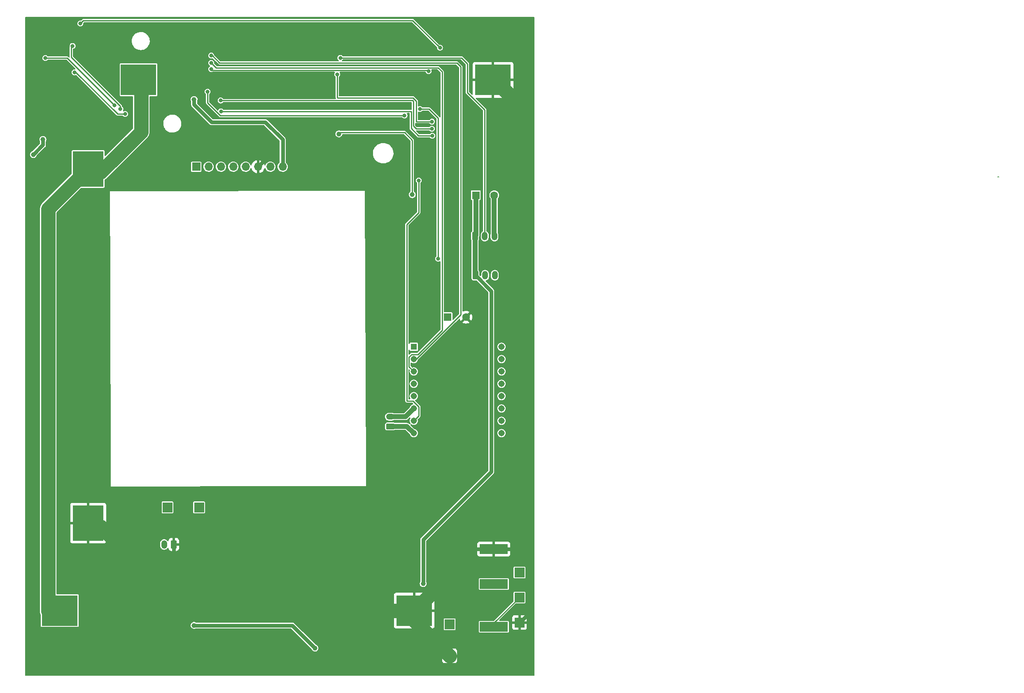
<source format=gtl>
%TF.GenerationSoftware,KiCad,Pcbnew,(6.0.2)*%
%TF.CreationDate,2022-04-22T14:35:52+01:00*%
%TF.ProjectId,DiscAdventure,44697363-4164-4766-956e-747572652e6b,rev?*%
%TF.SameCoordinates,Original*%
%TF.FileFunction,Copper,L1,Top*%
%TF.FilePolarity,Positive*%
%FSLAX46Y46*%
G04 Gerber Fmt 4.6, Leading zero omitted, Abs format (unit mm)*
G04 Created by KiCad (PCBNEW (6.0.2)) date 2022-04-22 14:35:52*
%MOMM*%
%LPD*%
G01*
G04 APERTURE LIST*
G04 Aperture macros list*
%AMRoundRect*
0 Rectangle with rounded corners*
0 $1 Rounding radius*
0 $2 $3 $4 $5 $6 $7 $8 $9 X,Y pos of 4 corners*
0 Add a 4 corners polygon primitive as box body*
4,1,4,$2,$3,$4,$5,$6,$7,$8,$9,$2,$3,0*
0 Add four circle primitives for the rounded corners*
1,1,$1+$1,$2,$3*
1,1,$1+$1,$4,$5*
1,1,$1+$1,$6,$7*
1,1,$1+$1,$8,$9*
0 Add four rect primitives between the rounded corners*
20,1,$1+$1,$2,$3,$4,$5,0*
20,1,$1+$1,$4,$5,$6,$7,0*
20,1,$1+$1,$6,$7,$8,$9,0*
20,1,$1+$1,$8,$9,$2,$3,0*%
G04 Aperture macros list end*
%TA.AperFunction,NonConductor*%
%ADD10C,0.200000*%
%TD*%
%TA.AperFunction,ComponentPad*%
%ADD11R,7.340000X6.350000*%
%TD*%
%TA.AperFunction,ComponentPad*%
%ADD12RoundRect,0.250000X-0.350000X-0.625000X0.350000X-0.625000X0.350000X0.625000X-0.350000X0.625000X0*%
%TD*%
%TA.AperFunction,ComponentPad*%
%ADD13O,1.200000X1.750000*%
%TD*%
%TA.AperFunction,ComponentPad*%
%ADD14R,2.000000X2.000000*%
%TD*%
%TA.AperFunction,ComponentPad*%
%ADD15R,5.750000X2.000000*%
%TD*%
%TA.AperFunction,ComponentPad*%
%ADD16R,6.350000X7.340000*%
%TD*%
%TA.AperFunction,ComponentPad*%
%ADD17O,1.750000X1.200000*%
%TD*%
%TA.AperFunction,ComponentPad*%
%ADD18RoundRect,0.250000X0.625000X-0.350000X0.625000X0.350000X-0.625000X0.350000X-0.625000X-0.350000X0*%
%TD*%
%TA.AperFunction,ComponentPad*%
%ADD19R,1.308000X1.308000*%
%TD*%
%TA.AperFunction,ComponentPad*%
%ADD20C,1.308000*%
%TD*%
%TA.AperFunction,ComponentPad*%
%ADD21R,1.600000X1.600000*%
%TD*%
%TA.AperFunction,ComponentPad*%
%ADD22C,1.600000*%
%TD*%
%TA.AperFunction,ComponentPad*%
%ADD23RoundRect,0.250000X0.350000X0.625000X-0.350000X0.625000X-0.350000X-0.625000X0.350000X-0.625000X0*%
%TD*%
%TA.AperFunction,ComponentPad*%
%ADD24R,1.700000X1.700000*%
%TD*%
%TA.AperFunction,ComponentPad*%
%ADD25O,1.700000X1.700000*%
%TD*%
%TA.AperFunction,ViaPad*%
%ADD26C,1.000000*%
%TD*%
%TA.AperFunction,ViaPad*%
%ADD27C,0.800000*%
%TD*%
%TA.AperFunction,Conductor*%
%ADD28C,0.250000*%
%TD*%
%TA.AperFunction,Conductor*%
%ADD29C,0.800000*%
%TD*%
%TA.AperFunction,Conductor*%
%ADD30C,1.000000*%
%TD*%
%TA.AperFunction,Conductor*%
%ADD31C,3.000000*%
%TD*%
G04 APERTURE END LIST*
D10*
X240000000Y-56000000D02*
X239750000Y-56000000D01*
X239750000Y-56000000D02*
X239750000Y-56000000D01*
X239750000Y-56000000D02*
X240000000Y-56000000D01*
X240000000Y-56000000D02*
X240000000Y-56000000D01*
D11*
%TO.P,BT2,1,+*%
%TO.N,/+Battery Unfused*%
X63050000Y-36000000D03*
%TO.P,BT2,2,-*%
%TO.N,GND*%
X135950000Y-36000000D03*
%TD*%
D12*
%TO.P,J7,1,Pin_1*%
%TO.N,+BATT*%
X132310547Y-76209849D03*
D13*
%TO.P,J7,2,Pin_2*%
%TO.N,Net-(J7-Pad2)*%
X134310547Y-76209849D03*
%TO.P,J7,3,Pin_3*%
%TO.N,Net-(J7-Pad3)*%
X136310547Y-76209849D03*
%TD*%
D14*
%TO.P,SW2,1,1*%
%TO.N,Net-(IC1-Pad1)*%
X127018655Y-148062279D03*
%TO.P,SW2,2,2*%
%TO.N,GND*%
X127018655Y-154562279D03*
%TD*%
D15*
%TO.P,SW3,1,B*%
%TO.N,Net-(SW3-Pad1)*%
X136095000Y-148575000D03*
%TO.P,SW3,2,A*%
%TO.N,GND*%
X136095000Y-132575000D03*
%TO.P,SW3,3,C*%
%TO.N,+3V3*%
X136095000Y-139775000D03*
%TD*%
D16*
%TO.P,BT4,1,+*%
%TO.N,/+Battery Unfused*%
X52695980Y-54342500D03*
%TO.P,BT4,2,-*%
%TO.N,GND*%
X52695980Y-127242500D03*
%TD*%
D14*
%TO.P,SW1,1,1*%
%TO.N,Net-(R5-Pad2)*%
X75500000Y-124000000D03*
%TO.P,SW1,2,2*%
%TO.N,Net-(IC2-PadB2)*%
X69000000Y-124000000D03*
%TD*%
D17*
%TO.P,J4,2,Pin_2*%
%TO.N,Net-(J4-Pad2)*%
X114810685Y-105338400D03*
D18*
%TO.P,J4,1,Pin_1*%
%TO.N,Net-(J4-Pad1)*%
X114810685Y-107338400D03*
%TD*%
D19*
%TO.P,U3,1,VCC*%
%TO.N,+3V3*%
X119639919Y-90949918D03*
D20*
%TO.P,U3,2,RX*%
%TO.N,Net-(R16-Pad1)*%
X119639919Y-93489918D03*
%TO.P,U3,3,TX*%
%TO.N,Net-(R17-Pad1)*%
X119639919Y-96029918D03*
%TO.P,U3,4,DAC_R*%
%TO.N,unconnected-(U3-Pad4)*%
X119639919Y-98569918D03*
%TO.P,U3,5,DAC_L*%
%TO.N,unconnected-(U3-Pad5)*%
X119639919Y-101109918D03*
%TO.P,U3,6,SPK1*%
%TO.N,Net-(J4-Pad2)*%
X119639919Y-103649918D03*
%TO.P,U3,7,GND*%
%TO.N,Net-(Q2-Pad3)*%
X119639919Y-106189918D03*
%TO.P,U3,8,SPK2*%
%TO.N,Net-(J4-Pad1)*%
X119639919Y-108729918D03*
%TO.P,U3,9,IO1*%
%TO.N,unconnected-(U3-Pad9)*%
X137673919Y-108729918D03*
%TO.P,U3,10,GND*%
%TO.N,Net-(Q2-Pad3)*%
X137673919Y-106189918D03*
%TO.P,U3,11,IO2*%
%TO.N,unconnected-(U3-Pad11)*%
X137673919Y-103649918D03*
%TO.P,U3,12,ADKEY1*%
%TO.N,unconnected-(U3-Pad12)*%
X137673919Y-101109918D03*
%TO.P,U3,13,ADKEY2*%
%TO.N,unconnected-(U3-Pad13)*%
X137673919Y-98569918D03*
%TO.P,U3,14,USB+*%
%TO.N,unconnected-(U3-Pad14)*%
X137673919Y-96029918D03*
%TO.P,U3,15,USB-*%
%TO.N,unconnected-(U3-Pad15)*%
X137673919Y-93489918D03*
%TO.P,U3,16,BUSY*%
%TO.N,Net-(R7-Pad2)*%
X137673919Y-90949918D03*
%TD*%
D21*
%TO.P,C5,1*%
%TO.N,+BATT*%
X132395653Y-59736399D03*
D22*
%TO.P,C5,2*%
%TO.N,Net-(C5-Pad2)*%
X136195653Y-59736399D03*
%TD*%
D21*
%TO.P,C10,1*%
%TO.N,+3V3*%
X126589380Y-84852481D03*
D22*
%TO.P,C10,2*%
%TO.N,GND*%
X130389380Y-84852481D03*
%TD*%
D12*
%TO.P,J3,1,Pin_1*%
%TO.N,+BATT*%
X132235718Y-68165801D03*
D13*
%TO.P,J3,2,Pin_2*%
%TO.N,Net-(J3-Pad2)*%
X134235718Y-68165801D03*
%TO.P,J3,3,Pin_3*%
%TO.N,Net-(C5-Pad2)*%
X136235718Y-68165801D03*
%TD*%
D14*
%TO.P,SW4,1,B*%
%TO.N,Net-(IC1-Pad2)*%
X141383443Y-137414212D03*
%TO.P,SW4,2,A*%
%TO.N,GND*%
X141383443Y-147714212D03*
%TO.P,SW4,3,C*%
%TO.N,Net-(SW3-Pad1)*%
X141383443Y-142564212D03*
%TD*%
D23*
%TO.P,J8,1,Pin_1*%
%TO.N,GND*%
X70310685Y-131645667D03*
D13*
%TO.P,J8,2,Pin_2*%
%TO.N,+BATT*%
X68310685Y-131645667D03*
%TD*%
D11*
%TO.P,BT1,1,+*%
%TO.N,/+Battery Unfused*%
X46842500Y-145250000D03*
%TO.P,BT1,2,-*%
%TO.N,GND*%
X119742500Y-145250000D03*
%TD*%
D24*
%TO.P,J2,1,Pin_1*%
%TO.N,Net-(IC1-Pad12)*%
X74907839Y-53872651D03*
D25*
%TO.P,J2,2,Pin_2*%
%TO.N,Net-(IC1-Pad13)*%
X77447839Y-53872651D03*
%TO.P,J2,3,Pin_3*%
%TO.N,Net-(IC1-Pad14)*%
X79987839Y-53872651D03*
%TO.P,J2,4,Pin_4*%
%TO.N,Net-(IC1-Pad15)*%
X82527839Y-53872651D03*
%TO.P,J2,5,Pin_5*%
%TO.N,unconnected-(J2-Pad5)*%
X85067839Y-53872651D03*
%TO.P,J2,6,Pin_6*%
%TO.N,GND*%
X87607839Y-53872651D03*
%TO.P,J2,7,Pin_7*%
%TO.N,Net-(IC1-Pad16)*%
X90147839Y-53872651D03*
%TO.P,J2,8,Pin_8*%
%TO.N,+3V3*%
X92687839Y-53872651D03*
%TD*%
D26*
%TO.N,+BATT*%
X121573258Y-139687144D03*
X74455291Y-148303218D03*
X104227462Y-47121927D03*
X119331357Y-59627615D03*
X99317025Y-152971410D03*
%TO.N,GND*%
X98931467Y-35122682D03*
X44515036Y-40906688D03*
X83354753Y-38940195D03*
X97955291Y-144883229D03*
X130694267Y-53593446D03*
X77704814Y-145250000D03*
D27*
X72123579Y-29622614D03*
D26*
X119956445Y-34953337D03*
X140600000Y-84836361D03*
X103948899Y-45006047D03*
D27*
X54409552Y-42180119D03*
D26*
X100175190Y-150742122D03*
X115163274Y-34879434D03*
X140600000Y-53560164D03*
D27*
X44066611Y-46719706D03*
D26*
X106038106Y-145250000D03*
D27*
X138371727Y-137479828D03*
X72239979Y-26562966D03*
D26*
X91797745Y-144899704D03*
X124412889Y-34894213D03*
D27*
X111298500Y-41361165D03*
D26*
X91560584Y-48714070D03*
D27*
X46883327Y-152493481D03*
D26*
%TO.N,+3V3*%
X74475285Y-40049222D03*
X41420845Y-51377606D03*
X43394335Y-48250833D03*
D27*
%TO.N,Net-(J1-Pad1)*%
X123434028Y-47503901D03*
X79997120Y-42469653D03*
X49500000Y-29000000D03*
X59326399Y-42004097D03*
%TO.N,Net-(J1-Pad3)*%
X123395992Y-44590234D03*
X103915678Y-34862549D03*
%TO.N,Net-(J1-Pad2)*%
X43894612Y-31512499D03*
X79914859Y-40248595D03*
X58100866Y-41223531D03*
X123359200Y-46046134D03*
%TO.N,Net-(J1-Pad4)*%
X51078999Y-24396403D03*
X125033527Y-29399881D03*
%TO.N,Net-(J3-Pad2)*%
X104547225Y-31465915D03*
%TO.N,Net-(Q2-Pad1)*%
X78000000Y-33775500D03*
X122688152Y-34224500D03*
%TO.N,Net-(Q2-Pad3)*%
X120668238Y-56715174D03*
%TO.N,Net-(R16-Pad1)*%
X78000000Y-31000000D03*
%TO.N,Net-(R17-Pad1)*%
X78000000Y-32500000D03*
%TO.N,Net-(J7-Pad3)*%
X124676051Y-72808579D03*
X120902873Y-42016712D03*
%TO.N,Net-(IC1-Pad1)*%
X49869671Y-34446670D03*
X60291508Y-43019841D03*
%TO.N,Net-(R7-Pad2)*%
X117741761Y-43331119D03*
X77254986Y-38423760D03*
%TD*%
D28*
%TO.N,+BATT*%
X119331357Y-48409214D02*
X119331357Y-59627615D01*
D29*
X121573258Y-130679681D02*
X121573258Y-139687144D01*
D28*
X104514305Y-46835084D02*
X117757227Y-46835084D01*
D30*
X132235718Y-68165801D02*
X132235718Y-76135020D01*
D28*
X117757227Y-46835084D02*
X119331357Y-48409214D01*
D29*
X135569371Y-116683568D02*
X121573258Y-130679681D01*
X99317025Y-152971410D02*
X94648833Y-148303218D01*
X94648833Y-148303218D02*
X74455291Y-148303218D01*
X135569371Y-79468673D02*
X135569371Y-116683568D01*
X132235718Y-76135020D02*
X135569371Y-79468673D01*
D30*
X132395653Y-59736399D02*
X132395653Y-68005866D01*
D31*
%TO.N,GND*%
X64726691Y-137426691D02*
X55250000Y-127950000D01*
D29*
X83029371Y-146144571D02*
X83083126Y-146198326D01*
X142982954Y-134260994D02*
X142982954Y-146114701D01*
X67161991Y-139468840D02*
X66768839Y-139468840D01*
D31*
X128000000Y-136992500D02*
X119742500Y-145250000D01*
X72550000Y-145250000D02*
X66768839Y-139468840D01*
D29*
X136095000Y-132575000D02*
X141296960Y-132575000D01*
X70310685Y-131645667D02*
X70310685Y-136320146D01*
D31*
X77704814Y-145250000D02*
X72550000Y-145250000D01*
D29*
X83083126Y-146198326D02*
X92543941Y-146198326D01*
X91560584Y-48714070D02*
X91560584Y-49919906D01*
D31*
X128000000Y-127242500D02*
X128000000Y-132448024D01*
D29*
X136095000Y-132575000D02*
X128126976Y-132575000D01*
X97955291Y-148522223D02*
X100175190Y-150742122D01*
D31*
X66768839Y-139468840D02*
X64726691Y-137426691D01*
X136492500Y-36250000D02*
X140600000Y-40357500D01*
X119742500Y-147286124D02*
X127018655Y-154562279D01*
D29*
X128126976Y-132575000D02*
X128000000Y-132448024D01*
D31*
X140600000Y-84836361D02*
X140600000Y-114642500D01*
X140600000Y-114642500D02*
X128000000Y-127242500D01*
X140600000Y-53560164D02*
X140600000Y-84836361D01*
X140600000Y-40357500D02*
X140600000Y-53560164D01*
X119742500Y-145250000D02*
X106038106Y-145250000D01*
X119742500Y-145250000D02*
X119742500Y-147286124D01*
D29*
X97955291Y-144883229D02*
X97955291Y-148522223D01*
X142982954Y-146114701D02*
X141383443Y-147714212D01*
X70310685Y-136320146D02*
X67161991Y-139468840D01*
D31*
X128000000Y-132448024D02*
X128000000Y-136992500D01*
D29*
X141296960Y-132575000D02*
X142982954Y-134260994D01*
D31*
X106038106Y-145250000D02*
X77704814Y-145250000D01*
D29*
X91560584Y-49919906D02*
X87607839Y-53872651D01*
%TO.N,+3V3*%
X92687839Y-48286381D02*
X89109258Y-44707800D01*
X89109258Y-44707800D02*
X78087987Y-44707800D01*
X43394335Y-48250833D02*
X43394335Y-49404116D01*
X43394335Y-49404116D02*
X41420845Y-51377606D01*
X74475285Y-41095098D02*
X74475285Y-40049222D01*
X92687839Y-53872651D02*
X92687839Y-48286381D01*
X78087987Y-44707800D02*
X74475285Y-41095098D01*
D28*
%TO.N,Net-(J1-Pad1)*%
X49237376Y-31335427D02*
X49237376Y-29262624D01*
X123434028Y-47503901D02*
X120601636Y-47503901D01*
X59326399Y-42004097D02*
X59326399Y-41424450D01*
X79997120Y-42469653D02*
X119103647Y-42469653D01*
X119103647Y-46005912D02*
X119103647Y-42469653D01*
X120601636Y-47503901D02*
X119103647Y-46005912D01*
X59326399Y-41424450D02*
X49237376Y-31335427D01*
X49237376Y-29262624D02*
X49500000Y-29000000D01*
%TO.N,Net-(J1-Pad3)*%
X103915678Y-39626621D02*
X103915678Y-34862549D01*
X119517624Y-39751334D02*
X119467739Y-39701449D01*
X119565365Y-39799075D02*
X119517624Y-39751334D01*
X103990506Y-39701449D02*
X103915678Y-39626621D01*
X119467739Y-39701449D02*
X103990506Y-39701449D01*
X120178373Y-40412083D02*
X119565365Y-39799075D01*
X123395992Y-44590234D02*
X120178373Y-44590234D01*
X120178373Y-44590234D02*
X120178373Y-40412083D01*
%TO.N,Net-(J1-Pad2)*%
X119553167Y-40422595D02*
X119553167Y-45457720D01*
X120141581Y-46046134D02*
X119553167Y-45457720D01*
X48389834Y-31512499D02*
X43894612Y-31512499D01*
X119379167Y-40248595D02*
X119553167Y-40422595D01*
X123359200Y-46046134D02*
X120141581Y-46046134D01*
X79914859Y-40248595D02*
X119379167Y-40248595D01*
X58100866Y-41223531D02*
X48389834Y-31512499D01*
%TO.N,Net-(J1-Pad4)*%
X51699913Y-23775489D02*
X119409135Y-23775489D01*
X51078999Y-24396403D02*
X51699913Y-23775489D01*
X119409135Y-23775489D02*
X125033527Y-29399881D01*
%TO.N,Net-(J3-Pad2)*%
X129465066Y-31465915D02*
X104547225Y-31465915D01*
X134235718Y-68165801D02*
X134235718Y-42185420D01*
X130662320Y-32663169D02*
X129465066Y-31465915D01*
X134235718Y-42185420D02*
X130662320Y-38612022D01*
X130662320Y-38612022D02*
X130662320Y-32663169D01*
D30*
%TO.N,Net-(C5-Pad2)*%
X136195653Y-59736399D02*
X136195653Y-68125736D01*
%TO.N,Net-(J4-Pad1)*%
X114810685Y-107338400D02*
X118248401Y-107338400D01*
X118248401Y-107338400D02*
X119639919Y-108729918D01*
%TO.N,Net-(J4-Pad2)*%
X114810685Y-105338400D02*
X117951437Y-105338400D01*
X117951437Y-105338400D02*
X119639919Y-103649918D01*
D28*
%TO.N,Net-(Q2-Pad1)*%
X78000000Y-34000000D02*
X122463652Y-34000000D01*
X78000000Y-33775500D02*
X78000000Y-34000000D01*
X122463652Y-34000000D02*
X122688152Y-34224500D01*
%TO.N,Net-(Q2-Pad3)*%
X118211888Y-102056776D02*
X118211888Y-65760072D01*
X118243541Y-102088429D02*
X118211888Y-102056776D01*
X120668238Y-103294412D02*
X119462255Y-102088429D01*
X120668238Y-105161599D02*
X119639919Y-106189918D01*
X118243541Y-102088429D02*
X118225306Y-102088429D01*
X120668238Y-105161599D02*
X120668238Y-103294412D01*
X120668238Y-63303722D02*
X120668238Y-56715174D01*
X119462255Y-102088429D02*
X118243541Y-102088429D01*
X118211888Y-65760072D02*
X120668238Y-63303722D01*
D31*
%TO.N,/+Battery Unfused*%
X63592500Y-46707500D02*
X55250000Y-55050000D01*
X63592500Y-36250000D02*
X63592500Y-46707500D01*
X44500000Y-62538480D02*
X52695980Y-54342500D01*
X44500000Y-145396250D02*
X44500000Y-62538480D01*
D28*
%TO.N,Net-(R16-Pad1)*%
X79724500Y-32500000D02*
X78224500Y-31000000D01*
X129313801Y-84337760D02*
X129313801Y-33313803D01*
X129313801Y-33313803D02*
X128499998Y-32500000D01*
X120161642Y-93489918D02*
X129313801Y-84337760D01*
X79724500Y-32500000D02*
X128500000Y-32500000D01*
X78224500Y-31000000D02*
X78000000Y-31000000D01*
%TO.N,Net-(R17-Pad1)*%
X125464869Y-34307728D02*
X124657141Y-33500000D01*
X120504436Y-92511407D02*
X125464869Y-87550974D01*
X119234605Y-92511407D02*
X120504436Y-92511407D01*
X118661408Y-95051407D02*
X118661408Y-93084604D01*
X119639919Y-96029918D02*
X118661408Y-95051407D01*
X78000000Y-32500000D02*
X79000000Y-33500000D01*
X79000000Y-33500000D02*
X124657141Y-33500000D01*
X118661408Y-93084604D02*
X119234605Y-92511407D01*
X125464869Y-87550974D02*
X125464869Y-34307728D01*
%TO.N,Net-(J7-Pad3)*%
X122805342Y-42016712D02*
X124676051Y-43887421D01*
X124676051Y-43887421D02*
X124676051Y-72808579D01*
X120902873Y-42016712D02*
X122805342Y-42016712D01*
%TO.N,Net-(IC1-Pad1)*%
X50168589Y-34450993D02*
X49939493Y-34450993D01*
X58737437Y-43019841D02*
X50168589Y-34450993D01*
X60291508Y-43019841D02*
X58737437Y-43019841D01*
%TO.N,Net-(SW3-Pad1)*%
X136095000Y-147852655D02*
X141383443Y-142564212D01*
%TO.N,Net-(R7-Pad2)*%
X79833972Y-43331119D02*
X117741761Y-43331119D01*
X77254986Y-40752133D02*
X79833972Y-43331119D01*
X77254986Y-38423760D02*
X77254986Y-40752133D01*
%TD*%
%TA.AperFunction,Conductor*%
%TO.N,GND*%
G36*
X144391621Y-23070502D02*
G01*
X144438114Y-23124158D01*
X144449500Y-23176500D01*
X144449500Y-158573500D01*
X144429498Y-158641621D01*
X144375842Y-158688114D01*
X144323500Y-158699500D01*
X39826500Y-158699500D01*
X39758379Y-158679498D01*
X39711886Y-158625842D01*
X39700500Y-158573500D01*
X39700500Y-155606948D01*
X125510656Y-155606948D01*
X125511026Y-155613769D01*
X125516550Y-155664631D01*
X125520176Y-155679883D01*
X125565331Y-155800333D01*
X125573869Y-155815928D01*
X125650370Y-155918003D01*
X125662931Y-155930564D01*
X125765006Y-156007065D01*
X125780601Y-156015603D01*
X125901049Y-156060757D01*
X125916304Y-156064384D01*
X125967169Y-156069910D01*
X125973983Y-156070279D01*
X126746540Y-156070279D01*
X126761779Y-156065804D01*
X126762984Y-156064414D01*
X126764655Y-156056731D01*
X126764655Y-156052163D01*
X127272655Y-156052163D01*
X127277130Y-156067402D01*
X127278520Y-156068607D01*
X127286203Y-156070278D01*
X128063324Y-156070278D01*
X128070145Y-156069908D01*
X128121007Y-156064384D01*
X128136259Y-156060758D01*
X128256709Y-156015603D01*
X128272304Y-156007065D01*
X128374379Y-155930564D01*
X128386940Y-155918003D01*
X128463441Y-155815928D01*
X128471979Y-155800333D01*
X128517133Y-155679885D01*
X128520760Y-155664630D01*
X128526286Y-155613765D01*
X128526655Y-155606951D01*
X128526655Y-154834394D01*
X128522180Y-154819155D01*
X128520790Y-154817950D01*
X128513107Y-154816279D01*
X127290770Y-154816279D01*
X127275531Y-154820754D01*
X127274326Y-154822144D01*
X127272655Y-154829827D01*
X127272655Y-156052163D01*
X126764655Y-156052163D01*
X126764655Y-154834394D01*
X126760180Y-154819155D01*
X126758790Y-154817950D01*
X126751107Y-154816279D01*
X125528771Y-154816279D01*
X125513532Y-154820754D01*
X125512327Y-154822144D01*
X125510656Y-154829827D01*
X125510656Y-155606948D01*
X39700500Y-155606948D01*
X39700500Y-154290164D01*
X125510655Y-154290164D01*
X125515130Y-154305403D01*
X125516520Y-154306608D01*
X125524203Y-154308279D01*
X126746540Y-154308279D01*
X126761779Y-154303804D01*
X126762984Y-154302414D01*
X126764655Y-154294731D01*
X126764655Y-154290164D01*
X127272655Y-154290164D01*
X127277130Y-154305403D01*
X127278520Y-154306608D01*
X127286203Y-154308279D01*
X128508539Y-154308279D01*
X128523778Y-154303804D01*
X128524983Y-154302414D01*
X128526654Y-154294731D01*
X128526654Y-153517610D01*
X128526284Y-153510789D01*
X128520760Y-153459927D01*
X128517134Y-153444675D01*
X128471979Y-153324225D01*
X128463441Y-153308630D01*
X128386940Y-153206555D01*
X128374379Y-153193994D01*
X128272304Y-153117493D01*
X128256709Y-153108955D01*
X128136261Y-153063801D01*
X128121006Y-153060174D01*
X128070141Y-153054648D01*
X128063327Y-153054279D01*
X127290770Y-153054279D01*
X127275531Y-153058754D01*
X127274326Y-153060144D01*
X127272655Y-153067827D01*
X127272655Y-154290164D01*
X126764655Y-154290164D01*
X126764655Y-153072395D01*
X126760180Y-153057156D01*
X126758790Y-153055951D01*
X126751107Y-153054280D01*
X125973986Y-153054280D01*
X125967165Y-153054650D01*
X125916303Y-153060174D01*
X125901051Y-153063800D01*
X125780601Y-153108955D01*
X125765006Y-153117493D01*
X125662931Y-153193994D01*
X125650370Y-153206555D01*
X125573869Y-153308630D01*
X125565331Y-153324225D01*
X125520177Y-153444673D01*
X125516550Y-153459928D01*
X125511024Y-153510793D01*
X125510655Y-153517607D01*
X125510655Y-154290164D01*
X39700500Y-154290164D01*
X39700500Y-62493835D01*
X42795081Y-62493835D01*
X42795319Y-62498616D01*
X42795319Y-62498617D01*
X42799344Y-62579473D01*
X42799500Y-62585737D01*
X42799500Y-145462032D01*
X42799681Y-145464411D01*
X42799681Y-145464412D01*
X42803139Y-145509865D01*
X42814120Y-145654226D01*
X42872539Y-145906265D01*
X42874314Y-145910713D01*
X42963030Y-146133083D01*
X42972000Y-146179773D01*
X42972000Y-148444748D01*
X42983633Y-148503231D01*
X43027948Y-148569552D01*
X43094269Y-148613867D01*
X43106438Y-148616288D01*
X43106439Y-148616288D01*
X43143069Y-148623574D01*
X43152752Y-148625500D01*
X50532248Y-148625500D01*
X50541931Y-148623574D01*
X50578561Y-148616288D01*
X50578562Y-148616288D01*
X50590731Y-148613867D01*
X50657052Y-148569552D01*
X50701367Y-148503231D01*
X50713000Y-148444748D01*
X50713000Y-148295829D01*
X73749685Y-148295829D01*
X73768290Y-148464353D01*
X73786293Y-148513547D01*
X73823891Y-148616288D01*
X73826557Y-148623574D01*
X73921121Y-148764301D01*
X73926733Y-148769408D01*
X73926736Y-148769411D01*
X74040903Y-148873295D01*
X74040907Y-148873298D01*
X74046524Y-148878409D01*
X74053197Y-148882032D01*
X74053201Y-148882035D01*
X74188849Y-148955685D01*
X74188851Y-148955686D01*
X74195526Y-148959310D01*
X74202875Y-148961238D01*
X74352174Y-149000406D01*
X74352176Y-149000406D01*
X74359524Y-149002334D01*
X74445900Y-149003691D01*
X74521452Y-149004878D01*
X74521455Y-149004878D01*
X74529051Y-149004997D01*
X74536456Y-149003301D01*
X74536457Y-149003301D01*
X74596877Y-148989463D01*
X74694320Y-148967146D01*
X74793719Y-148917153D01*
X74850334Y-148903718D01*
X94347908Y-148903718D01*
X94416029Y-148923720D01*
X94437003Y-148940623D01*
X98610988Y-153114609D01*
X98640218Y-153160402D01*
X98688291Y-153291766D01*
X98692527Y-153298069D01*
X98692527Y-153298070D01*
X98705599Y-153317523D01*
X98782855Y-153432493D01*
X98788467Y-153437600D01*
X98788470Y-153437603D01*
X98902637Y-153541487D01*
X98902641Y-153541490D01*
X98908258Y-153546601D01*
X98914931Y-153550224D01*
X98914935Y-153550227D01*
X99050583Y-153623877D01*
X99050585Y-153623878D01*
X99057260Y-153627502D01*
X99064609Y-153629430D01*
X99213908Y-153668598D01*
X99213910Y-153668598D01*
X99221258Y-153670526D01*
X99307634Y-153671883D01*
X99383186Y-153673070D01*
X99383189Y-153673070D01*
X99390785Y-153673189D01*
X99398190Y-153671493D01*
X99398191Y-153671493D01*
X99458611Y-153657655D01*
X99556054Y-153635338D01*
X99707523Y-153559157D01*
X99836448Y-153449044D01*
X99935386Y-153311357D01*
X99943262Y-153291766D01*
X99995791Y-153161097D01*
X99995792Y-153161095D01*
X99998626Y-153154044D01*
X100011469Y-153063800D01*
X100021934Y-152990272D01*
X100021934Y-152990269D01*
X100022515Y-152986188D01*
X100022670Y-152971410D01*
X100002301Y-152803090D01*
X99942370Y-152644487D01*
X99846337Y-152504759D01*
X99840666Y-152499706D01*
X99725417Y-152397022D01*
X99725413Y-152397020D01*
X99719746Y-152391970D01*
X99569906Y-152312634D01*
X99520318Y-152300178D01*
X99461920Y-152267069D01*
X96789598Y-149594748D01*
X133019500Y-149594748D01*
X133031133Y-149653231D01*
X133075448Y-149719552D01*
X133141769Y-149763867D01*
X133153938Y-149766288D01*
X133153939Y-149766288D01*
X133194184Y-149774293D01*
X133200252Y-149775500D01*
X138989748Y-149775500D01*
X138995816Y-149774293D01*
X139036061Y-149766288D01*
X139036062Y-149766288D01*
X139048231Y-149763867D01*
X139114552Y-149719552D01*
X139158867Y-149653231D01*
X139170500Y-149594748D01*
X139170500Y-148758881D01*
X139875444Y-148758881D01*
X139875814Y-148765702D01*
X139881338Y-148816564D01*
X139884964Y-148831816D01*
X139930119Y-148952266D01*
X139938657Y-148967861D01*
X140015158Y-149069936D01*
X140027719Y-149082497D01*
X140129794Y-149158998D01*
X140145389Y-149167536D01*
X140265837Y-149212690D01*
X140281092Y-149216317D01*
X140331957Y-149221843D01*
X140338771Y-149222212D01*
X141111328Y-149222212D01*
X141126567Y-149217737D01*
X141127772Y-149216347D01*
X141129443Y-149208664D01*
X141129443Y-149204096D01*
X141637443Y-149204096D01*
X141641918Y-149219335D01*
X141643308Y-149220540D01*
X141650991Y-149222211D01*
X142428112Y-149222211D01*
X142434933Y-149221841D01*
X142485795Y-149216317D01*
X142501047Y-149212691D01*
X142621497Y-149167536D01*
X142637092Y-149158998D01*
X142739167Y-149082497D01*
X142751728Y-149069936D01*
X142828229Y-148967861D01*
X142836767Y-148952266D01*
X142881921Y-148831818D01*
X142885548Y-148816563D01*
X142891074Y-148765698D01*
X142891443Y-148758884D01*
X142891443Y-147986327D01*
X142886968Y-147971088D01*
X142885578Y-147969883D01*
X142877895Y-147968212D01*
X141655558Y-147968212D01*
X141640319Y-147972687D01*
X141639114Y-147974077D01*
X141637443Y-147981760D01*
X141637443Y-149204096D01*
X141129443Y-149204096D01*
X141129443Y-147986327D01*
X141124968Y-147971088D01*
X141123578Y-147969883D01*
X141115895Y-147968212D01*
X139893559Y-147968212D01*
X139878320Y-147972687D01*
X139877115Y-147974077D01*
X139875444Y-147981760D01*
X139875444Y-148758881D01*
X139170500Y-148758881D01*
X139170500Y-147555252D01*
X139158867Y-147496769D01*
X139122336Y-147442097D01*
X139875443Y-147442097D01*
X139879918Y-147457336D01*
X139881308Y-147458541D01*
X139888991Y-147460212D01*
X141111328Y-147460212D01*
X141126567Y-147455737D01*
X141127772Y-147454347D01*
X141129443Y-147446664D01*
X141129443Y-147442097D01*
X141637443Y-147442097D01*
X141641918Y-147457336D01*
X141643308Y-147458541D01*
X141650991Y-147460212D01*
X142873327Y-147460212D01*
X142888566Y-147455737D01*
X142889771Y-147454347D01*
X142891442Y-147446664D01*
X142891442Y-146669543D01*
X142891072Y-146662722D01*
X142885548Y-146611860D01*
X142881922Y-146596608D01*
X142836767Y-146476158D01*
X142828229Y-146460563D01*
X142751728Y-146358488D01*
X142739167Y-146345927D01*
X142637092Y-146269426D01*
X142621497Y-146260888D01*
X142501049Y-146215734D01*
X142485794Y-146212107D01*
X142434929Y-146206581D01*
X142428115Y-146206212D01*
X141655558Y-146206212D01*
X141640319Y-146210687D01*
X141639114Y-146212077D01*
X141637443Y-146219760D01*
X141637443Y-147442097D01*
X141129443Y-147442097D01*
X141129443Y-146224328D01*
X141124968Y-146209089D01*
X141123578Y-146207884D01*
X141115895Y-146206213D01*
X140338774Y-146206213D01*
X140331953Y-146206583D01*
X140281091Y-146212107D01*
X140265839Y-146215733D01*
X140145389Y-146260888D01*
X140129794Y-146269426D01*
X140027719Y-146345927D01*
X140015158Y-146358488D01*
X139938657Y-146460563D01*
X139930119Y-146476158D01*
X139884965Y-146596606D01*
X139881338Y-146611861D01*
X139875812Y-146662726D01*
X139875443Y-146669540D01*
X139875443Y-147442097D01*
X139122336Y-147442097D01*
X139114552Y-147430448D01*
X139048231Y-147386133D01*
X139036062Y-147383712D01*
X139036061Y-147383712D01*
X138995816Y-147375707D01*
X138989748Y-147374500D01*
X137337671Y-147374500D01*
X137269550Y-147354498D01*
X137223057Y-147300842D01*
X137212953Y-147230568D01*
X137242447Y-147165988D01*
X137248576Y-147159405D01*
X140606364Y-143801617D01*
X140668676Y-143767591D01*
X140695459Y-143764712D01*
X142403191Y-143764712D01*
X142409259Y-143763505D01*
X142449504Y-143755500D01*
X142449505Y-143755500D01*
X142461674Y-143753079D01*
X142527995Y-143708764D01*
X142572310Y-143642443D01*
X142583943Y-143583960D01*
X142583943Y-141544464D01*
X142572310Y-141485981D01*
X142527995Y-141419660D01*
X142461674Y-141375345D01*
X142449505Y-141372924D01*
X142449504Y-141372924D01*
X142409259Y-141364919D01*
X142403191Y-141363712D01*
X140363695Y-141363712D01*
X140357627Y-141364919D01*
X140317382Y-141372924D01*
X140317381Y-141372924D01*
X140305212Y-141375345D01*
X140238891Y-141419660D01*
X140194576Y-141485981D01*
X140182943Y-141544464D01*
X140182943Y-143252196D01*
X140162941Y-143320317D01*
X140146038Y-143341291D01*
X136149734Y-147337595D01*
X136087422Y-147371621D01*
X136060639Y-147374500D01*
X133200252Y-147374500D01*
X133194184Y-147375707D01*
X133153939Y-147383712D01*
X133153938Y-147383712D01*
X133141769Y-147386133D01*
X133075448Y-147430448D01*
X133031133Y-147496769D01*
X133019500Y-147555252D01*
X133019500Y-149594748D01*
X96789598Y-149594748D01*
X96276877Y-149082027D01*
X125818155Y-149082027D01*
X125829788Y-149140510D01*
X125874103Y-149206831D01*
X125940424Y-149251146D01*
X125952593Y-149253567D01*
X125952594Y-149253567D01*
X125992839Y-149261572D01*
X125998907Y-149262779D01*
X128038403Y-149262779D01*
X128044471Y-149261572D01*
X128084716Y-149253567D01*
X128084717Y-149253567D01*
X128096886Y-149251146D01*
X128163207Y-149206831D01*
X128207522Y-149140510D01*
X128219155Y-149082027D01*
X128219155Y-147042531D01*
X128207522Y-146984048D01*
X128163207Y-146917727D01*
X128096886Y-146873412D01*
X128084717Y-146870991D01*
X128084716Y-146870991D01*
X128044471Y-146862986D01*
X128038403Y-146861779D01*
X125998907Y-146861779D01*
X125992839Y-146862986D01*
X125952594Y-146870991D01*
X125952593Y-146870991D01*
X125940424Y-146873412D01*
X125874103Y-146917727D01*
X125829788Y-146984048D01*
X125818155Y-147042531D01*
X125818155Y-149082027D01*
X96276877Y-149082027D01*
X95664519Y-148469669D01*
X115564501Y-148469669D01*
X115564871Y-148476490D01*
X115570395Y-148527352D01*
X115574021Y-148542604D01*
X115619176Y-148663054D01*
X115627714Y-148678649D01*
X115704215Y-148780724D01*
X115716776Y-148793285D01*
X115818851Y-148869786D01*
X115834446Y-148878324D01*
X115954894Y-148923478D01*
X115970149Y-148927105D01*
X116021014Y-148932631D01*
X116027828Y-148933000D01*
X119470385Y-148933000D01*
X119485624Y-148928525D01*
X119486829Y-148927135D01*
X119488500Y-148919452D01*
X119488500Y-148914884D01*
X119996500Y-148914884D01*
X120000975Y-148930123D01*
X120002365Y-148931328D01*
X120010048Y-148932999D01*
X123457169Y-148932999D01*
X123463990Y-148932629D01*
X123514852Y-148927105D01*
X123530104Y-148923479D01*
X123650554Y-148878324D01*
X123666149Y-148869786D01*
X123768224Y-148793285D01*
X123780785Y-148780724D01*
X123857286Y-148678649D01*
X123865824Y-148663054D01*
X123910978Y-148542606D01*
X123914605Y-148527351D01*
X123920131Y-148476486D01*
X123920500Y-148469672D01*
X123920500Y-145522115D01*
X123916025Y-145506876D01*
X123914635Y-145505671D01*
X123906952Y-145504000D01*
X120014615Y-145504000D01*
X119999376Y-145508475D01*
X119998171Y-145509865D01*
X119996500Y-145517548D01*
X119996500Y-148914884D01*
X119488500Y-148914884D01*
X119488500Y-145522115D01*
X119484025Y-145506876D01*
X119482635Y-145505671D01*
X119474952Y-145504000D01*
X115582616Y-145504000D01*
X115567377Y-145508475D01*
X115566172Y-145509865D01*
X115564501Y-145517548D01*
X115564501Y-148469669D01*
X95664519Y-148469669D01*
X95107130Y-147912280D01*
X95096262Y-147899889D01*
X95082138Y-147881482D01*
X95077115Y-147874936D01*
X94951674Y-147778682D01*
X94805595Y-147718174D01*
X94789918Y-147716110D01*
X94688194Y-147702718D01*
X94657021Y-147698614D01*
X94648833Y-147697536D01*
X94640645Y-147698614D01*
X94617660Y-147701640D01*
X94601214Y-147702718D01*
X74849534Y-147702718D01*
X74790578Y-147688074D01*
X74708172Y-147644442D01*
X74543732Y-147603137D01*
X74536134Y-147603097D01*
X74536132Y-147603097D01*
X74458959Y-147602693D01*
X74374186Y-147602249D01*
X74366799Y-147604023D01*
X74366795Y-147604023D01*
X74223453Y-147638438D01*
X74209323Y-147641830D01*
X74202579Y-147645311D01*
X74202576Y-147645312D01*
X74065408Y-147716110D01*
X74058660Y-147719593D01*
X73930895Y-147831049D01*
X73833404Y-147969765D01*
X73771815Y-148127731D01*
X73749685Y-148295829D01*
X50713000Y-148295829D01*
X50713000Y-144977885D01*
X115564500Y-144977885D01*
X115568975Y-144993124D01*
X115570365Y-144994329D01*
X115578048Y-144996000D01*
X119470385Y-144996000D01*
X119485624Y-144991525D01*
X119486829Y-144990135D01*
X119488500Y-144982452D01*
X119488500Y-144977885D01*
X119996500Y-144977885D01*
X120000975Y-144993124D01*
X120002365Y-144994329D01*
X120010048Y-144996000D01*
X123902384Y-144996000D01*
X123917623Y-144991525D01*
X123918828Y-144990135D01*
X123920499Y-144982452D01*
X123920499Y-142030331D01*
X123920129Y-142023510D01*
X123914605Y-141972648D01*
X123910979Y-141957396D01*
X123865824Y-141836946D01*
X123857286Y-141821351D01*
X123780785Y-141719276D01*
X123768224Y-141706715D01*
X123666149Y-141630214D01*
X123650554Y-141621676D01*
X123530106Y-141576522D01*
X123514851Y-141572895D01*
X123463986Y-141567369D01*
X123457172Y-141567000D01*
X120014615Y-141567000D01*
X119999376Y-141571475D01*
X119998171Y-141572865D01*
X119996500Y-141580548D01*
X119996500Y-144977885D01*
X119488500Y-144977885D01*
X119488500Y-141585116D01*
X119484025Y-141569877D01*
X119482635Y-141568672D01*
X119474952Y-141567001D01*
X116027831Y-141567001D01*
X116021010Y-141567371D01*
X115970148Y-141572895D01*
X115954896Y-141576521D01*
X115834446Y-141621676D01*
X115818851Y-141630214D01*
X115716776Y-141706715D01*
X115704215Y-141719276D01*
X115627714Y-141821351D01*
X115619176Y-141836946D01*
X115574022Y-141957394D01*
X115570395Y-141972649D01*
X115564869Y-142023514D01*
X115564500Y-142030328D01*
X115564500Y-144977885D01*
X50713000Y-144977885D01*
X50713000Y-142055252D01*
X50701367Y-141996769D01*
X50657052Y-141930448D01*
X50590731Y-141886133D01*
X50578562Y-141883712D01*
X50578561Y-141883712D01*
X50538316Y-141875707D01*
X50532248Y-141874500D01*
X46326500Y-141874500D01*
X46258379Y-141854498D01*
X46211886Y-141800842D01*
X46200500Y-141748500D01*
X46200500Y-140794748D01*
X133019500Y-140794748D01*
X133031133Y-140853231D01*
X133075448Y-140919552D01*
X133141769Y-140963867D01*
X133153938Y-140966288D01*
X133153939Y-140966288D01*
X133194184Y-140974293D01*
X133200252Y-140975500D01*
X138989748Y-140975500D01*
X138995816Y-140974293D01*
X139036061Y-140966288D01*
X139036062Y-140966288D01*
X139048231Y-140963867D01*
X139114552Y-140919552D01*
X139158867Y-140853231D01*
X139170500Y-140794748D01*
X139170500Y-138755252D01*
X139158867Y-138696769D01*
X139114552Y-138630448D01*
X139048231Y-138586133D01*
X139036062Y-138583712D01*
X139036061Y-138583712D01*
X138995816Y-138575707D01*
X138989748Y-138574500D01*
X133200252Y-138574500D01*
X133194184Y-138575707D01*
X133153939Y-138583712D01*
X133153938Y-138583712D01*
X133141769Y-138586133D01*
X133075448Y-138630448D01*
X133031133Y-138696769D01*
X133019500Y-138755252D01*
X133019500Y-140794748D01*
X46200500Y-140794748D01*
X46200500Y-139679755D01*
X120867652Y-139679755D01*
X120886257Y-139848279D01*
X120944524Y-140007500D01*
X120948760Y-140013803D01*
X120948760Y-140013804D01*
X120961832Y-140033257D01*
X121039088Y-140148227D01*
X121044700Y-140153334D01*
X121044703Y-140153337D01*
X121158870Y-140257221D01*
X121158874Y-140257224D01*
X121164491Y-140262335D01*
X121171164Y-140265958D01*
X121171168Y-140265961D01*
X121306816Y-140339611D01*
X121306818Y-140339612D01*
X121313493Y-140343236D01*
X121320842Y-140345164D01*
X121470141Y-140384332D01*
X121470143Y-140384332D01*
X121477491Y-140386260D01*
X121563867Y-140387617D01*
X121639419Y-140388804D01*
X121639422Y-140388804D01*
X121647018Y-140388923D01*
X121654423Y-140387227D01*
X121654424Y-140387227D01*
X121714844Y-140373389D01*
X121812287Y-140351072D01*
X121963756Y-140274891D01*
X122092681Y-140164778D01*
X122191619Y-140027091D01*
X122199495Y-140007500D01*
X122252024Y-139876831D01*
X122252025Y-139876829D01*
X122254859Y-139869778D01*
X122278748Y-139701922D01*
X122278903Y-139687144D01*
X122277098Y-139672224D01*
X122259446Y-139526364D01*
X122258534Y-139518824D01*
X122198603Y-139360221D01*
X122194299Y-139353959D01*
X122190781Y-139347230D01*
X122192774Y-139346188D01*
X122173758Y-139284948D01*
X122173758Y-138433960D01*
X140182943Y-138433960D01*
X140194576Y-138492443D01*
X140238891Y-138558764D01*
X140305212Y-138603079D01*
X140317381Y-138605500D01*
X140317382Y-138605500D01*
X140357627Y-138613505D01*
X140363695Y-138614712D01*
X142403191Y-138614712D01*
X142409259Y-138613505D01*
X142449504Y-138605500D01*
X142449505Y-138605500D01*
X142461674Y-138603079D01*
X142527995Y-138558764D01*
X142572310Y-138492443D01*
X142583943Y-138433960D01*
X142583943Y-136394464D01*
X142572310Y-136335981D01*
X142527995Y-136269660D01*
X142461674Y-136225345D01*
X142449505Y-136222924D01*
X142449504Y-136222924D01*
X142409259Y-136214919D01*
X142403191Y-136213712D01*
X140363695Y-136213712D01*
X140357627Y-136214919D01*
X140317382Y-136222924D01*
X140317381Y-136222924D01*
X140305212Y-136225345D01*
X140238891Y-136269660D01*
X140194576Y-136335981D01*
X140182943Y-136394464D01*
X140182943Y-138433960D01*
X122173758Y-138433960D01*
X122173758Y-133619669D01*
X132712001Y-133619669D01*
X132712371Y-133626490D01*
X132717895Y-133677352D01*
X132721521Y-133692604D01*
X132766676Y-133813054D01*
X132775214Y-133828649D01*
X132851715Y-133930724D01*
X132864276Y-133943285D01*
X132966351Y-134019786D01*
X132981946Y-134028324D01*
X133102394Y-134073478D01*
X133117649Y-134077105D01*
X133168514Y-134082631D01*
X133175328Y-134083000D01*
X135822885Y-134083000D01*
X135838124Y-134078525D01*
X135839329Y-134077135D01*
X135841000Y-134069452D01*
X135841000Y-134064884D01*
X136349000Y-134064884D01*
X136353475Y-134080123D01*
X136354865Y-134081328D01*
X136362548Y-134082999D01*
X139014669Y-134082999D01*
X139021490Y-134082629D01*
X139072352Y-134077105D01*
X139087604Y-134073479D01*
X139208054Y-134028324D01*
X139223649Y-134019786D01*
X139325724Y-133943285D01*
X139338285Y-133930724D01*
X139414786Y-133828649D01*
X139423324Y-133813054D01*
X139468478Y-133692606D01*
X139472105Y-133677351D01*
X139477631Y-133626486D01*
X139478000Y-133619672D01*
X139478000Y-132847115D01*
X139473525Y-132831876D01*
X139472135Y-132830671D01*
X139464452Y-132829000D01*
X136367115Y-132829000D01*
X136351876Y-132833475D01*
X136350671Y-132834865D01*
X136349000Y-132842548D01*
X136349000Y-134064884D01*
X135841000Y-134064884D01*
X135841000Y-132847115D01*
X135836525Y-132831876D01*
X135835135Y-132830671D01*
X135827452Y-132829000D01*
X132730116Y-132829000D01*
X132714877Y-132833475D01*
X132713672Y-132834865D01*
X132712001Y-132842548D01*
X132712001Y-133619669D01*
X122173758Y-133619669D01*
X122173758Y-132302885D01*
X132712000Y-132302885D01*
X132716475Y-132318124D01*
X132717865Y-132319329D01*
X132725548Y-132321000D01*
X135822885Y-132321000D01*
X135838124Y-132316525D01*
X135839329Y-132315135D01*
X135841000Y-132307452D01*
X135841000Y-132302885D01*
X136349000Y-132302885D01*
X136353475Y-132318124D01*
X136354865Y-132319329D01*
X136362548Y-132321000D01*
X139459884Y-132321000D01*
X139475123Y-132316525D01*
X139476328Y-132315135D01*
X139477999Y-132307452D01*
X139477999Y-131530331D01*
X139477629Y-131523510D01*
X139472105Y-131472648D01*
X139468479Y-131457396D01*
X139423324Y-131336946D01*
X139414786Y-131321351D01*
X139338285Y-131219276D01*
X139325724Y-131206715D01*
X139223649Y-131130214D01*
X139208054Y-131121676D01*
X139087606Y-131076522D01*
X139072351Y-131072895D01*
X139021486Y-131067369D01*
X139014672Y-131067000D01*
X136367115Y-131067000D01*
X136351876Y-131071475D01*
X136350671Y-131072865D01*
X136349000Y-131080548D01*
X136349000Y-132302885D01*
X135841000Y-132302885D01*
X135841000Y-131085116D01*
X135836525Y-131069877D01*
X135835135Y-131068672D01*
X135827452Y-131067001D01*
X133175331Y-131067001D01*
X133168510Y-131067371D01*
X133117648Y-131072895D01*
X133102396Y-131076521D01*
X132981946Y-131121676D01*
X132966351Y-131130214D01*
X132864276Y-131206715D01*
X132851715Y-131219276D01*
X132775214Y-131321351D01*
X132766676Y-131336946D01*
X132721522Y-131457394D01*
X132717895Y-131472649D01*
X132712369Y-131523514D01*
X132712000Y-131530328D01*
X132712000Y-132302885D01*
X122173758Y-132302885D01*
X122173758Y-130980606D01*
X122193760Y-130912485D01*
X122210663Y-130891511D01*
X135960309Y-117141865D01*
X135972700Y-117130997D01*
X135991107Y-117116873D01*
X135997653Y-117111850D01*
X136093907Y-116986409D01*
X136154415Y-116840330D01*
X136169871Y-116722929D01*
X136175053Y-116683568D01*
X136170949Y-116652395D01*
X136169871Y-116635949D01*
X136169871Y-108729918D01*
X136814712Y-108729918D01*
X136833488Y-108908557D01*
X136888994Y-109079389D01*
X136978806Y-109234947D01*
X137098997Y-109368433D01*
X137244315Y-109474013D01*
X137250343Y-109476697D01*
X137250345Y-109476698D01*
X137402378Y-109544387D01*
X137408409Y-109547072D01*
X137496258Y-109565745D01*
X137577650Y-109583046D01*
X137577655Y-109583046D01*
X137584107Y-109584418D01*
X137763731Y-109584418D01*
X137770183Y-109583046D01*
X137770188Y-109583046D01*
X137851580Y-109565745D01*
X137939429Y-109547072D01*
X137945460Y-109544387D01*
X138097493Y-109476698D01*
X138097495Y-109476697D01*
X138103523Y-109474013D01*
X138248841Y-109368433D01*
X138369032Y-109234947D01*
X138458844Y-109079389D01*
X138514350Y-108908557D01*
X138533126Y-108729918D01*
X138514350Y-108551279D01*
X138458844Y-108380447D01*
X138369032Y-108224889D01*
X138291608Y-108138900D01*
X138253263Y-108096314D01*
X138253262Y-108096313D01*
X138248841Y-108091403D01*
X138240636Y-108085441D01*
X138108865Y-107989704D01*
X138108864Y-107989703D01*
X138103523Y-107985823D01*
X138097495Y-107983139D01*
X138097493Y-107983138D01*
X137945460Y-107915449D01*
X137945459Y-107915449D01*
X137939429Y-107912764D01*
X137822586Y-107887928D01*
X137770188Y-107876790D01*
X137770183Y-107876790D01*
X137763731Y-107875418D01*
X137584107Y-107875418D01*
X137577655Y-107876790D01*
X137577650Y-107876790D01*
X137525252Y-107887928D01*
X137408409Y-107912764D01*
X137402379Y-107915449D01*
X137402378Y-107915449D01*
X137250346Y-107983138D01*
X137250344Y-107983139D01*
X137244316Y-107985823D01*
X137238975Y-107989703D01*
X137238974Y-107989704D01*
X137104341Y-108087520D01*
X137104339Y-108087522D01*
X137098997Y-108091403D01*
X137094576Y-108096313D01*
X137094575Y-108096314D01*
X137056231Y-108138900D01*
X136978806Y-108224889D01*
X136888994Y-108380447D01*
X136833488Y-108551279D01*
X136814712Y-108729918D01*
X136169871Y-108729918D01*
X136169871Y-106189918D01*
X136814712Y-106189918D01*
X136833488Y-106368557D01*
X136888994Y-106539389D01*
X136978806Y-106694947D01*
X136983224Y-106699854D01*
X136983225Y-106699855D01*
X137082073Y-106809637D01*
X137098997Y-106828433D01*
X137104339Y-106832314D01*
X137104341Y-106832316D01*
X137165849Y-106877004D01*
X137244315Y-106934013D01*
X137250343Y-106936697D01*
X137250345Y-106936698D01*
X137402378Y-107004387D01*
X137408409Y-107007072D01*
X137496258Y-107025745D01*
X137577650Y-107043046D01*
X137577655Y-107043046D01*
X137584107Y-107044418D01*
X137763731Y-107044418D01*
X137770183Y-107043046D01*
X137770188Y-107043046D01*
X137851580Y-107025745D01*
X137939429Y-107007072D01*
X137945460Y-107004387D01*
X138097493Y-106936698D01*
X138097495Y-106936697D01*
X138103523Y-106934013D01*
X138181989Y-106877004D01*
X138243497Y-106832316D01*
X138243499Y-106832314D01*
X138248841Y-106828433D01*
X138265765Y-106809637D01*
X138364613Y-106699855D01*
X138364614Y-106699854D01*
X138369032Y-106694947D01*
X138458844Y-106539389D01*
X138514350Y-106368557D01*
X138533126Y-106189918D01*
X138527712Y-106138404D01*
X138515040Y-106017843D01*
X138515040Y-106017842D01*
X138514350Y-106011279D01*
X138506966Y-105988553D01*
X138460886Y-105846731D01*
X138460885Y-105846729D01*
X138458844Y-105840447D01*
X138369032Y-105684889D01*
X138248841Y-105551403D01*
X138226835Y-105535414D01*
X138108865Y-105449704D01*
X138108864Y-105449703D01*
X138103523Y-105445823D01*
X138097495Y-105443139D01*
X138097493Y-105443138D01*
X137945460Y-105375449D01*
X137945459Y-105375449D01*
X137939429Y-105372764D01*
X137851580Y-105354091D01*
X137770188Y-105336790D01*
X137770183Y-105336790D01*
X137763731Y-105335418D01*
X137584107Y-105335418D01*
X137577655Y-105336790D01*
X137577650Y-105336790D01*
X137496258Y-105354091D01*
X137408409Y-105372764D01*
X137402379Y-105375449D01*
X137402378Y-105375449D01*
X137250346Y-105443138D01*
X137250344Y-105443139D01*
X137244316Y-105445823D01*
X137238975Y-105449703D01*
X137238974Y-105449704D01*
X137104341Y-105547520D01*
X137104339Y-105547522D01*
X137098997Y-105551403D01*
X136978806Y-105684889D01*
X136888994Y-105840447D01*
X136886953Y-105846729D01*
X136886952Y-105846731D01*
X136840872Y-105988553D01*
X136833488Y-106011279D01*
X136832798Y-106017842D01*
X136832798Y-106017843D01*
X136820126Y-106138404D01*
X136814712Y-106189918D01*
X136169871Y-106189918D01*
X136169871Y-103649918D01*
X136814712Y-103649918D01*
X136833488Y-103828557D01*
X136888994Y-103999389D01*
X136978806Y-104154947D01*
X137098997Y-104288433D01*
X137104339Y-104292314D01*
X137104341Y-104292316D01*
X137238973Y-104390132D01*
X137244315Y-104394013D01*
X137250343Y-104396697D01*
X137250345Y-104396698D01*
X137402378Y-104464387D01*
X137408409Y-104467072D01*
X137488745Y-104484148D01*
X137577650Y-104503046D01*
X137577655Y-104503046D01*
X137584107Y-104504418D01*
X137763731Y-104504418D01*
X137770183Y-104503046D01*
X137770188Y-104503046D01*
X137859093Y-104484148D01*
X137939429Y-104467072D01*
X137945460Y-104464387D01*
X138097493Y-104396698D01*
X138097495Y-104396697D01*
X138103523Y-104394013D01*
X138108865Y-104390132D01*
X138243497Y-104292316D01*
X138243499Y-104292314D01*
X138248841Y-104288433D01*
X138369032Y-104154947D01*
X138458844Y-103999389D01*
X138514350Y-103828557D01*
X138533126Y-103649918D01*
X138514350Y-103471279D01*
X138458844Y-103300447D01*
X138438729Y-103265606D01*
X138390093Y-103181367D01*
X138369032Y-103144889D01*
X138248841Y-103011403D01*
X138103523Y-102905823D01*
X138097495Y-102903139D01*
X138097493Y-102903138D01*
X137945460Y-102835449D01*
X137945459Y-102835449D01*
X137939429Y-102832764D01*
X137851580Y-102814091D01*
X137770188Y-102796790D01*
X137770183Y-102796790D01*
X137763731Y-102795418D01*
X137584107Y-102795418D01*
X137577655Y-102796790D01*
X137577650Y-102796790D01*
X137496258Y-102814091D01*
X137408409Y-102832764D01*
X137402379Y-102835449D01*
X137402378Y-102835449D01*
X137250346Y-102903138D01*
X137250344Y-102903139D01*
X137244316Y-102905823D01*
X137238975Y-102909703D01*
X137238974Y-102909704D01*
X137104341Y-103007520D01*
X137104339Y-103007522D01*
X137098997Y-103011403D01*
X136978806Y-103144889D01*
X136957745Y-103181367D01*
X136909110Y-103265606D01*
X136888994Y-103300447D01*
X136833488Y-103471279D01*
X136814712Y-103649918D01*
X136169871Y-103649918D01*
X136169871Y-101109918D01*
X136814712Y-101109918D01*
X136833488Y-101288557D01*
X136888994Y-101459389D01*
X136978806Y-101614947D01*
X136983224Y-101619854D01*
X136983225Y-101619855D01*
X137045727Y-101689271D01*
X137098997Y-101748433D01*
X137104339Y-101752314D01*
X137104341Y-101752316D01*
X137118949Y-101762929D01*
X137244315Y-101854013D01*
X137250343Y-101856697D01*
X137250345Y-101856698D01*
X137372690Y-101911169D01*
X137408409Y-101927072D01*
X137496258Y-101945745D01*
X137577650Y-101963046D01*
X137577655Y-101963046D01*
X137584107Y-101964418D01*
X137763731Y-101964418D01*
X137770183Y-101963046D01*
X137770188Y-101963046D01*
X137851580Y-101945745D01*
X137939429Y-101927072D01*
X137975148Y-101911169D01*
X138097493Y-101856698D01*
X138097495Y-101856697D01*
X138103523Y-101854013D01*
X138228889Y-101762929D01*
X138243497Y-101752316D01*
X138243499Y-101752314D01*
X138248841Y-101748433D01*
X138302111Y-101689271D01*
X138364613Y-101619855D01*
X138364614Y-101619854D01*
X138369032Y-101614947D01*
X138458844Y-101459389D01*
X138514350Y-101288557D01*
X138533126Y-101109918D01*
X138514350Y-100931279D01*
X138458844Y-100760447D01*
X138369032Y-100604889D01*
X138248841Y-100471403D01*
X138103523Y-100365823D01*
X138097495Y-100363139D01*
X138097493Y-100363138D01*
X137945460Y-100295449D01*
X137945459Y-100295449D01*
X137939429Y-100292764D01*
X137851580Y-100274091D01*
X137770188Y-100256790D01*
X137770183Y-100256790D01*
X137763731Y-100255418D01*
X137584107Y-100255418D01*
X137577655Y-100256790D01*
X137577650Y-100256790D01*
X137496258Y-100274091D01*
X137408409Y-100292764D01*
X137402379Y-100295449D01*
X137402378Y-100295449D01*
X137250346Y-100363138D01*
X137250344Y-100363139D01*
X137244316Y-100365823D01*
X137238975Y-100369703D01*
X137238974Y-100369704D01*
X137104341Y-100467520D01*
X137104339Y-100467522D01*
X137098997Y-100471403D01*
X136978806Y-100604889D01*
X136888994Y-100760447D01*
X136833488Y-100931279D01*
X136814712Y-101109918D01*
X136169871Y-101109918D01*
X136169871Y-98569918D01*
X136814712Y-98569918D01*
X136833488Y-98748557D01*
X136888994Y-98919389D01*
X136978806Y-99074947D01*
X137098997Y-99208433D01*
X137244315Y-99314013D01*
X137250343Y-99316697D01*
X137250345Y-99316698D01*
X137402378Y-99384387D01*
X137408409Y-99387072D01*
X137496258Y-99405745D01*
X137577650Y-99423046D01*
X137577655Y-99423046D01*
X137584107Y-99424418D01*
X137763731Y-99424418D01*
X137770183Y-99423046D01*
X137770188Y-99423046D01*
X137851580Y-99405745D01*
X137939429Y-99387072D01*
X137945460Y-99384387D01*
X138097493Y-99316698D01*
X138097495Y-99316697D01*
X138103523Y-99314013D01*
X138248841Y-99208433D01*
X138369032Y-99074947D01*
X138458844Y-98919389D01*
X138514350Y-98748557D01*
X138533126Y-98569918D01*
X138514350Y-98391279D01*
X138458844Y-98220447D01*
X138369032Y-98064889D01*
X138248841Y-97931403D01*
X138103523Y-97825823D01*
X138097495Y-97823139D01*
X138097493Y-97823138D01*
X137945460Y-97755449D01*
X137945459Y-97755449D01*
X137939429Y-97752764D01*
X137851580Y-97734091D01*
X137770188Y-97716790D01*
X137770183Y-97716790D01*
X137763731Y-97715418D01*
X137584107Y-97715418D01*
X137577655Y-97716790D01*
X137577650Y-97716790D01*
X137496258Y-97734091D01*
X137408409Y-97752764D01*
X137402379Y-97755449D01*
X137402378Y-97755449D01*
X137250346Y-97823138D01*
X137250344Y-97823139D01*
X137244316Y-97825823D01*
X137238975Y-97829703D01*
X137238974Y-97829704D01*
X137104341Y-97927520D01*
X137104339Y-97927522D01*
X137098997Y-97931403D01*
X136978806Y-98064889D01*
X136888994Y-98220447D01*
X136833488Y-98391279D01*
X136814712Y-98569918D01*
X136169871Y-98569918D01*
X136169871Y-96029918D01*
X136814712Y-96029918D01*
X136833488Y-96208557D01*
X136888994Y-96379389D01*
X136978806Y-96534947D01*
X137098997Y-96668433D01*
X137244315Y-96774013D01*
X137250343Y-96776697D01*
X137250345Y-96776698D01*
X137402378Y-96844387D01*
X137408409Y-96847072D01*
X137496258Y-96865745D01*
X137577650Y-96883046D01*
X137577655Y-96883046D01*
X137584107Y-96884418D01*
X137763731Y-96884418D01*
X137770183Y-96883046D01*
X137770188Y-96883046D01*
X137851580Y-96865745D01*
X137939429Y-96847072D01*
X137945460Y-96844387D01*
X138097493Y-96776698D01*
X138097495Y-96776697D01*
X138103523Y-96774013D01*
X138248841Y-96668433D01*
X138369032Y-96534947D01*
X138458844Y-96379389D01*
X138514350Y-96208557D01*
X138533126Y-96029918D01*
X138514350Y-95851279D01*
X138458844Y-95680447D01*
X138369032Y-95524889D01*
X138248841Y-95391403D01*
X138103523Y-95285823D01*
X138097495Y-95283139D01*
X138097493Y-95283138D01*
X137945460Y-95215449D01*
X137945459Y-95215449D01*
X137939429Y-95212764D01*
X137851580Y-95194091D01*
X137770188Y-95176790D01*
X137770183Y-95176790D01*
X137763731Y-95175418D01*
X137584107Y-95175418D01*
X137577655Y-95176790D01*
X137577650Y-95176790D01*
X137496258Y-95194091D01*
X137408409Y-95212764D01*
X137402379Y-95215449D01*
X137402378Y-95215449D01*
X137250346Y-95283138D01*
X137250344Y-95283139D01*
X137244316Y-95285823D01*
X137238975Y-95289703D01*
X137238974Y-95289704D01*
X137104341Y-95387520D01*
X137104339Y-95387522D01*
X137098997Y-95391403D01*
X136978806Y-95524889D01*
X136888994Y-95680447D01*
X136833488Y-95851279D01*
X136814712Y-96029918D01*
X136169871Y-96029918D01*
X136169871Y-93489918D01*
X136814712Y-93489918D01*
X136833488Y-93668557D01*
X136888994Y-93839389D01*
X136978806Y-93994947D01*
X137098997Y-94128433D01*
X137244315Y-94234013D01*
X137250343Y-94236697D01*
X137250345Y-94236698D01*
X137402378Y-94304387D01*
X137408409Y-94307072D01*
X137496258Y-94325745D01*
X137577650Y-94343046D01*
X137577655Y-94343046D01*
X137584107Y-94344418D01*
X137763731Y-94344418D01*
X137770183Y-94343046D01*
X137770188Y-94343046D01*
X137851580Y-94325745D01*
X137939429Y-94307072D01*
X137945460Y-94304387D01*
X138097493Y-94236698D01*
X138097495Y-94236697D01*
X138103523Y-94234013D01*
X138248841Y-94128433D01*
X138369032Y-93994947D01*
X138458844Y-93839389D01*
X138514350Y-93668557D01*
X138533126Y-93489918D01*
X138514350Y-93311279D01*
X138458844Y-93140447D01*
X138369032Y-92984889D01*
X138308061Y-92917173D01*
X138253263Y-92856314D01*
X138253262Y-92856313D01*
X138248841Y-92851403D01*
X138103523Y-92745823D01*
X138097495Y-92743139D01*
X138097493Y-92743138D01*
X137945460Y-92675449D01*
X137945459Y-92675449D01*
X137939429Y-92672764D01*
X137851580Y-92654091D01*
X137770188Y-92636790D01*
X137770183Y-92636790D01*
X137763731Y-92635418D01*
X137584107Y-92635418D01*
X137577655Y-92636790D01*
X137577650Y-92636790D01*
X137496258Y-92654091D01*
X137408409Y-92672764D01*
X137402379Y-92675449D01*
X137402378Y-92675449D01*
X137250346Y-92743138D01*
X137250344Y-92743139D01*
X137244316Y-92745823D01*
X137238975Y-92749703D01*
X137238974Y-92749704D01*
X137104341Y-92847520D01*
X137104339Y-92847522D01*
X137098997Y-92851403D01*
X137094576Y-92856313D01*
X137094575Y-92856314D01*
X137039778Y-92917173D01*
X136978806Y-92984889D01*
X136888994Y-93140447D01*
X136833488Y-93311279D01*
X136814712Y-93489918D01*
X136169871Y-93489918D01*
X136169871Y-90949918D01*
X136814712Y-90949918D01*
X136833488Y-91128557D01*
X136888994Y-91299389D01*
X136978806Y-91454947D01*
X137098997Y-91588433D01*
X137104339Y-91592314D01*
X137104341Y-91592316D01*
X137238973Y-91690132D01*
X137244315Y-91694013D01*
X137250343Y-91696697D01*
X137250345Y-91696698D01*
X137402378Y-91764387D01*
X137408409Y-91767072D01*
X137496258Y-91785745D01*
X137577650Y-91803046D01*
X137577655Y-91803046D01*
X137584107Y-91804418D01*
X137763731Y-91804418D01*
X137770183Y-91803046D01*
X137770188Y-91803046D01*
X137851580Y-91785745D01*
X137939429Y-91767072D01*
X137945460Y-91764387D01*
X138097493Y-91696698D01*
X138097495Y-91696697D01*
X138103523Y-91694013D01*
X138108865Y-91690132D01*
X138243497Y-91592316D01*
X138243499Y-91592314D01*
X138248841Y-91588433D01*
X138369032Y-91454947D01*
X138458844Y-91299389D01*
X138514350Y-91128557D01*
X138533126Y-90949918D01*
X138514350Y-90771279D01*
X138458844Y-90600447D01*
X138369032Y-90444889D01*
X138298388Y-90366430D01*
X138253263Y-90316314D01*
X138253262Y-90316313D01*
X138248841Y-90311403D01*
X138191996Y-90270102D01*
X138108865Y-90209704D01*
X138108864Y-90209703D01*
X138103523Y-90205823D01*
X138097495Y-90203139D01*
X138097493Y-90203138D01*
X137945460Y-90135449D01*
X137945459Y-90135449D01*
X137939429Y-90132764D01*
X137850888Y-90113944D01*
X137770188Y-90096790D01*
X137770183Y-90096790D01*
X137763731Y-90095418D01*
X137584107Y-90095418D01*
X137577655Y-90096790D01*
X137577650Y-90096790D01*
X137496950Y-90113944D01*
X137408409Y-90132764D01*
X137402379Y-90135449D01*
X137402378Y-90135449D01*
X137250346Y-90203138D01*
X137250344Y-90203139D01*
X137244316Y-90205823D01*
X137238975Y-90209703D01*
X137238974Y-90209704D01*
X137104341Y-90307520D01*
X137104339Y-90307522D01*
X137098997Y-90311403D01*
X137094576Y-90316313D01*
X137094575Y-90316314D01*
X137049451Y-90366430D01*
X136978806Y-90444889D01*
X136888994Y-90600447D01*
X136833488Y-90771279D01*
X136814712Y-90949918D01*
X136169871Y-90949918D01*
X136169871Y-79516292D01*
X136170949Y-79499846D01*
X136173975Y-79476861D01*
X136175053Y-79468673D01*
X136154415Y-79311911D01*
X136093907Y-79165832D01*
X136021821Y-79071888D01*
X135997653Y-79040391D01*
X135972699Y-79021243D01*
X135960309Y-79010376D01*
X134430849Y-77480916D01*
X134396823Y-77418604D01*
X134401888Y-77347789D01*
X134444435Y-77290953D01*
X134483950Y-77272857D01*
X134483530Y-77271622D01*
X134646870Y-77216017D01*
X134646873Y-77216016D01*
X134653540Y-77213746D01*
X134667583Y-77205107D01*
X134800502Y-77123334D01*
X134806502Y-77119643D01*
X134811533Y-77114717D01*
X134811536Y-77114714D01*
X134888699Y-77039150D01*
X134934815Y-76993990D01*
X134940465Y-76985224D01*
X135028282Y-76848958D01*
X135032101Y-76843032D01*
X135093525Y-76674271D01*
X135100691Y-76617541D01*
X135110551Y-76539494D01*
X135110551Y-76539491D01*
X135111047Y-76535566D01*
X135111047Y-76530004D01*
X135510047Y-76530004D01*
X135525001Y-76663321D01*
X135584062Y-76832922D01*
X135587795Y-76838896D01*
X135587796Y-76838898D01*
X135633832Y-76912571D01*
X135679231Y-76985224D01*
X135692834Y-76998922D01*
X135800814Y-77107659D01*
X135800818Y-77107662D01*
X135805777Y-77112656D01*
X135811723Y-77116430D01*
X135811725Y-77116431D01*
X135863687Y-77149407D01*
X135957411Y-77208886D01*
X135977437Y-77216017D01*
X136119961Y-77266768D01*
X136119966Y-77266769D01*
X136126596Y-77269130D01*
X136133582Y-77269963D01*
X136133586Y-77269964D01*
X136260274Y-77285070D01*
X136304923Y-77290394D01*
X136311926Y-77289658D01*
X136311927Y-77289658D01*
X136476522Y-77272359D01*
X136476526Y-77272358D01*
X136483530Y-77271622D01*
X136583813Y-77237483D01*
X136646870Y-77216017D01*
X136646873Y-77216016D01*
X136653540Y-77213746D01*
X136667583Y-77205107D01*
X136800502Y-77123334D01*
X136806502Y-77119643D01*
X136811533Y-77114717D01*
X136811536Y-77114714D01*
X136888699Y-77039150D01*
X136934815Y-76993990D01*
X136940465Y-76985224D01*
X137028282Y-76848958D01*
X137032101Y-76843032D01*
X137093525Y-76674271D01*
X137100691Y-76617541D01*
X137110551Y-76539494D01*
X137110551Y-76539491D01*
X137111047Y-76535566D01*
X137111047Y-75889694D01*
X137096093Y-75756377D01*
X137037032Y-75586776D01*
X137000347Y-75528067D01*
X136945596Y-75440448D01*
X136941863Y-75434474D01*
X136871970Y-75364092D01*
X136820280Y-75312039D01*
X136820276Y-75312036D01*
X136815317Y-75307042D01*
X136804308Y-75300055D01*
X136745444Y-75262699D01*
X136663683Y-75210812D01*
X136613088Y-75192796D01*
X136501133Y-75152930D01*
X136501128Y-75152929D01*
X136494498Y-75150568D01*
X136487512Y-75149735D01*
X136487508Y-75149734D01*
X136359724Y-75134497D01*
X136316171Y-75129304D01*
X136309168Y-75130040D01*
X136309167Y-75130040D01*
X136144572Y-75147339D01*
X136144568Y-75147340D01*
X136137564Y-75148076D01*
X136130893Y-75150347D01*
X135974224Y-75203681D01*
X135974221Y-75203682D01*
X135967554Y-75205952D01*
X135961556Y-75209642D01*
X135961554Y-75209643D01*
X135931116Y-75228369D01*
X135814592Y-75300055D01*
X135809561Y-75304981D01*
X135809558Y-75304984D01*
X135802354Y-75312039D01*
X135686279Y-75425708D01*
X135682460Y-75431633D01*
X135682459Y-75431635D01*
X135592812Y-75570740D01*
X135588993Y-75576666D01*
X135527569Y-75745427D01*
X135510047Y-75884132D01*
X135510047Y-76530004D01*
X135111047Y-76530004D01*
X135111047Y-75889694D01*
X135096093Y-75756377D01*
X135037032Y-75586776D01*
X135000347Y-75528067D01*
X134945596Y-75440448D01*
X134941863Y-75434474D01*
X134871970Y-75364092D01*
X134820280Y-75312039D01*
X134820276Y-75312036D01*
X134815317Y-75307042D01*
X134804308Y-75300055D01*
X134745444Y-75262699D01*
X134663683Y-75210812D01*
X134613088Y-75192796D01*
X134501133Y-75152930D01*
X134501128Y-75152929D01*
X134494498Y-75150568D01*
X134487512Y-75149735D01*
X134487508Y-75149734D01*
X134359724Y-75134497D01*
X134316171Y-75129304D01*
X134309168Y-75130040D01*
X134309167Y-75130040D01*
X134144572Y-75147339D01*
X134144568Y-75147340D01*
X134137564Y-75148076D01*
X134130893Y-75150347D01*
X133974224Y-75203681D01*
X133974221Y-75203682D01*
X133967554Y-75205952D01*
X133961556Y-75209642D01*
X133961554Y-75209643D01*
X133931116Y-75228369D01*
X133814592Y-75300055D01*
X133809561Y-75304981D01*
X133809558Y-75304984D01*
X133802354Y-75312039D01*
X133686279Y-75425708D01*
X133682460Y-75431633D01*
X133682459Y-75431635D01*
X133592812Y-75570740D01*
X133588993Y-75576666D01*
X133527569Y-75745427D01*
X133510047Y-75884132D01*
X133510047Y-76255924D01*
X133490045Y-76324045D01*
X133436389Y-76370538D01*
X133366115Y-76380642D01*
X133301535Y-76351148D01*
X133294952Y-76345019D01*
X133147952Y-76198019D01*
X133113926Y-76135707D01*
X133111047Y-76108924D01*
X133111047Y-75531015D01*
X133108066Y-75499480D01*
X133063181Y-75371665D01*
X133057589Y-75364095D01*
X133057588Y-75364092D01*
X132988290Y-75270271D01*
X132988289Y-75270270D01*
X132982697Y-75262699D01*
X132975123Y-75257104D01*
X132973125Y-75255107D01*
X132939098Y-75192796D01*
X132936218Y-75166010D01*
X132936218Y-69116056D01*
X132956220Y-69047935D01*
X132960867Y-69041196D01*
X132982759Y-69011558D01*
X132982760Y-69011555D01*
X132988352Y-69003985D01*
X133033237Y-68876170D01*
X133036218Y-68844635D01*
X133036218Y-68315107D01*
X133044825Y-68269337D01*
X133076369Y-68188432D01*
X133079129Y-68181353D01*
X133096153Y-68052040D01*
X133096153Y-60862234D01*
X133116155Y-60794113D01*
X133169811Y-60747620D01*
X133209588Y-60736899D01*
X133215401Y-60736899D01*
X133221469Y-60735692D01*
X133261714Y-60727687D01*
X133261715Y-60727687D01*
X133273884Y-60725266D01*
X133340205Y-60680951D01*
X133384520Y-60614630D01*
X133396153Y-60556147D01*
X133396153Y-58916651D01*
X133391879Y-58895166D01*
X133386941Y-58870338D01*
X133386941Y-58870337D01*
X133384520Y-58858168D01*
X133340205Y-58791847D01*
X133273884Y-58747532D01*
X133261715Y-58745111D01*
X133261714Y-58745111D01*
X133221469Y-58737106D01*
X133215401Y-58735899D01*
X131575905Y-58735899D01*
X131569837Y-58737106D01*
X131529592Y-58745111D01*
X131529591Y-58745111D01*
X131517422Y-58747532D01*
X131451101Y-58791847D01*
X131406786Y-58858168D01*
X131404365Y-58870337D01*
X131404365Y-58870338D01*
X131399427Y-58895166D01*
X131395153Y-58916651D01*
X131395153Y-60556147D01*
X131406786Y-60614630D01*
X131451101Y-60680951D01*
X131517422Y-60725266D01*
X131529591Y-60727687D01*
X131529592Y-60727687D01*
X131569837Y-60735692D01*
X131575905Y-60736899D01*
X131581647Y-60736899D01*
X131647335Y-60763423D01*
X131688345Y-60821378D01*
X131695153Y-60862234D01*
X131695153Y-67057882D01*
X131675151Y-67126003D01*
X131644013Y-67159233D01*
X131563568Y-67218651D01*
X131557976Y-67226222D01*
X131488677Y-67320044D01*
X131488676Y-67320047D01*
X131483084Y-67327617D01*
X131438199Y-67455432D01*
X131437476Y-67463078D01*
X131437476Y-67463079D01*
X131436912Y-67469049D01*
X131435218Y-67486967D01*
X131435218Y-68844635D01*
X131438199Y-68876170D01*
X131483084Y-69003985D01*
X131488676Y-69011555D01*
X131488677Y-69011558D01*
X131510569Y-69041196D01*
X131534952Y-69107874D01*
X131535218Y-69116056D01*
X131535218Y-75414810D01*
X131528101Y-75456558D01*
X131513028Y-75499480D01*
X131510047Y-75531015D01*
X131510047Y-76888683D01*
X131513028Y-76920218D01*
X131557913Y-77048033D01*
X131563505Y-77055603D01*
X131563506Y-77055606D01*
X131625882Y-77140055D01*
X131638397Y-77156999D01*
X131645968Y-77162591D01*
X131739790Y-77231890D01*
X131739793Y-77231891D01*
X131747363Y-77237483D01*
X131875178Y-77282368D01*
X131882824Y-77283091D01*
X131882825Y-77283091D01*
X131888795Y-77283655D01*
X131906713Y-77285349D01*
X132484622Y-77285349D01*
X132552743Y-77305351D01*
X132573717Y-77322254D01*
X134931966Y-79680503D01*
X134965992Y-79742815D01*
X134968871Y-79769598D01*
X134968871Y-116382643D01*
X134948869Y-116450764D01*
X134931966Y-116471738D01*
X121182320Y-130221384D01*
X121169930Y-130232251D01*
X121144976Y-130251399D01*
X121120808Y-130282896D01*
X121048722Y-130376840D01*
X120988214Y-130522919D01*
X120967576Y-130679681D01*
X120968654Y-130687869D01*
X120971680Y-130710854D01*
X120972758Y-130727300D01*
X120972758Y-139284087D01*
X120957802Y-139343630D01*
X120955743Y-139347471D01*
X120951371Y-139353691D01*
X120889782Y-139511657D01*
X120867652Y-139679755D01*
X46200500Y-139679755D01*
X46200500Y-131965822D01*
X67510185Y-131965822D01*
X67525139Y-132099139D01*
X67584200Y-132268740D01*
X67587933Y-132274714D01*
X67587934Y-132274716D01*
X67616856Y-132321000D01*
X67679369Y-132421042D01*
X67692972Y-132434740D01*
X67800952Y-132543477D01*
X67800956Y-132543480D01*
X67805915Y-132548474D01*
X67811861Y-132552248D01*
X67811863Y-132552249D01*
X67863825Y-132585225D01*
X67957549Y-132644704D01*
X67977575Y-132651835D01*
X68120099Y-132702586D01*
X68120104Y-132702587D01*
X68126734Y-132704948D01*
X68133720Y-132705781D01*
X68133724Y-132705782D01*
X68261508Y-132721019D01*
X68305061Y-132726212D01*
X68312064Y-132725476D01*
X68312065Y-132725476D01*
X68476660Y-132708177D01*
X68476664Y-132708176D01*
X68483668Y-132707440D01*
X68497927Y-132702586D01*
X68647008Y-132651835D01*
X68647011Y-132651834D01*
X68653678Y-132649564D01*
X68667721Y-132640925D01*
X68800640Y-132559152D01*
X68806640Y-132555461D01*
X68811671Y-132550535D01*
X68811674Y-132550532D01*
X68873802Y-132489691D01*
X68934953Y-132429808D01*
X68981048Y-132358282D01*
X69034760Y-132311860D01*
X69105046Y-132301845D01*
X69169590Y-132331420D01*
X69207898Y-132391195D01*
X69212284Y-132413535D01*
X69212942Y-132419874D01*
X69215834Y-132433267D01*
X69267273Y-132587451D01*
X69273446Y-132600629D01*
X69358748Y-132738474D01*
X69367784Y-132749875D01*
X69482514Y-132864406D01*
X69493925Y-132873418D01*
X69631928Y-132958483D01*
X69645109Y-132964630D01*
X69799395Y-133015805D01*
X69812771Y-133018672D01*
X69907123Y-133028339D01*
X69913539Y-133028667D01*
X70038570Y-133028667D01*
X70053809Y-133024192D01*
X70055014Y-133022802D01*
X70056685Y-133015119D01*
X70056685Y-133010551D01*
X70564685Y-133010551D01*
X70569160Y-133025790D01*
X70570550Y-133026995D01*
X70578233Y-133028666D01*
X70707780Y-133028666D01*
X70714299Y-133028329D01*
X70809891Y-133018410D01*
X70823285Y-133015518D01*
X70977469Y-132964079D01*
X70990647Y-132957906D01*
X71128492Y-132872604D01*
X71139893Y-132863568D01*
X71254424Y-132748838D01*
X71263436Y-132737427D01*
X71348501Y-132599424D01*
X71354648Y-132586243D01*
X71405823Y-132431957D01*
X71408690Y-132418581D01*
X71418357Y-132324229D01*
X71418685Y-132317813D01*
X71418685Y-131917782D01*
X71414210Y-131902543D01*
X71412820Y-131901338D01*
X71405137Y-131899667D01*
X70582800Y-131899667D01*
X70567561Y-131904142D01*
X70566356Y-131905532D01*
X70564685Y-131913215D01*
X70564685Y-133010551D01*
X70056685Y-133010551D01*
X70056685Y-131373552D01*
X70564685Y-131373552D01*
X70569160Y-131388791D01*
X70570550Y-131389996D01*
X70578233Y-131391667D01*
X71400569Y-131391667D01*
X71415808Y-131387192D01*
X71417013Y-131385802D01*
X71418684Y-131378119D01*
X71418684Y-130973572D01*
X71418347Y-130967053D01*
X71408428Y-130871461D01*
X71405536Y-130858067D01*
X71354097Y-130703883D01*
X71347924Y-130690705D01*
X71262622Y-130552860D01*
X71253586Y-130541459D01*
X71138856Y-130426928D01*
X71127445Y-130417916D01*
X70989442Y-130332851D01*
X70976261Y-130326704D01*
X70821975Y-130275529D01*
X70808599Y-130272662D01*
X70714247Y-130262995D01*
X70707830Y-130262667D01*
X70582800Y-130262667D01*
X70567561Y-130267142D01*
X70566356Y-130268532D01*
X70564685Y-130276215D01*
X70564685Y-131373552D01*
X70056685Y-131373552D01*
X70056685Y-130280783D01*
X70052210Y-130265544D01*
X70050820Y-130264339D01*
X70043137Y-130262668D01*
X69913590Y-130262668D01*
X69907071Y-130263005D01*
X69811479Y-130272924D01*
X69798085Y-130275816D01*
X69643901Y-130327255D01*
X69630723Y-130333428D01*
X69492878Y-130418730D01*
X69481477Y-130427766D01*
X69366946Y-130542496D01*
X69357934Y-130553907D01*
X69272869Y-130691910D01*
X69266722Y-130705091D01*
X69215547Y-130859377D01*
X69212679Y-130872755D01*
X69212223Y-130877210D01*
X69185384Y-130942938D01*
X69127271Y-130983722D01*
X69056333Y-130986613D01*
X68995094Y-130950694D01*
X68980025Y-130931143D01*
X68945732Y-130876263D01*
X68942001Y-130870292D01*
X68878456Y-130806302D01*
X68820418Y-130747857D01*
X68820414Y-130747854D01*
X68815455Y-130742860D01*
X68804446Y-130735873D01*
X68715901Y-130679681D01*
X68663821Y-130646630D01*
X68634037Y-130636024D01*
X68501271Y-130588748D01*
X68501266Y-130588747D01*
X68494636Y-130586386D01*
X68487650Y-130585553D01*
X68487646Y-130585552D01*
X68359862Y-130570315D01*
X68316309Y-130565122D01*
X68309306Y-130565858D01*
X68309305Y-130565858D01*
X68144710Y-130583157D01*
X68144706Y-130583158D01*
X68137702Y-130583894D01*
X68131031Y-130586165D01*
X67974362Y-130639499D01*
X67974359Y-130639500D01*
X67967692Y-130641770D01*
X67961694Y-130645460D01*
X67961692Y-130645461D01*
X67919378Y-130671493D01*
X67814730Y-130735873D01*
X67809699Y-130740799D01*
X67809696Y-130740802D01*
X67802492Y-130747857D01*
X67686417Y-130861526D01*
X67682598Y-130867451D01*
X67682597Y-130867453D01*
X67676309Y-130877210D01*
X67589131Y-131012484D01*
X67586722Y-131019104D01*
X67586720Y-131019107D01*
X67533201Y-131166149D01*
X67527707Y-131181245D01*
X67522903Y-131219276D01*
X67515133Y-131280785D01*
X67510185Y-131319950D01*
X67510185Y-131965822D01*
X46200500Y-131965822D01*
X46200500Y-130957169D01*
X49012981Y-130957169D01*
X49013351Y-130963990D01*
X49018875Y-131014852D01*
X49022501Y-131030104D01*
X49067656Y-131150554D01*
X49076194Y-131166149D01*
X49152695Y-131268224D01*
X49165256Y-131280785D01*
X49267331Y-131357286D01*
X49282926Y-131365824D01*
X49403374Y-131410978D01*
X49418629Y-131414605D01*
X49469494Y-131420131D01*
X49476308Y-131420500D01*
X52423865Y-131420500D01*
X52439104Y-131416025D01*
X52440309Y-131414635D01*
X52441980Y-131406952D01*
X52441980Y-131402384D01*
X52949980Y-131402384D01*
X52954455Y-131417623D01*
X52955845Y-131418828D01*
X52963528Y-131420499D01*
X55915649Y-131420499D01*
X55922470Y-131420129D01*
X55973332Y-131414605D01*
X55988584Y-131410979D01*
X56109034Y-131365824D01*
X56124629Y-131357286D01*
X56226704Y-131280785D01*
X56239265Y-131268224D01*
X56315766Y-131166149D01*
X56324304Y-131150554D01*
X56369458Y-131030106D01*
X56373085Y-131014851D01*
X56378611Y-130963986D01*
X56378980Y-130957172D01*
X56378980Y-127514615D01*
X56374505Y-127499376D01*
X56373115Y-127498171D01*
X56365432Y-127496500D01*
X52968095Y-127496500D01*
X52952856Y-127500975D01*
X52951651Y-127502365D01*
X52949980Y-127510048D01*
X52949980Y-131402384D01*
X52441980Y-131402384D01*
X52441980Y-127514615D01*
X52437505Y-127499376D01*
X52436115Y-127498171D01*
X52428432Y-127496500D01*
X49031096Y-127496500D01*
X49015857Y-127500975D01*
X49014652Y-127502365D01*
X49012981Y-127510048D01*
X49012981Y-130957169D01*
X46200500Y-130957169D01*
X46200500Y-126970385D01*
X49012980Y-126970385D01*
X49017455Y-126985624D01*
X49018845Y-126986829D01*
X49026528Y-126988500D01*
X52423865Y-126988500D01*
X52439104Y-126984025D01*
X52440309Y-126982635D01*
X52441980Y-126974952D01*
X52441980Y-126970385D01*
X52949980Y-126970385D01*
X52954455Y-126985624D01*
X52955845Y-126986829D01*
X52963528Y-126988500D01*
X56360864Y-126988500D01*
X56376103Y-126984025D01*
X56377308Y-126982635D01*
X56378979Y-126974952D01*
X56378979Y-125019748D01*
X67799500Y-125019748D01*
X67811133Y-125078231D01*
X67855448Y-125144552D01*
X67921769Y-125188867D01*
X67933938Y-125191288D01*
X67933939Y-125191288D01*
X67974184Y-125199293D01*
X67980252Y-125200500D01*
X70019748Y-125200500D01*
X70025816Y-125199293D01*
X70066061Y-125191288D01*
X70066062Y-125191288D01*
X70078231Y-125188867D01*
X70144552Y-125144552D01*
X70188867Y-125078231D01*
X70200500Y-125019748D01*
X74299500Y-125019748D01*
X74311133Y-125078231D01*
X74355448Y-125144552D01*
X74421769Y-125188867D01*
X74433938Y-125191288D01*
X74433939Y-125191288D01*
X74474184Y-125199293D01*
X74480252Y-125200500D01*
X76519748Y-125200500D01*
X76525816Y-125199293D01*
X76566061Y-125191288D01*
X76566062Y-125191288D01*
X76578231Y-125188867D01*
X76644552Y-125144552D01*
X76688867Y-125078231D01*
X76700500Y-125019748D01*
X76700500Y-122980252D01*
X76688867Y-122921769D01*
X76644552Y-122855448D01*
X76578231Y-122811133D01*
X76566062Y-122808712D01*
X76566061Y-122808712D01*
X76525816Y-122800707D01*
X76519748Y-122799500D01*
X74480252Y-122799500D01*
X74474184Y-122800707D01*
X74433939Y-122808712D01*
X74433938Y-122808712D01*
X74421769Y-122811133D01*
X74355448Y-122855448D01*
X74311133Y-122921769D01*
X74299500Y-122980252D01*
X74299500Y-125019748D01*
X70200500Y-125019748D01*
X70200500Y-122980252D01*
X70188867Y-122921769D01*
X70144552Y-122855448D01*
X70078231Y-122811133D01*
X70066062Y-122808712D01*
X70066061Y-122808712D01*
X70025816Y-122800707D01*
X70019748Y-122799500D01*
X67980252Y-122799500D01*
X67974184Y-122800707D01*
X67933939Y-122808712D01*
X67933938Y-122808712D01*
X67921769Y-122811133D01*
X67855448Y-122855448D01*
X67811133Y-122921769D01*
X67799500Y-122980252D01*
X67799500Y-125019748D01*
X56378979Y-125019748D01*
X56378979Y-123527831D01*
X56378609Y-123521010D01*
X56373085Y-123470148D01*
X56369459Y-123454896D01*
X56324304Y-123334446D01*
X56315766Y-123318851D01*
X56239265Y-123216776D01*
X56226704Y-123204215D01*
X56124629Y-123127714D01*
X56109034Y-123119176D01*
X55988586Y-123074022D01*
X55973331Y-123070395D01*
X55922466Y-123064869D01*
X55915652Y-123064500D01*
X52968095Y-123064500D01*
X52952856Y-123068975D01*
X52951651Y-123070365D01*
X52949980Y-123078048D01*
X52949980Y-126970385D01*
X52441980Y-126970385D01*
X52441980Y-123082616D01*
X52437505Y-123067377D01*
X52436115Y-123066172D01*
X52428432Y-123064501D01*
X49476311Y-123064501D01*
X49469490Y-123064871D01*
X49418628Y-123070395D01*
X49403376Y-123074021D01*
X49282926Y-123119176D01*
X49267331Y-123127714D01*
X49165256Y-123204215D01*
X49152695Y-123216776D01*
X49076194Y-123318851D01*
X49067656Y-123334446D01*
X49022502Y-123454894D01*
X49018875Y-123470149D01*
X49013349Y-123521014D01*
X49012980Y-123527828D01*
X49012980Y-126970385D01*
X46200500Y-126970385D01*
X46200500Y-63295040D01*
X46220502Y-63226919D01*
X46237405Y-63205945D01*
X50484881Y-58958469D01*
X57157582Y-58958469D01*
X57221998Y-77285070D01*
X57370874Y-119640393D01*
X57371129Y-119712996D01*
X57384602Y-119712979D01*
X57384603Y-119712979D01*
X93685815Y-119666753D01*
X109840271Y-119646182D01*
X109829655Y-117111850D01*
X109585669Y-58868638D01*
X109585593Y-58850524D01*
X57157582Y-58958469D01*
X50484881Y-58958469D01*
X51193445Y-58249905D01*
X51255757Y-58215879D01*
X51282540Y-58213000D01*
X55890728Y-58213000D01*
X55896796Y-58211793D01*
X55937041Y-58203788D01*
X55937042Y-58203788D01*
X55949211Y-58201367D01*
X56015532Y-58157052D01*
X56059847Y-58090731D01*
X56071480Y-58032248D01*
X56071480Y-56615556D01*
X56091482Y-56547435D01*
X56125842Y-56511903D01*
X56319974Y-56377731D01*
X56319981Y-56377725D01*
X56323308Y-56375426D01*
X56384920Y-56319950D01*
X57962471Y-54742399D01*
X73857339Y-54742399D01*
X73858546Y-54748467D01*
X73862170Y-54766684D01*
X73868972Y-54800882D01*
X73913287Y-54867203D01*
X73979608Y-54911518D01*
X73991777Y-54913939D01*
X73991778Y-54913939D01*
X74032023Y-54921944D01*
X74038091Y-54923151D01*
X75777587Y-54923151D01*
X75783655Y-54921944D01*
X75823900Y-54913939D01*
X75823901Y-54913939D01*
X75836070Y-54911518D01*
X75902391Y-54867203D01*
X75946706Y-54800882D01*
X75953509Y-54766684D01*
X75957132Y-54748467D01*
X75958339Y-54742399D01*
X75958339Y-53857913D01*
X76392359Y-53857913D01*
X76409598Y-54063204D01*
X76411297Y-54069129D01*
X76457234Y-54229329D01*
X76466383Y-54261237D01*
X76469198Y-54266714D01*
X76469199Y-54266717D01*
X76557736Y-54438992D01*
X76560551Y-54444469D01*
X76688516Y-54605921D01*
X76693209Y-54609915D01*
X76693210Y-54609916D01*
X76767380Y-54673039D01*
X76845403Y-54739442D01*
X76850781Y-54742448D01*
X76850783Y-54742449D01*
X76881226Y-54759463D01*
X77025237Y-54839948D01*
X77109119Y-54867203D01*
X77215310Y-54901707D01*
X77215314Y-54901708D01*
X77221168Y-54903610D01*
X77425733Y-54928002D01*
X77431868Y-54927530D01*
X77431870Y-54927530D01*
X77504464Y-54921944D01*
X77631139Y-54912197D01*
X77637069Y-54910541D01*
X77637071Y-54910541D01*
X77823636Y-54858451D01*
X77823635Y-54858451D01*
X77829564Y-54856796D01*
X77835053Y-54854023D01*
X77835059Y-54854021D01*
X78007955Y-54766684D01*
X78013449Y-54763909D01*
X78029184Y-54751616D01*
X78170940Y-54640864D01*
X78175790Y-54637075D01*
X78233831Y-54569834D01*
X78306379Y-54485785D01*
X78306379Y-54485784D01*
X78310403Y-54481123D01*
X78331226Y-54444469D01*
X78348895Y-54413365D01*
X78412162Y-54301995D01*
X78477190Y-54106514D01*
X78503010Y-53902125D01*
X78503422Y-53872651D01*
X78501977Y-53857913D01*
X78932359Y-53857913D01*
X78949598Y-54063204D01*
X78951297Y-54069129D01*
X78997234Y-54229329D01*
X79006383Y-54261237D01*
X79009198Y-54266714D01*
X79009199Y-54266717D01*
X79097736Y-54438992D01*
X79100551Y-54444469D01*
X79228516Y-54605921D01*
X79233209Y-54609915D01*
X79233210Y-54609916D01*
X79307380Y-54673039D01*
X79385403Y-54739442D01*
X79390781Y-54742448D01*
X79390783Y-54742449D01*
X79421226Y-54759463D01*
X79565237Y-54839948D01*
X79649119Y-54867203D01*
X79755310Y-54901707D01*
X79755314Y-54901708D01*
X79761168Y-54903610D01*
X79965733Y-54928002D01*
X79971868Y-54927530D01*
X79971870Y-54927530D01*
X80044464Y-54921944D01*
X80171139Y-54912197D01*
X80177069Y-54910541D01*
X80177071Y-54910541D01*
X80363636Y-54858451D01*
X80363635Y-54858451D01*
X80369564Y-54856796D01*
X80375053Y-54854023D01*
X80375059Y-54854021D01*
X80547955Y-54766684D01*
X80553449Y-54763909D01*
X80569184Y-54751616D01*
X80710940Y-54640864D01*
X80715790Y-54637075D01*
X80773831Y-54569834D01*
X80846379Y-54485785D01*
X80846379Y-54485784D01*
X80850403Y-54481123D01*
X80871226Y-54444469D01*
X80888895Y-54413365D01*
X80952162Y-54301995D01*
X81017190Y-54106514D01*
X81043010Y-53902125D01*
X81043422Y-53872651D01*
X81041977Y-53857913D01*
X81472359Y-53857913D01*
X81489598Y-54063204D01*
X81491297Y-54069129D01*
X81537234Y-54229329D01*
X81546383Y-54261237D01*
X81549198Y-54266714D01*
X81549199Y-54266717D01*
X81637736Y-54438992D01*
X81640551Y-54444469D01*
X81768516Y-54605921D01*
X81773209Y-54609915D01*
X81773210Y-54609916D01*
X81847380Y-54673039D01*
X81925403Y-54739442D01*
X81930781Y-54742448D01*
X81930783Y-54742449D01*
X81961226Y-54759463D01*
X82105237Y-54839948D01*
X82189119Y-54867203D01*
X82295310Y-54901707D01*
X82295314Y-54901708D01*
X82301168Y-54903610D01*
X82505733Y-54928002D01*
X82511868Y-54927530D01*
X82511870Y-54927530D01*
X82584464Y-54921944D01*
X82711139Y-54912197D01*
X82717069Y-54910541D01*
X82717071Y-54910541D01*
X82903636Y-54858451D01*
X82903635Y-54858451D01*
X82909564Y-54856796D01*
X82915053Y-54854023D01*
X82915059Y-54854021D01*
X83087955Y-54766684D01*
X83093449Y-54763909D01*
X83109184Y-54751616D01*
X83250940Y-54640864D01*
X83255790Y-54637075D01*
X83313831Y-54569834D01*
X83386379Y-54485785D01*
X83386379Y-54485784D01*
X83390403Y-54481123D01*
X83411226Y-54444469D01*
X83428895Y-54413365D01*
X83492162Y-54301995D01*
X83557190Y-54106514D01*
X83583010Y-53902125D01*
X83583422Y-53872651D01*
X83581977Y-53857913D01*
X84012359Y-53857913D01*
X84029598Y-54063204D01*
X84031297Y-54069129D01*
X84077234Y-54229329D01*
X84086383Y-54261237D01*
X84089198Y-54266714D01*
X84089199Y-54266717D01*
X84177736Y-54438992D01*
X84180551Y-54444469D01*
X84308516Y-54605921D01*
X84313209Y-54609915D01*
X84313210Y-54609916D01*
X84387380Y-54673039D01*
X84465403Y-54739442D01*
X84470781Y-54742448D01*
X84470783Y-54742449D01*
X84501226Y-54759463D01*
X84645237Y-54839948D01*
X84729119Y-54867203D01*
X84835310Y-54901707D01*
X84835314Y-54901708D01*
X84841168Y-54903610D01*
X85045733Y-54928002D01*
X85051868Y-54927530D01*
X85051870Y-54927530D01*
X85124464Y-54921944D01*
X85251139Y-54912197D01*
X85257069Y-54910541D01*
X85257071Y-54910541D01*
X85443636Y-54858451D01*
X85443635Y-54858451D01*
X85449564Y-54856796D01*
X85455053Y-54854023D01*
X85455059Y-54854021D01*
X85627955Y-54766684D01*
X85633449Y-54763909D01*
X85649184Y-54751616D01*
X85790940Y-54640864D01*
X85795790Y-54637075D01*
X85853831Y-54569834D01*
X85926379Y-54485785D01*
X85926379Y-54485784D01*
X85930403Y-54481123D01*
X85951226Y-54444469D01*
X85968895Y-54413365D01*
X86032162Y-54301995D01*
X86041110Y-54275095D01*
X86056335Y-54229329D01*
X86096817Y-54171005D01*
X86162405Y-54143826D01*
X86232276Y-54156421D01*
X86284245Y-54204792D01*
X86298810Y-54241402D01*
X86306403Y-54275095D01*
X86309484Y-54284926D01*
X86389609Y-54482254D01*
X86394252Y-54491445D01*
X86505533Y-54673039D01*
X86511616Y-54681350D01*
X86651052Y-54842318D01*
X86658419Y-54849534D01*
X86822273Y-54985567D01*
X86830720Y-54991482D01*
X87014595Y-55098930D01*
X87023881Y-55103380D01*
X87222840Y-55179354D01*
X87232738Y-55182230D01*
X87336089Y-55203257D01*
X87350138Y-55202061D01*
X87353839Y-55191716D01*
X87353839Y-55191168D01*
X87861839Y-55191168D01*
X87865903Y-55205010D01*
X87879317Y-55207044D01*
X87886023Y-55206185D01*
X87896101Y-55204043D01*
X88100094Y-55142842D01*
X88109681Y-55139084D01*
X88300934Y-55045390D01*
X88309784Y-55040115D01*
X88483167Y-54916443D01*
X88491039Y-54909790D01*
X88641891Y-54759463D01*
X88648569Y-54751616D01*
X88772842Y-54578671D01*
X88778152Y-54569834D01*
X88872509Y-54378918D01*
X88876308Y-54369323D01*
X88917432Y-54233970D01*
X88956373Y-54174606D01*
X89021227Y-54145719D01*
X89091403Y-54156481D01*
X89144621Y-54203474D01*
X89159109Y-54235868D01*
X89166383Y-54261237D01*
X89169198Y-54266714D01*
X89169199Y-54266717D01*
X89257736Y-54438992D01*
X89260551Y-54444469D01*
X89388516Y-54605921D01*
X89393209Y-54609915D01*
X89393210Y-54609916D01*
X89467380Y-54673039D01*
X89545403Y-54739442D01*
X89550781Y-54742448D01*
X89550783Y-54742449D01*
X89581226Y-54759463D01*
X89725237Y-54839948D01*
X89809119Y-54867203D01*
X89915310Y-54901707D01*
X89915314Y-54901708D01*
X89921168Y-54903610D01*
X90125733Y-54928002D01*
X90131868Y-54927530D01*
X90131870Y-54927530D01*
X90204464Y-54921944D01*
X90331139Y-54912197D01*
X90337069Y-54910541D01*
X90337071Y-54910541D01*
X90523636Y-54858451D01*
X90523635Y-54858451D01*
X90529564Y-54856796D01*
X90535053Y-54854023D01*
X90535059Y-54854021D01*
X90707955Y-54766684D01*
X90713449Y-54763909D01*
X90729184Y-54751616D01*
X90870940Y-54640864D01*
X90875790Y-54637075D01*
X90933831Y-54569834D01*
X91006379Y-54485785D01*
X91006379Y-54485784D01*
X91010403Y-54481123D01*
X91031226Y-54444469D01*
X91048895Y-54413365D01*
X91112162Y-54301995D01*
X91177190Y-54106514D01*
X91203010Y-53902125D01*
X91203422Y-53872651D01*
X91183319Y-53667621D01*
X91123774Y-53470400D01*
X91027057Y-53288500D01*
X90935534Y-53176282D01*
X90900745Y-53133626D01*
X90900742Y-53133623D01*
X90896850Y-53128851D01*
X90879625Y-53114601D01*
X90742864Y-53001462D01*
X90742860Y-53001460D01*
X90738114Y-52997533D01*
X90556894Y-52899548D01*
X90360093Y-52838628D01*
X90353968Y-52837984D01*
X90353967Y-52837984D01*
X90161337Y-52817738D01*
X90161335Y-52817738D01*
X90155208Y-52817094D01*
X90068368Y-52824997D01*
X89956181Y-52835206D01*
X89956178Y-52835207D01*
X89950042Y-52835765D01*
X89752411Y-52893931D01*
X89746946Y-52896788D01*
X89745152Y-52897726D01*
X89569841Y-52989377D01*
X89565040Y-52993237D01*
X89565037Y-52993239D01*
X89499942Y-53045577D01*
X89409286Y-53118466D01*
X89276863Y-53276281D01*
X89273895Y-53281679D01*
X89273892Y-53281684D01*
X89267154Y-53293941D01*
X89177615Y-53456813D01*
X89175753Y-53462683D01*
X89158907Y-53515789D01*
X89119244Y-53574673D01*
X89054041Y-53602765D01*
X88984002Y-53591148D01*
X88931362Y-53543508D01*
X88916601Y-53508386D01*
X88899053Y-53438526D01*
X88895733Y-53428775D01*
X88810811Y-53233465D01*
X88805944Y-53224390D01*
X88690265Y-53045577D01*
X88683975Y-53037408D01*
X88540645Y-52879891D01*
X88533112Y-52872866D01*
X88365978Y-52740873D01*
X88357391Y-52735168D01*
X88170956Y-52632250D01*
X88161544Y-52628020D01*
X87960798Y-52556931D01*
X87950827Y-52554297D01*
X87879676Y-52541623D01*
X87866379Y-52543083D01*
X87861839Y-52557640D01*
X87861839Y-55191168D01*
X87353839Y-55191168D01*
X87353839Y-52555753D01*
X87349921Y-52542409D01*
X87335645Y-52540422D01*
X87297163Y-52546311D01*
X87287127Y-52548702D01*
X87084707Y-52614863D01*
X87075198Y-52618860D01*
X86886302Y-52717193D01*
X86877577Y-52722687D01*
X86707272Y-52850556D01*
X86699565Y-52857399D01*
X86552429Y-53011368D01*
X86545943Y-53019378D01*
X86425937Y-53195300D01*
X86420839Y-53204274D01*
X86331177Y-53397434D01*
X86327614Y-53407121D01*
X86298851Y-53510836D01*
X86261372Y-53571134D01*
X86197244Y-53601597D01*
X86126825Y-53592554D01*
X86072475Y-53546875D01*
X86056812Y-53513584D01*
X86055982Y-53510836D01*
X86043774Y-53470400D01*
X85947057Y-53288500D01*
X85855534Y-53176282D01*
X85820745Y-53133626D01*
X85820742Y-53133623D01*
X85816850Y-53128851D01*
X85799625Y-53114601D01*
X85662864Y-53001462D01*
X85662860Y-53001460D01*
X85658114Y-52997533D01*
X85476894Y-52899548D01*
X85280093Y-52838628D01*
X85273968Y-52837984D01*
X85273967Y-52837984D01*
X85081337Y-52817738D01*
X85081335Y-52817738D01*
X85075208Y-52817094D01*
X84988368Y-52824997D01*
X84876181Y-52835206D01*
X84876178Y-52835207D01*
X84870042Y-52835765D01*
X84672411Y-52893931D01*
X84666946Y-52896788D01*
X84665152Y-52897726D01*
X84489841Y-52989377D01*
X84485040Y-52993237D01*
X84485037Y-52993239D01*
X84419942Y-53045577D01*
X84329286Y-53118466D01*
X84196863Y-53276281D01*
X84193895Y-53281679D01*
X84193892Y-53281684D01*
X84187154Y-53293941D01*
X84097615Y-53456813D01*
X84035323Y-53653183D01*
X84034637Y-53659300D01*
X84034636Y-53659304D01*
X84013046Y-53851788D01*
X84012359Y-53857913D01*
X83581977Y-53857913D01*
X83563319Y-53667621D01*
X83503774Y-53470400D01*
X83407057Y-53288500D01*
X83315534Y-53176282D01*
X83280745Y-53133626D01*
X83280742Y-53133623D01*
X83276850Y-53128851D01*
X83259625Y-53114601D01*
X83122864Y-53001462D01*
X83122860Y-53001460D01*
X83118114Y-52997533D01*
X82936894Y-52899548D01*
X82740093Y-52838628D01*
X82733968Y-52837984D01*
X82733967Y-52837984D01*
X82541337Y-52817738D01*
X82541335Y-52817738D01*
X82535208Y-52817094D01*
X82448368Y-52824997D01*
X82336181Y-52835206D01*
X82336178Y-52835207D01*
X82330042Y-52835765D01*
X82132411Y-52893931D01*
X82126946Y-52896788D01*
X82125152Y-52897726D01*
X81949841Y-52989377D01*
X81945040Y-52993237D01*
X81945037Y-52993239D01*
X81879942Y-53045577D01*
X81789286Y-53118466D01*
X81656863Y-53276281D01*
X81653895Y-53281679D01*
X81653892Y-53281684D01*
X81647154Y-53293941D01*
X81557615Y-53456813D01*
X81495323Y-53653183D01*
X81494637Y-53659300D01*
X81494636Y-53659304D01*
X81473046Y-53851788D01*
X81472359Y-53857913D01*
X81041977Y-53857913D01*
X81023319Y-53667621D01*
X80963774Y-53470400D01*
X80867057Y-53288500D01*
X80775534Y-53176282D01*
X80740745Y-53133626D01*
X80740742Y-53133623D01*
X80736850Y-53128851D01*
X80719625Y-53114601D01*
X80582864Y-53001462D01*
X80582860Y-53001460D01*
X80578114Y-52997533D01*
X80396894Y-52899548D01*
X80200093Y-52838628D01*
X80193968Y-52837984D01*
X80193967Y-52837984D01*
X80001337Y-52817738D01*
X80001335Y-52817738D01*
X79995208Y-52817094D01*
X79908368Y-52824997D01*
X79796181Y-52835206D01*
X79796178Y-52835207D01*
X79790042Y-52835765D01*
X79592411Y-52893931D01*
X79586946Y-52896788D01*
X79585152Y-52897726D01*
X79409841Y-52989377D01*
X79405040Y-52993237D01*
X79405037Y-52993239D01*
X79339942Y-53045577D01*
X79249286Y-53118466D01*
X79116863Y-53276281D01*
X79113895Y-53281679D01*
X79113892Y-53281684D01*
X79107154Y-53293941D01*
X79017615Y-53456813D01*
X78955323Y-53653183D01*
X78954637Y-53659300D01*
X78954636Y-53659304D01*
X78933046Y-53851788D01*
X78932359Y-53857913D01*
X78501977Y-53857913D01*
X78483319Y-53667621D01*
X78423774Y-53470400D01*
X78327057Y-53288500D01*
X78235534Y-53176282D01*
X78200745Y-53133626D01*
X78200742Y-53133623D01*
X78196850Y-53128851D01*
X78179625Y-53114601D01*
X78042864Y-53001462D01*
X78042860Y-53001460D01*
X78038114Y-52997533D01*
X77856894Y-52899548D01*
X77660093Y-52838628D01*
X77653968Y-52837984D01*
X77653967Y-52837984D01*
X77461337Y-52817738D01*
X77461335Y-52817738D01*
X77455208Y-52817094D01*
X77368368Y-52824997D01*
X77256181Y-52835206D01*
X77256178Y-52835207D01*
X77250042Y-52835765D01*
X77052411Y-52893931D01*
X77046946Y-52896788D01*
X77045152Y-52897726D01*
X76869841Y-52989377D01*
X76865040Y-52993237D01*
X76865037Y-52993239D01*
X76799942Y-53045577D01*
X76709286Y-53118466D01*
X76576863Y-53276281D01*
X76573895Y-53281679D01*
X76573892Y-53281684D01*
X76567154Y-53293941D01*
X76477615Y-53456813D01*
X76415323Y-53653183D01*
X76414637Y-53659300D01*
X76414636Y-53659304D01*
X76393046Y-53851788D01*
X76392359Y-53857913D01*
X75958339Y-53857913D01*
X75958339Y-53002903D01*
X75946706Y-52944420D01*
X75902391Y-52878099D01*
X75836070Y-52833784D01*
X75823901Y-52831363D01*
X75823900Y-52831363D01*
X75783655Y-52823358D01*
X75777587Y-52822151D01*
X74038091Y-52822151D01*
X74032023Y-52823358D01*
X73991778Y-52831363D01*
X73991777Y-52831363D01*
X73979608Y-52833784D01*
X73913287Y-52878099D01*
X73868972Y-52944420D01*
X73857339Y-53002903D01*
X73857339Y-54742399D01*
X57962471Y-54742399D01*
X64768871Y-47935999D01*
X64883558Y-47821911D01*
X64886399Y-47818065D01*
X64886403Y-47818060D01*
X64920629Y-47771722D01*
X64926383Y-47764502D01*
X64963896Y-47720811D01*
X64967014Y-47717180D01*
X64997497Y-47668302D01*
X65003046Y-47660137D01*
X65034429Y-47617649D01*
X65034432Y-47617645D01*
X65037270Y-47613802D01*
X65066324Y-47558580D01*
X65070909Y-47550591D01*
X65071338Y-47549904D01*
X65094921Y-47512089D01*
X65101391Y-47501715D01*
X65101392Y-47501712D01*
X65103924Y-47497653D01*
X65126665Y-47444722D01*
X65130912Y-47435818D01*
X65157734Y-47384837D01*
X65170752Y-47347139D01*
X65178090Y-47325887D01*
X65181421Y-47317276D01*
X65204162Y-47264346D01*
X65204166Y-47264333D01*
X65206053Y-47259942D01*
X65220522Y-47204192D01*
X65223382Y-47194720D01*
X65240615Y-47144815D01*
X65240616Y-47144812D01*
X65242179Y-47140285D01*
X65253390Y-47078902D01*
X65255381Y-47069889D01*
X65269845Y-47014157D01*
X65271049Y-47009518D01*
X65276920Y-46952225D01*
X65278314Y-46942433D01*
X65287935Y-46889748D01*
X65288661Y-46885774D01*
X65293000Y-46802981D01*
X65293000Y-46801309D01*
X65293043Y-46799676D01*
X65293105Y-46799678D01*
X65293656Y-46788881D01*
X65294658Y-46779105D01*
X65297420Y-46752145D01*
X65293156Y-46666492D01*
X65293000Y-46660228D01*
X65293000Y-45042095D01*
X68145028Y-45042095D01*
X68170534Y-45309431D01*
X68171619Y-45313865D01*
X68171620Y-45313871D01*
X68233279Y-45565851D01*
X68234364Y-45570285D01*
X68236076Y-45574511D01*
X68236077Y-45574515D01*
X68287160Y-45700632D01*
X68335182Y-45819192D01*
X68470875Y-46050938D01*
X68546575Y-46145596D01*
X68585225Y-46193925D01*
X68638601Y-46260669D01*
X68834846Y-46443991D01*
X68885944Y-46479439D01*
X69051746Y-46594461D01*
X69051751Y-46594464D01*
X69055499Y-46597064D01*
X69059584Y-46599096D01*
X69059587Y-46599098D01*
X69099329Y-46618869D01*
X69295938Y-46716680D01*
X69300272Y-46718101D01*
X69300275Y-46718102D01*
X69546793Y-46798915D01*
X69546798Y-46798916D01*
X69551126Y-46800335D01*
X69555617Y-46801115D01*
X69555618Y-46801115D01*
X69811936Y-46845620D01*
X69811944Y-46845621D01*
X69815717Y-46846276D01*
X69819554Y-46846467D01*
X69898996Y-46850422D01*
X69899004Y-46850422D01*
X69900567Y-46850500D01*
X70068223Y-46850500D01*
X70070491Y-46850335D01*
X70070503Y-46850335D01*
X70200823Y-46840879D01*
X70267846Y-46836016D01*
X70272301Y-46835032D01*
X70272304Y-46835032D01*
X70525620Y-46779105D01*
X70525624Y-46779104D01*
X70530080Y-46778120D01*
X70697617Y-46714646D01*
X70776941Y-46684593D01*
X70776944Y-46684592D01*
X70781211Y-46682975D01*
X70954486Y-46586729D01*
X71011983Y-46554792D01*
X71011984Y-46554792D01*
X71015976Y-46552574D01*
X71126965Y-46467870D01*
X71225833Y-46392417D01*
X71225837Y-46392413D01*
X71229458Y-46389650D01*
X71417185Y-46197614D01*
X71474438Y-46118957D01*
X71572538Y-45984183D01*
X71572540Y-45984180D01*
X71575225Y-45980491D01*
X71673329Y-45794026D01*
X71698140Y-45746868D01*
X71698143Y-45746862D01*
X71700265Y-45742828D01*
X71702415Y-45736742D01*
X71788165Y-45493916D01*
X71788165Y-45493915D01*
X71789688Y-45489603D01*
X71824325Y-45313871D01*
X71840739Y-45230594D01*
X71840740Y-45230588D01*
X71841620Y-45226122D01*
X71843135Y-45195684D01*
X71854745Y-44962474D01*
X71854745Y-44962468D01*
X71854972Y-44957905D01*
X71829466Y-44690569D01*
X71804915Y-44590234D01*
X71766721Y-44434149D01*
X71765636Y-44429715D01*
X71717558Y-44311015D01*
X71666531Y-44185037D01*
X71666531Y-44185036D01*
X71664818Y-44180808D01*
X71529125Y-43949062D01*
X71418211Y-43810371D01*
X71364251Y-43742897D01*
X71364250Y-43742895D01*
X71361399Y-43739331D01*
X71165154Y-43556009D01*
X71055145Y-43479693D01*
X70948254Y-43405539D01*
X70948249Y-43405536D01*
X70944501Y-43402936D01*
X70940416Y-43400904D01*
X70940413Y-43400902D01*
X70721268Y-43291880D01*
X70704062Y-43283320D01*
X70699728Y-43281899D01*
X70699725Y-43281898D01*
X70453207Y-43201085D01*
X70453202Y-43201084D01*
X70448874Y-43199665D01*
X70444382Y-43198885D01*
X70188064Y-43154380D01*
X70188056Y-43154379D01*
X70184283Y-43153724D01*
X70175622Y-43153293D01*
X70101004Y-43149578D01*
X70100996Y-43149578D01*
X70099433Y-43149500D01*
X69931777Y-43149500D01*
X69929509Y-43149665D01*
X69929497Y-43149665D01*
X69799177Y-43159121D01*
X69732154Y-43163984D01*
X69727699Y-43164968D01*
X69727696Y-43164968D01*
X69474380Y-43220895D01*
X69474376Y-43220896D01*
X69469920Y-43221880D01*
X69411113Y-43244160D01*
X69223059Y-43315407D01*
X69223056Y-43315408D01*
X69218789Y-43317025D01*
X68984024Y-43447426D01*
X68980392Y-43450198D01*
X68774167Y-43607583D01*
X68774163Y-43607587D01*
X68770542Y-43610350D01*
X68767357Y-43613608D01*
X68767356Y-43613609D01*
X68734514Y-43647205D01*
X68582815Y-43802386D01*
X68544041Y-43855655D01*
X68435198Y-44005190D01*
X68424775Y-44019509D01*
X68380745Y-44103196D01*
X68301860Y-44253132D01*
X68301857Y-44253138D01*
X68299735Y-44257172D01*
X68298215Y-44261477D01*
X68298213Y-44261481D01*
X68211835Y-44506084D01*
X68210312Y-44510397D01*
X68209429Y-44514879D01*
X68162175Y-44754625D01*
X68158380Y-44773878D01*
X68158153Y-44778431D01*
X68158153Y-44778434D01*
X68145952Y-45023539D01*
X68145028Y-45042095D01*
X65293000Y-45042095D01*
X65293000Y-40041833D01*
X73769679Y-40041833D01*
X73788284Y-40210357D01*
X73846551Y-40369578D01*
X73853366Y-40379721D01*
X73874785Y-40449996D01*
X73874785Y-41047479D01*
X73873707Y-41063925D01*
X73869603Y-41095098D01*
X73874785Y-41134459D01*
X73890241Y-41251860D01*
X73950749Y-41397939D01*
X74047003Y-41523380D01*
X74053549Y-41528403D01*
X74071956Y-41542527D01*
X74084347Y-41553395D01*
X77629690Y-45098738D01*
X77640557Y-45111128D01*
X77659705Y-45136082D01*
X77777048Y-45226122D01*
X77785146Y-45232336D01*
X77931225Y-45292844D01*
X78087987Y-45313482D01*
X78096175Y-45312404D01*
X78119160Y-45309378D01*
X78135606Y-45308300D01*
X88808333Y-45308300D01*
X88876454Y-45328302D01*
X88897428Y-45345205D01*
X92050434Y-48498211D01*
X92084460Y-48560523D01*
X92087339Y-48587306D01*
X92087339Y-52947099D01*
X92067337Y-53015220D01*
X92040291Y-53045296D01*
X92039942Y-53045577D01*
X91949286Y-53118466D01*
X91816863Y-53276281D01*
X91813895Y-53281679D01*
X91813892Y-53281684D01*
X91807154Y-53293941D01*
X91717615Y-53456813D01*
X91655323Y-53653183D01*
X91654637Y-53659300D01*
X91654636Y-53659304D01*
X91633046Y-53851788D01*
X91632359Y-53857913D01*
X91649598Y-54063204D01*
X91651297Y-54069129D01*
X91697234Y-54229329D01*
X91706383Y-54261237D01*
X91709198Y-54266714D01*
X91709199Y-54266717D01*
X91797736Y-54438992D01*
X91800551Y-54444469D01*
X91928516Y-54605921D01*
X91933209Y-54609915D01*
X91933210Y-54609916D01*
X92007380Y-54673039D01*
X92085403Y-54739442D01*
X92090781Y-54742448D01*
X92090783Y-54742449D01*
X92121226Y-54759463D01*
X92265237Y-54839948D01*
X92349119Y-54867203D01*
X92455310Y-54901707D01*
X92455314Y-54901708D01*
X92461168Y-54903610D01*
X92665733Y-54928002D01*
X92671868Y-54927530D01*
X92671870Y-54927530D01*
X92744464Y-54921944D01*
X92871139Y-54912197D01*
X92877069Y-54910541D01*
X92877071Y-54910541D01*
X93063636Y-54858451D01*
X93063635Y-54858451D01*
X93069564Y-54856796D01*
X93075053Y-54854023D01*
X93075059Y-54854021D01*
X93247955Y-54766684D01*
X93253449Y-54763909D01*
X93269184Y-54751616D01*
X93410940Y-54640864D01*
X93415790Y-54637075D01*
X93473831Y-54569834D01*
X93546379Y-54485785D01*
X93546379Y-54485784D01*
X93550403Y-54481123D01*
X93571226Y-54444469D01*
X93588895Y-54413365D01*
X93652162Y-54301995D01*
X93717190Y-54106514D01*
X93743010Y-53902125D01*
X93743422Y-53872651D01*
X93723319Y-53667621D01*
X93663774Y-53470400D01*
X93567057Y-53288500D01*
X93475534Y-53176282D01*
X93440745Y-53133626D01*
X93440742Y-53133623D01*
X93436850Y-53128851D01*
X93334024Y-53043786D01*
X93294285Y-52984952D01*
X93288339Y-52946701D01*
X93288339Y-51226573D01*
X111260007Y-51226573D01*
X111260566Y-51230817D01*
X111260566Y-51230821D01*
X111276959Y-51355342D01*
X111297389Y-51510522D01*
X111372962Y-51786771D01*
X111374646Y-51790719D01*
X111476740Y-52030073D01*
X111485328Y-52050208D01*
X111632406Y-52295958D01*
X111811475Y-52519473D01*
X112019222Y-52716618D01*
X112251803Y-52883744D01*
X112504913Y-53017759D01*
X112773870Y-53116183D01*
X113053696Y-53177195D01*
X113093161Y-53180301D01*
X113275857Y-53194680D01*
X113275864Y-53194680D01*
X113278313Y-53194873D01*
X113433252Y-53194873D01*
X113435388Y-53194727D01*
X113435399Y-53194727D01*
X113642720Y-53180593D01*
X113642726Y-53180592D01*
X113646997Y-53180301D01*
X113651192Y-53179432D01*
X113651194Y-53179432D01*
X113787221Y-53151262D01*
X113927446Y-53122223D01*
X114197418Y-53026621D01*
X114351489Y-52947099D01*
X114448111Y-52897229D01*
X114448112Y-52897229D01*
X114451918Y-52895264D01*
X114455419Y-52892803D01*
X114455423Y-52892801D01*
X114682731Y-52733046D01*
X114682737Y-52733041D01*
X114686236Y-52730582D01*
X114874375Y-52555753D01*
X114892893Y-52538545D01*
X114892896Y-52538542D01*
X114896036Y-52535624D01*
X114906835Y-52522431D01*
X115074721Y-52317314D01*
X115077437Y-52313996D01*
X115227080Y-52069800D01*
X115234062Y-52053895D01*
X115340474Y-51811483D01*
X115340475Y-51811479D01*
X115342198Y-51807555D01*
X115420660Y-51532112D01*
X115461014Y-51248569D01*
X115462084Y-51044153D01*
X115462491Y-50966459D01*
X115462491Y-50966453D01*
X115462513Y-50962173D01*
X115459058Y-50935925D01*
X115428807Y-50706150D01*
X115425131Y-50678224D01*
X115349558Y-50401975D01*
X115237192Y-50138538D01*
X115090114Y-49892788D01*
X115061097Y-49856568D01*
X114946484Y-49713508D01*
X114911045Y-49669273D01*
X114703298Y-49472128D01*
X114470717Y-49305002D01*
X114217607Y-49170987D01*
X113948650Y-49072563D01*
X113668824Y-49011551D01*
X113625649Y-49008153D01*
X113446663Y-48994066D01*
X113446656Y-48994066D01*
X113444207Y-48993873D01*
X113289268Y-48993873D01*
X113287132Y-48994019D01*
X113287121Y-48994019D01*
X113079800Y-49008153D01*
X113079794Y-49008154D01*
X113075523Y-49008445D01*
X113071328Y-49009314D01*
X113071326Y-49009314D01*
X112935298Y-49037484D01*
X112795074Y-49066523D01*
X112525102Y-49162125D01*
X112270602Y-49293482D01*
X112267101Y-49295943D01*
X112267097Y-49295945D01*
X112039789Y-49455700D01*
X112039783Y-49455705D01*
X112036284Y-49458164D01*
X111826484Y-49653122D01*
X111823770Y-49656438D01*
X111823767Y-49656441D01*
X111782420Y-49706957D01*
X111645083Y-49874750D01*
X111495440Y-50118946D01*
X111493713Y-50122880D01*
X111493712Y-50122882D01*
X111486840Y-50138538D01*
X111380322Y-50381191D01*
X111301860Y-50656634D01*
X111261506Y-50940177D01*
X111260962Y-51044153D01*
X111260096Y-51209653D01*
X111260007Y-51226573D01*
X93288339Y-51226573D01*
X93288339Y-48334000D01*
X93289417Y-48317554D01*
X93292443Y-48294569D01*
X93293521Y-48286381D01*
X93272883Y-48129619D01*
X93212375Y-47983540D01*
X93206278Y-47975594D01*
X93116121Y-47858099D01*
X93091167Y-47838951D01*
X93078777Y-47828084D01*
X92365231Y-47114538D01*
X103521856Y-47114538D01*
X103540461Y-47283062D01*
X103598728Y-47442283D01*
X103602964Y-47448586D01*
X103602964Y-47448587D01*
X103616036Y-47468040D01*
X103693292Y-47583010D01*
X103698904Y-47588117D01*
X103698907Y-47588120D01*
X103813074Y-47692004D01*
X103813078Y-47692007D01*
X103818695Y-47697118D01*
X103825368Y-47700741D01*
X103825372Y-47700744D01*
X103961020Y-47774394D01*
X103961022Y-47774395D01*
X103967697Y-47778019D01*
X103975046Y-47779947D01*
X104124345Y-47819115D01*
X104124347Y-47819115D01*
X104131695Y-47821043D01*
X104218071Y-47822400D01*
X104293623Y-47823587D01*
X104293626Y-47823587D01*
X104301222Y-47823706D01*
X104308627Y-47822010D01*
X104308628Y-47822010D01*
X104389644Y-47803455D01*
X104466491Y-47785855D01*
X104617960Y-47709674D01*
X104746885Y-47599561D01*
X104845823Y-47461874D01*
X104856567Y-47435149D01*
X104902249Y-47321511D01*
X104909063Y-47304561D01*
X104914148Y-47268831D01*
X104943548Y-47204208D01*
X105003219Y-47165739D01*
X105038891Y-47160584D01*
X117570211Y-47160584D01*
X117638332Y-47180586D01*
X117659306Y-47197489D01*
X118968952Y-48507135D01*
X119002978Y-48569447D01*
X119005857Y-48596230D01*
X119005857Y-58930517D01*
X118985855Y-58998638D01*
X118946520Y-59034412D01*
X118947759Y-59036236D01*
X118941474Y-59040507D01*
X118934726Y-59043990D01*
X118929005Y-59048980D01*
X118929003Y-59048982D01*
X118924137Y-59053227D01*
X118806961Y-59155446D01*
X118709470Y-59294162D01*
X118647881Y-59452128D01*
X118646889Y-59459661D01*
X118646889Y-59459662D01*
X118635357Y-59547261D01*
X118625751Y-59620226D01*
X118644356Y-59788750D01*
X118702623Y-59947971D01*
X118706859Y-59954274D01*
X118706859Y-59954275D01*
X118719931Y-59973728D01*
X118797187Y-60088698D01*
X118802799Y-60093805D01*
X118802802Y-60093808D01*
X118916969Y-60197692D01*
X118916973Y-60197695D01*
X118922590Y-60202806D01*
X118929263Y-60206429D01*
X118929267Y-60206432D01*
X119064915Y-60280082D01*
X119064917Y-60280083D01*
X119071592Y-60283707D01*
X119078941Y-60285635D01*
X119228240Y-60324803D01*
X119228242Y-60324803D01*
X119235590Y-60326731D01*
X119321966Y-60328088D01*
X119397518Y-60329275D01*
X119397521Y-60329275D01*
X119405117Y-60329394D01*
X119412522Y-60327698D01*
X119412523Y-60327698D01*
X119487387Y-60310552D01*
X119570386Y-60291543D01*
X119721855Y-60215362D01*
X119850780Y-60105249D01*
X119949718Y-59967562D01*
X119957594Y-59947971D01*
X120010123Y-59817302D01*
X120010124Y-59817300D01*
X120012958Y-59810249D01*
X120036847Y-59642393D01*
X120037002Y-59627615D01*
X120035197Y-59612695D01*
X120024872Y-59527377D01*
X120016633Y-59459295D01*
X119956702Y-59300692D01*
X119947941Y-59287945D01*
X119864971Y-59167223D01*
X119864970Y-59167222D01*
X119860669Y-59160964D01*
X119848871Y-59150452D01*
X119739749Y-59053227D01*
X119739745Y-59053225D01*
X119734078Y-59048175D01*
X119727370Y-59044623D01*
X119727368Y-59044622D01*
X119723898Y-59042785D01*
X119721843Y-59040782D01*
X119721125Y-59040283D01*
X119721208Y-59040163D01*
X119673055Y-58993232D01*
X119656857Y-58931430D01*
X119656857Y-48428924D01*
X119657337Y-48417942D01*
X119659660Y-48391394D01*
X119659660Y-48391392D01*
X119660621Y-48380407D01*
X119650865Y-48343999D01*
X119648487Y-48333272D01*
X119647159Y-48325742D01*
X119641945Y-48296169D01*
X119636434Y-48286624D01*
X119635242Y-48283348D01*
X119633765Y-48280180D01*
X119630911Y-48269530D01*
X119609302Y-48238670D01*
X119603396Y-48229399D01*
X119590064Y-48206308D01*
X119584551Y-48196759D01*
X119555674Y-48172529D01*
X119547572Y-48165103D01*
X118001338Y-46618869D01*
X117993911Y-46610765D01*
X117976768Y-46590335D01*
X117976769Y-46590335D01*
X117969682Y-46581890D01*
X117960133Y-46576377D01*
X117937042Y-46563045D01*
X117927771Y-46557139D01*
X117905942Y-46541854D01*
X117896911Y-46535530D01*
X117886261Y-46532676D01*
X117883093Y-46531199D01*
X117879817Y-46530007D01*
X117870272Y-46524496D01*
X117836528Y-46518546D01*
X117833169Y-46517954D01*
X117822442Y-46515576D01*
X117786034Y-46505820D01*
X117775049Y-46506781D01*
X117775047Y-46506781D01*
X117748499Y-46509104D01*
X117737517Y-46509584D01*
X104599339Y-46509584D01*
X104540380Y-46494938D01*
X104487058Y-46466706D01*
X104487055Y-46466705D01*
X104480343Y-46463151D01*
X104315903Y-46421846D01*
X104308305Y-46421806D01*
X104308303Y-46421806D01*
X104231130Y-46421402D01*
X104146357Y-46420958D01*
X104138970Y-46422732D01*
X104138966Y-46422732D01*
X104039594Y-46446590D01*
X103981494Y-46460539D01*
X103974750Y-46464020D01*
X103974747Y-46464021D01*
X103844593Y-46531199D01*
X103830831Y-46538302D01*
X103825109Y-46543294D01*
X103825107Y-46543295D01*
X103761139Y-46599098D01*
X103703066Y-46649758D01*
X103681279Y-46680758D01*
X103612160Y-46779105D01*
X103605575Y-46788474D01*
X103543986Y-46946440D01*
X103542994Y-46953973D01*
X103542994Y-46953974D01*
X103526118Y-47082165D01*
X103521856Y-47114538D01*
X92365231Y-47114538D01*
X89567550Y-44316857D01*
X89556690Y-44304475D01*
X89537540Y-44279518D01*
X89508592Y-44257305D01*
X89418650Y-44188291D01*
X89412099Y-44183264D01*
X89266020Y-44122756D01*
X89148619Y-44107300D01*
X89109258Y-44102118D01*
X89101070Y-44103196D01*
X89078085Y-44106222D01*
X89061639Y-44107300D01*
X78388912Y-44107300D01*
X78320791Y-44087298D01*
X78299817Y-44070395D01*
X75112690Y-40883268D01*
X75078664Y-40820956D01*
X75075785Y-40794173D01*
X75075785Y-40452115D01*
X75091002Y-40392849D01*
X75093646Y-40389169D01*
X75098988Y-40375882D01*
X75154051Y-40238909D01*
X75154052Y-40238907D01*
X75156886Y-40231856D01*
X75180775Y-40064000D01*
X75180930Y-40049222D01*
X75179125Y-40034302D01*
X75163246Y-39903093D01*
X75160561Y-39880902D01*
X75100630Y-39722299D01*
X75070545Y-39678525D01*
X75008899Y-39588830D01*
X75008898Y-39588829D01*
X75004597Y-39582571D01*
X74960504Y-39543285D01*
X74883677Y-39474834D01*
X74883673Y-39474832D01*
X74878006Y-39469782D01*
X74853299Y-39456700D01*
X74742680Y-39398131D01*
X74728166Y-39390446D01*
X74563726Y-39349141D01*
X74556128Y-39349101D01*
X74556126Y-39349101D01*
X74478953Y-39348697D01*
X74394180Y-39348253D01*
X74386793Y-39350027D01*
X74386789Y-39350027D01*
X74278820Y-39375949D01*
X74229317Y-39387834D01*
X74222573Y-39391315D01*
X74222570Y-39391316D01*
X74085402Y-39462114D01*
X74078654Y-39465597D01*
X74072932Y-39470589D01*
X74072930Y-39470590D01*
X74056150Y-39485228D01*
X73950889Y-39577053D01*
X73853398Y-39715769D01*
X73791809Y-39873735D01*
X73790817Y-39881268D01*
X73790817Y-39881269D01*
X73782328Y-39945754D01*
X73769679Y-40041833D01*
X65293000Y-40041833D01*
X65293000Y-39501500D01*
X65313002Y-39433379D01*
X65366658Y-39386886D01*
X65419000Y-39375500D01*
X66739748Y-39375500D01*
X66745816Y-39374293D01*
X66786061Y-39366288D01*
X66786062Y-39366288D01*
X66798231Y-39363867D01*
X66817500Y-39350992D01*
X66854239Y-39326443D01*
X66864552Y-39319552D01*
X66908867Y-39253231D01*
X66920500Y-39194748D01*
X66920500Y-38423760D01*
X76649304Y-38423760D01*
X76669942Y-38580522D01*
X76730450Y-38726601D01*
X76826704Y-38852042D01*
X76833250Y-38857065D01*
X76880190Y-38893083D01*
X76922057Y-38950421D01*
X76929486Y-38993046D01*
X76929486Y-40732423D01*
X76929006Y-40743405D01*
X76925722Y-40780940D01*
X76928576Y-40791589D01*
X76935477Y-40817343D01*
X76937856Y-40828075D01*
X76944398Y-40865178D01*
X76949909Y-40874723D01*
X76951101Y-40877999D01*
X76952578Y-40881167D01*
X76955432Y-40891817D01*
X76961756Y-40900848D01*
X76977041Y-40922677D01*
X76982947Y-40931948D01*
X76996279Y-40955039D01*
X77001792Y-40964588D01*
X77010237Y-40971674D01*
X77030668Y-40988818D01*
X77038771Y-40996244D01*
X79589861Y-43547334D01*
X79597288Y-43555438D01*
X79621517Y-43584313D01*
X79631066Y-43589826D01*
X79654157Y-43603158D01*
X79663428Y-43609064D01*
X79694288Y-43630673D01*
X79704938Y-43633527D01*
X79708106Y-43635004D01*
X79711382Y-43636196D01*
X79720927Y-43641707D01*
X79754671Y-43647657D01*
X79758030Y-43648249D01*
X79768757Y-43650627D01*
X79805165Y-43660383D01*
X79816150Y-43659422D01*
X79816152Y-43659422D01*
X79842700Y-43657099D01*
X79853682Y-43656619D01*
X117172475Y-43656619D01*
X117240596Y-43676621D01*
X117272438Y-43705915D01*
X117313479Y-43759401D01*
X117438920Y-43855655D01*
X117584999Y-43916163D01*
X117741761Y-43936801D01*
X117749949Y-43935723D01*
X117890335Y-43917241D01*
X117898523Y-43916163D01*
X118044602Y-43855655D01*
X118170043Y-43759401D01*
X118266297Y-43633960D01*
X118326805Y-43487881D01*
X118347443Y-43331119D01*
X118333275Y-43223498D01*
X118327883Y-43182545D01*
X118326805Y-43174357D01*
X118266297Y-43028278D01*
X118261269Y-43021725D01*
X118261267Y-43021722D01*
X118242955Y-42997857D01*
X118217354Y-42931637D01*
X118231619Y-42862088D01*
X118281220Y-42811292D01*
X118342917Y-42795153D01*
X118652147Y-42795153D01*
X118720268Y-42815155D01*
X118766761Y-42868811D01*
X118778147Y-42921153D01*
X118778147Y-45986202D01*
X118777667Y-45997184D01*
X118774383Y-46034719D01*
X118779636Y-46054322D01*
X118784138Y-46071122D01*
X118786517Y-46081854D01*
X118793059Y-46118957D01*
X118798570Y-46128502D01*
X118799762Y-46131778D01*
X118801239Y-46134946D01*
X118804093Y-46145596D01*
X118810417Y-46154627D01*
X118825702Y-46176456D01*
X118831608Y-46185727D01*
X118840353Y-46200873D01*
X118850453Y-46218367D01*
X118858898Y-46225453D01*
X118879329Y-46242597D01*
X118887432Y-46250023D01*
X120357531Y-47720123D01*
X120364957Y-47728226D01*
X120389181Y-47757095D01*
X120398724Y-47762605D01*
X120398728Y-47762608D01*
X120421815Y-47775937D01*
X120431084Y-47781841D01*
X120461952Y-47803455D01*
X120472600Y-47806308D01*
X120475771Y-47807787D01*
X120479047Y-47808979D01*
X120488591Y-47814489D01*
X120525712Y-47821035D01*
X120536419Y-47823409D01*
X120572829Y-47833164D01*
X120583804Y-47832204D01*
X120583806Y-47832204D01*
X120610367Y-47829880D01*
X120621348Y-47829401D01*
X122864742Y-47829401D01*
X122932863Y-47849403D01*
X122964705Y-47878697D01*
X123005746Y-47932183D01*
X123131187Y-48028437D01*
X123277266Y-48088945D01*
X123434028Y-48109583D01*
X123442216Y-48108505D01*
X123582602Y-48090023D01*
X123590790Y-48088945D01*
X123736869Y-48028437D01*
X123862310Y-47932183D01*
X123958564Y-47806742D01*
X124014293Y-47672201D01*
X124015912Y-47668292D01*
X124019072Y-47660663D01*
X124039710Y-47503901D01*
X124019072Y-47347139D01*
X123958564Y-47201060D01*
X123862310Y-47075619D01*
X123854843Y-47069889D01*
X123743420Y-46984392D01*
X123736869Y-46979365D01*
X123590790Y-46918857D01*
X123434028Y-46898219D01*
X123277266Y-46918857D01*
X123131187Y-46979365D01*
X123124636Y-46984392D01*
X123013214Y-47069889D01*
X123005746Y-47075619D01*
X123000723Y-47082165D01*
X122964705Y-47129105D01*
X122907367Y-47170972D01*
X122864742Y-47178401D01*
X120788653Y-47178401D01*
X120720532Y-47158399D01*
X120699558Y-47141496D01*
X120144791Y-46586729D01*
X120110765Y-46524417D01*
X120115830Y-46453602D01*
X120158377Y-46396766D01*
X120224897Y-46371955D01*
X120233886Y-46371634D01*
X122789914Y-46371634D01*
X122858035Y-46391636D01*
X122889877Y-46420930D01*
X122930918Y-46474416D01*
X123056359Y-46570670D01*
X123202438Y-46631178D01*
X123359200Y-46651816D01*
X123367388Y-46650738D01*
X123412766Y-46644764D01*
X123515962Y-46631178D01*
X123662041Y-46570670D01*
X123787482Y-46474416D01*
X123883736Y-46348975D01*
X123944244Y-46202896D01*
X123964882Y-46046134D01*
X123944244Y-45889372D01*
X123883736Y-45743293D01*
X123787482Y-45617852D01*
X123662041Y-45521598D01*
X123515962Y-45461090D01*
X123397754Y-45445528D01*
X123371887Y-45434085D01*
X123357437Y-45440684D01*
X123210626Y-45460012D01*
X123202438Y-45461090D01*
X123056359Y-45521598D01*
X122930918Y-45617852D01*
X122925895Y-45624398D01*
X122889877Y-45671338D01*
X122832539Y-45713205D01*
X122789914Y-45720634D01*
X120328597Y-45720634D01*
X120260476Y-45700632D01*
X120239502Y-45683729D01*
X119915572Y-45359799D01*
X119881546Y-45297487D01*
X119878667Y-45270704D01*
X119878667Y-45010792D01*
X119898669Y-44942671D01*
X119952325Y-44896178D01*
X120022599Y-44886074D01*
X120047764Y-44892392D01*
X120055781Y-44895310D01*
X120065328Y-44900822D01*
X120076184Y-44902736D01*
X120076186Y-44902737D01*
X120082949Y-44903930D01*
X120104157Y-44909612D01*
X120109681Y-44911622D01*
X120120979Y-44915734D01*
X122826706Y-44915734D01*
X122894827Y-44935736D01*
X122926669Y-44965030D01*
X122967710Y-45018516D01*
X123093151Y-45114770D01*
X123239230Y-45175278D01*
X123357438Y-45190840D01*
X123383305Y-45202283D01*
X123397755Y-45195684D01*
X123544566Y-45176356D01*
X123552754Y-45175278D01*
X123698833Y-45114770D01*
X123824274Y-45018516D01*
X123920528Y-44893075D01*
X123981036Y-44746996D01*
X124001674Y-44590234D01*
X123981036Y-44433472D01*
X123920528Y-44287393D01*
X123838743Y-44180808D01*
X123829297Y-44168498D01*
X123824274Y-44161952D01*
X123698833Y-44065698D01*
X123552754Y-44005190D01*
X123395992Y-43984552D01*
X123239230Y-44005190D01*
X123093151Y-44065698D01*
X122967710Y-44161952D01*
X122962687Y-44168498D01*
X122926669Y-44215438D01*
X122869331Y-44257305D01*
X122826706Y-44264734D01*
X120629873Y-44264734D01*
X120561752Y-44244732D01*
X120515259Y-44191076D01*
X120503873Y-44138734D01*
X120503873Y-42689990D01*
X120523875Y-42621869D01*
X120577531Y-42575376D01*
X120647805Y-42565272D01*
X120678090Y-42573581D01*
X120746111Y-42601756D01*
X120902873Y-42622394D01*
X120911061Y-42621316D01*
X121051447Y-42602834D01*
X121059635Y-42601756D01*
X121205714Y-42541248D01*
X121331155Y-42444994D01*
X121372196Y-42391508D01*
X121429534Y-42349641D01*
X121472159Y-42342212D01*
X122618326Y-42342212D01*
X122686447Y-42362214D01*
X122707421Y-42379117D01*
X124313646Y-43985342D01*
X124347672Y-44047654D01*
X124350551Y-44074437D01*
X124350551Y-72239293D01*
X124330549Y-72307414D01*
X124301255Y-72339256D01*
X124247769Y-72380297D01*
X124151515Y-72505738D01*
X124091007Y-72651817D01*
X124070369Y-72808579D01*
X124091007Y-72965341D01*
X124151515Y-73111420D01*
X124247769Y-73236861D01*
X124373210Y-73333115D01*
X124519289Y-73393623D01*
X124676051Y-73414261D01*
X124684239Y-73413183D01*
X124824625Y-73394701D01*
X124832813Y-73393623D01*
X124840440Y-73390464D01*
X124840443Y-73390463D01*
X124965151Y-73338807D01*
X125035741Y-73331218D01*
X125099228Y-73362997D01*
X125135455Y-73424056D01*
X125139369Y-73455216D01*
X125139369Y-87363958D01*
X125119367Y-87432079D01*
X125102464Y-87453053D01*
X120406515Y-92149002D01*
X120344203Y-92183028D01*
X120317420Y-92185907D01*
X119254315Y-92185907D01*
X119243333Y-92185427D01*
X119216785Y-92183104D01*
X119216783Y-92183104D01*
X119205798Y-92182143D01*
X119169390Y-92191899D01*
X119158663Y-92194277D01*
X119155304Y-92194869D01*
X119121560Y-92200819D01*
X119112015Y-92206330D01*
X119108739Y-92207522D01*
X119105571Y-92208999D01*
X119094921Y-92211853D01*
X119085890Y-92218177D01*
X119064061Y-92233462D01*
X119054790Y-92239368D01*
X119031699Y-92252700D01*
X119022150Y-92258213D01*
X119015064Y-92266658D01*
X118997920Y-92287089D01*
X118990494Y-92295192D01*
X118752483Y-92533203D01*
X118690171Y-92567229D01*
X118619356Y-92562164D01*
X118562520Y-92519617D01*
X118537709Y-92453097D01*
X118537388Y-92444108D01*
X118537388Y-91656029D01*
X118557390Y-91587908D01*
X118611046Y-91541415D01*
X118681320Y-91531311D01*
X118745900Y-91560805D01*
X118784284Y-91620531D01*
X118786967Y-91631447D01*
X118797052Y-91682149D01*
X118841367Y-91748470D01*
X118907688Y-91792785D01*
X118919857Y-91795206D01*
X118919858Y-91795206D01*
X118959273Y-91803046D01*
X118966171Y-91804418D01*
X120313667Y-91804418D01*
X120320565Y-91803046D01*
X120359980Y-91795206D01*
X120359981Y-91795206D01*
X120372150Y-91792785D01*
X120438471Y-91748470D01*
X120482786Y-91682149D01*
X120494419Y-91623666D01*
X120494419Y-90276170D01*
X120482786Y-90217687D01*
X120438471Y-90151366D01*
X120372150Y-90107051D01*
X120359981Y-90104630D01*
X120359980Y-90104630D01*
X120319735Y-90096625D01*
X120313667Y-90095418D01*
X118966171Y-90095418D01*
X118960103Y-90096625D01*
X118919858Y-90104630D01*
X118919857Y-90104630D01*
X118907688Y-90107051D01*
X118841367Y-90151366D01*
X118797052Y-90217687D01*
X118794631Y-90229856D01*
X118794631Y-90229857D01*
X118786967Y-90268388D01*
X118754060Y-90331298D01*
X118692365Y-90366430D01*
X118621470Y-90362630D01*
X118563884Y-90321104D01*
X118537890Y-90255038D01*
X118537388Y-90243807D01*
X118537388Y-65947088D01*
X118557390Y-65878967D01*
X118574293Y-65857993D01*
X120884460Y-63547827D01*
X120892564Y-63540400D01*
X120912987Y-63523263D01*
X120921432Y-63516177D01*
X120940277Y-63483537D01*
X120946181Y-63474269D01*
X120961469Y-63452435D01*
X120967791Y-63443406D01*
X120970644Y-63432760D01*
X120972121Y-63429592D01*
X120973314Y-63426315D01*
X120978826Y-63416767D01*
X120985370Y-63379653D01*
X120987750Y-63368918D01*
X120994648Y-63343176D01*
X120997501Y-63332529D01*
X120994217Y-63294991D01*
X120993738Y-63284010D01*
X120993738Y-57284460D01*
X121013740Y-57216339D01*
X121043034Y-57184497D01*
X121089974Y-57148479D01*
X121096520Y-57143456D01*
X121192774Y-57018015D01*
X121253282Y-56871936D01*
X121273920Y-56715174D01*
X121253282Y-56558412D01*
X121192774Y-56412333D01*
X121096520Y-56286892D01*
X120971079Y-56190638D01*
X120825000Y-56130130D01*
X120668238Y-56109492D01*
X120511476Y-56130130D01*
X120365397Y-56190638D01*
X120239956Y-56286892D01*
X120143702Y-56412333D01*
X120083194Y-56558412D01*
X120062556Y-56715174D01*
X120083194Y-56871936D01*
X120143702Y-57018015D01*
X120239956Y-57143456D01*
X120246502Y-57148479D01*
X120293442Y-57184497D01*
X120335309Y-57241835D01*
X120342738Y-57284460D01*
X120342738Y-63116705D01*
X120322736Y-63184826D01*
X120305833Y-63205800D01*
X117995672Y-65515962D01*
X117987569Y-65523388D01*
X117958694Y-65547617D01*
X117953181Y-65557166D01*
X117939849Y-65580257D01*
X117933943Y-65589528D01*
X117912334Y-65620388D01*
X117909480Y-65631038D01*
X117908003Y-65634206D01*
X117906811Y-65637482D01*
X117901300Y-65647027D01*
X117895350Y-65680771D01*
X117894758Y-65684130D01*
X117892380Y-65694857D01*
X117882624Y-65731265D01*
X117883585Y-65742250D01*
X117883585Y-65742252D01*
X117885908Y-65768800D01*
X117886388Y-65779782D01*
X117886388Y-102037066D01*
X117885908Y-102048048D01*
X117882624Y-102085583D01*
X117885478Y-102096232D01*
X117892379Y-102121986D01*
X117894758Y-102132718D01*
X117901300Y-102169821D01*
X117906813Y-102179369D01*
X117908002Y-102182637D01*
X117909479Y-102185804D01*
X117912334Y-102196460D01*
X117918659Y-102205494D01*
X117923316Y-102215481D01*
X117923020Y-102215619D01*
X117930296Y-102229597D01*
X117935294Y-102243327D01*
X117939066Y-102253689D01*
X118012851Y-102341623D01*
X118112261Y-102399017D01*
X118196831Y-102413929D01*
X118196793Y-102414144D01*
X118197441Y-102414258D01*
X118204089Y-102414840D01*
X118214734Y-102417692D01*
X118225709Y-102416732D01*
X118225710Y-102416732D01*
X118252272Y-102414408D01*
X118263253Y-102413929D01*
X119275239Y-102413929D01*
X119343360Y-102433931D01*
X119364334Y-102450834D01*
X119516986Y-102603486D01*
X119551012Y-102665798D01*
X119545947Y-102736613D01*
X119503400Y-102793449D01*
X119454088Y-102815828D01*
X119425818Y-102821837D01*
X119380867Y-102831391D01*
X119380864Y-102831392D01*
X119374409Y-102832764D01*
X119368379Y-102835449D01*
X119368378Y-102835449D01*
X119216346Y-102903138D01*
X119216344Y-102903139D01*
X119210316Y-102905823D01*
X119204975Y-102909703D01*
X119204974Y-102909704D01*
X119070341Y-103007520D01*
X119070339Y-103007522D01*
X119064997Y-103011403D01*
X118944806Y-103144889D01*
X118923745Y-103181367D01*
X118875110Y-103265606D01*
X118854994Y-103300447D01*
X118799488Y-103471279D01*
X118799423Y-103471899D01*
X118766322Y-103532859D01*
X117698185Y-104600995D01*
X117635873Y-104635021D01*
X117609090Y-104637900D01*
X115513621Y-104637900D01*
X115457325Y-104621327D01*
X115456100Y-104623795D01*
X115449792Y-104620664D01*
X115443868Y-104616846D01*
X115382699Y-104594582D01*
X115281724Y-104557830D01*
X115281721Y-104557829D01*
X115275107Y-104555422D01*
X115218377Y-104548256D01*
X115140330Y-104538396D01*
X115140327Y-104538396D01*
X115136402Y-104537900D01*
X114490530Y-104537900D01*
X114357213Y-104552854D01*
X114350560Y-104555171D01*
X114350559Y-104555171D01*
X114282234Y-104578964D01*
X114187612Y-104611915D01*
X114181638Y-104615648D01*
X114181636Y-104615649D01*
X114146027Y-104637900D01*
X114035310Y-104707084D01*
X113971320Y-104770629D01*
X113912875Y-104828667D01*
X113912872Y-104828671D01*
X113907878Y-104833630D01*
X113811648Y-104985264D01*
X113809283Y-104991906D01*
X113753766Y-105147814D01*
X113753765Y-105147819D01*
X113751404Y-105154449D01*
X113750571Y-105161435D01*
X113750570Y-105161439D01*
X113742142Y-105232124D01*
X113730140Y-105332776D01*
X113730876Y-105339779D01*
X113730876Y-105339780D01*
X113748014Y-105502835D01*
X113748912Y-105511383D01*
X113806788Y-105681393D01*
X113810478Y-105687391D01*
X113810479Y-105687393D01*
X113812456Y-105690607D01*
X113900891Y-105834355D01*
X113905817Y-105839386D01*
X113905820Y-105839389D01*
X113927654Y-105861685D01*
X114026544Y-105962668D01*
X114032469Y-105966487D01*
X114032471Y-105966488D01*
X114171576Y-106056135D01*
X114177502Y-106059954D01*
X114184122Y-106062363D01*
X114184125Y-106062365D01*
X114339646Y-106118970D01*
X114339649Y-106118971D01*
X114346263Y-106121378D01*
X114372806Y-106124731D01*
X114481040Y-106138404D01*
X114481043Y-106138404D01*
X114484968Y-106138900D01*
X115130840Y-106138900D01*
X115264157Y-106123946D01*
X115270811Y-106121629D01*
X115427100Y-106067204D01*
X115427103Y-106067202D01*
X115433758Y-106064885D01*
X115444705Y-106058045D01*
X115511472Y-106038900D01*
X117922796Y-106038900D01*
X117931366Y-106039192D01*
X117980791Y-106042562D01*
X117980795Y-106042562D01*
X117988367Y-106043078D01*
X117995843Y-106041773D01*
X117995846Y-106041773D01*
X118050569Y-106032222D01*
X118057095Y-106031259D01*
X118097533Y-106026365D01*
X118119757Y-106023676D01*
X118126864Y-106020991D01*
X118130157Y-106020182D01*
X118144628Y-106016223D01*
X118147904Y-106015234D01*
X118155391Y-106013927D01*
X118175728Y-106005000D01*
X118213197Y-105988553D01*
X118219303Y-105986061D01*
X118271255Y-105966430D01*
X118271257Y-105966429D01*
X118278360Y-105963745D01*
X118284615Y-105959446D01*
X118287640Y-105957865D01*
X118300736Y-105950575D01*
X118303680Y-105948834D01*
X118310639Y-105945779D01*
X118360710Y-105907358D01*
X118366046Y-105903481D01*
X118411823Y-105872019D01*
X118411829Y-105872014D01*
X118418088Y-105867712D01*
X118459046Y-105821742D01*
X118464026Y-105816467D01*
X118745079Y-105535414D01*
X118807391Y-105501388D01*
X118878206Y-105506453D01*
X118935042Y-105549000D01*
X118959853Y-105615520D01*
X118943293Y-105687509D01*
X118868839Y-105816467D01*
X118854994Y-105840447D01*
X118852953Y-105846729D01*
X118852952Y-105846731D01*
X118806872Y-105988553D01*
X118799488Y-106011279D01*
X118798798Y-106017842D01*
X118798798Y-106017843D01*
X118786126Y-106138404D01*
X118780712Y-106189918D01*
X118799488Y-106368557D01*
X118854994Y-106539389D01*
X118858297Y-106545111D01*
X118858298Y-106545112D01*
X118938569Y-106684145D01*
X118955307Y-106753140D01*
X118932087Y-106820232D01*
X118876280Y-106864119D01*
X118805604Y-106870868D01*
X118742500Y-106838336D01*
X118734517Y-106829992D01*
X118720570Y-106814004D01*
X118668928Y-106777710D01*
X118663643Y-106773784D01*
X118619925Y-106739505D01*
X118619921Y-106739503D01*
X118613944Y-106734816D01*
X118607021Y-106731690D01*
X118604073Y-106729905D01*
X118591113Y-106722513D01*
X118588067Y-106720880D01*
X118581854Y-106716513D01*
X118523034Y-106693580D01*
X118516955Y-106691024D01*
X118459417Y-106665045D01*
X118451946Y-106663660D01*
X118448678Y-106662636D01*
X118434237Y-106658523D01*
X118430964Y-106657683D01*
X118423888Y-106654924D01*
X118379218Y-106649044D01*
X118361295Y-106646684D01*
X118354778Y-106645652D01*
X118300176Y-106635532D01*
X118292709Y-106634148D01*
X118285129Y-106634585D01*
X118285128Y-106634585D01*
X118231257Y-106637691D01*
X118224005Y-106637900D01*
X115760940Y-106637900D01*
X115692819Y-106617898D01*
X115686080Y-106613251D01*
X115656442Y-106591359D01*
X115656439Y-106591358D01*
X115648869Y-106585766D01*
X115521054Y-106540881D01*
X115513408Y-106540158D01*
X115513407Y-106540158D01*
X115507437Y-106539594D01*
X115489519Y-106537900D01*
X114131851Y-106537900D01*
X114113933Y-106539594D01*
X114107963Y-106540158D01*
X114107962Y-106540158D01*
X114100316Y-106540881D01*
X113972501Y-106585766D01*
X113964931Y-106591358D01*
X113964928Y-106591359D01*
X113891422Y-106645652D01*
X113863535Y-106666250D01*
X113857943Y-106673821D01*
X113788644Y-106767643D01*
X113788643Y-106767646D01*
X113783051Y-106775216D01*
X113738166Y-106903031D01*
X113735185Y-106934566D01*
X113735185Y-107742234D01*
X113738166Y-107773769D01*
X113783051Y-107901584D01*
X113788643Y-107909154D01*
X113788644Y-107909157D01*
X113843288Y-107983138D01*
X113863535Y-108010550D01*
X113871106Y-108016142D01*
X113964928Y-108085441D01*
X113964931Y-108085442D01*
X113972501Y-108091034D01*
X114100316Y-108135919D01*
X114107962Y-108136642D01*
X114107963Y-108136642D01*
X114113933Y-108137206D01*
X114131851Y-108138900D01*
X115489519Y-108138900D01*
X115507437Y-108137206D01*
X115513407Y-108136642D01*
X115513408Y-108136642D01*
X115521054Y-108135919D01*
X115648869Y-108091034D01*
X115656439Y-108085442D01*
X115656442Y-108085441D01*
X115686080Y-108063549D01*
X115752758Y-108039166D01*
X115760940Y-108038900D01*
X117906054Y-108038900D01*
X117974175Y-108058902D01*
X117995150Y-108075805D01*
X118766324Y-108846980D01*
X118799423Y-108907941D01*
X118799488Y-108908557D01*
X118854994Y-109079389D01*
X118944806Y-109234947D01*
X119064997Y-109368433D01*
X119210315Y-109474013D01*
X119216343Y-109476697D01*
X119216345Y-109476698D01*
X119368378Y-109544387D01*
X119374409Y-109547072D01*
X119462258Y-109565745D01*
X119543650Y-109583046D01*
X119543655Y-109583046D01*
X119550107Y-109584418D01*
X119729731Y-109584418D01*
X119736183Y-109583046D01*
X119736188Y-109583046D01*
X119817580Y-109565745D01*
X119905429Y-109547072D01*
X119911460Y-109544387D01*
X120063493Y-109476698D01*
X120063495Y-109476697D01*
X120069523Y-109474013D01*
X120214841Y-109368433D01*
X120335032Y-109234947D01*
X120424844Y-109079389D01*
X120480350Y-108908557D01*
X120499126Y-108729918D01*
X120480350Y-108551279D01*
X120424844Y-108380447D01*
X120335032Y-108224889D01*
X120257608Y-108138900D01*
X120219263Y-108096314D01*
X120219262Y-108096313D01*
X120214841Y-108091403D01*
X120206636Y-108085441D01*
X120074865Y-107989704D01*
X120074864Y-107989703D01*
X120069523Y-107985823D01*
X120063495Y-107983139D01*
X120063493Y-107983138D01*
X119911460Y-107915449D01*
X119911459Y-107915449D01*
X119905429Y-107912764D01*
X119825091Y-107895687D01*
X119762194Y-107861536D01*
X118968693Y-107068035D01*
X118934667Y-107005723D01*
X118939732Y-106934908D01*
X118982279Y-106878072D01*
X119048799Y-106853261D01*
X119118173Y-106868352D01*
X119131849Y-106877004D01*
X119210315Y-106934013D01*
X119216343Y-106936697D01*
X119216345Y-106936698D01*
X119368378Y-107004387D01*
X119374409Y-107007072D01*
X119462258Y-107025745D01*
X119543650Y-107043046D01*
X119543655Y-107043046D01*
X119550107Y-107044418D01*
X119729731Y-107044418D01*
X119736183Y-107043046D01*
X119736188Y-107043046D01*
X119817580Y-107025745D01*
X119905429Y-107007072D01*
X119911460Y-107004387D01*
X120063493Y-106936698D01*
X120063495Y-106936697D01*
X120069523Y-106934013D01*
X120147989Y-106877004D01*
X120209497Y-106832316D01*
X120209499Y-106832314D01*
X120214841Y-106828433D01*
X120231765Y-106809637D01*
X120330613Y-106699855D01*
X120330614Y-106699854D01*
X120335032Y-106694947D01*
X120424844Y-106539389D01*
X120480350Y-106368557D01*
X120499126Y-106189918D01*
X120493712Y-106138404D01*
X120481040Y-106017843D01*
X120481040Y-106017842D01*
X120480350Y-106011279D01*
X120472536Y-105987228D01*
X120454803Y-105932653D01*
X120452776Y-105861685D01*
X120485541Y-105804622D01*
X120884453Y-105405710D01*
X120892557Y-105398283D01*
X120912987Y-105381140D01*
X120921432Y-105374054D01*
X120926945Y-105364505D01*
X120940277Y-105341414D01*
X120946183Y-105332143D01*
X120951915Y-105323957D01*
X120967792Y-105301283D01*
X120970646Y-105290633D01*
X120972123Y-105287465D01*
X120973315Y-105284189D01*
X120978826Y-105274644D01*
X120985368Y-105237541D01*
X120987747Y-105226809D01*
X120997502Y-105190406D01*
X120994217Y-105152856D01*
X120993738Y-105141875D01*
X120993738Y-103314123D01*
X120994218Y-103303141D01*
X120996541Y-103276588D01*
X120997502Y-103265606D01*
X120994648Y-103254954D01*
X120987749Y-103229204D01*
X120985371Y-103218477D01*
X120980742Y-103192227D01*
X120980740Y-103192222D01*
X120978826Y-103181367D01*
X120973313Y-103171819D01*
X120972121Y-103168543D01*
X120970647Y-103165381D01*
X120967792Y-103154728D01*
X120946183Y-103123868D01*
X120940277Y-103114597D01*
X120926945Y-103091506D01*
X120921432Y-103081957D01*
X120892555Y-103057727D01*
X120884453Y-103050301D01*
X119935284Y-102101132D01*
X119901258Y-102038820D01*
X119906323Y-101968005D01*
X119948870Y-101911169D01*
X119973130Y-101896930D01*
X120063493Y-101856698D01*
X120063495Y-101856697D01*
X120069523Y-101854013D01*
X120194889Y-101762929D01*
X120209497Y-101752316D01*
X120209499Y-101752314D01*
X120214841Y-101748433D01*
X120268111Y-101689271D01*
X120330613Y-101619855D01*
X120330614Y-101619854D01*
X120335032Y-101614947D01*
X120424844Y-101459389D01*
X120480350Y-101288557D01*
X120499126Y-101109918D01*
X120480350Y-100931279D01*
X120424844Y-100760447D01*
X120335032Y-100604889D01*
X120214841Y-100471403D01*
X120069523Y-100365823D01*
X120063495Y-100363139D01*
X120063493Y-100363138D01*
X119911460Y-100295449D01*
X119911459Y-100295449D01*
X119905429Y-100292764D01*
X119817580Y-100274091D01*
X119736188Y-100256790D01*
X119736183Y-100256790D01*
X119729731Y-100255418D01*
X119550107Y-100255418D01*
X119543655Y-100256790D01*
X119543650Y-100256790D01*
X119462258Y-100274091D01*
X119374409Y-100292764D01*
X119368379Y-100295449D01*
X119368378Y-100295449D01*
X119216346Y-100363138D01*
X119216344Y-100363139D01*
X119210316Y-100365823D01*
X119204975Y-100369703D01*
X119204974Y-100369704D01*
X119070341Y-100467520D01*
X119070339Y-100467522D01*
X119064997Y-100471403D01*
X118944806Y-100604889D01*
X118854994Y-100760447D01*
X118799488Y-100931279D01*
X118798798Y-100937842D01*
X118798798Y-100937843D01*
X118788698Y-101033937D01*
X118761685Y-101099594D01*
X118748901Y-101108515D01*
X118784284Y-101163572D01*
X118788698Y-101185899D01*
X118799488Y-101288557D01*
X118854994Y-101459389D01*
X118858297Y-101465111D01*
X118858298Y-101465112D01*
X118921124Y-101573929D01*
X118937862Y-101642924D01*
X118914642Y-101710016D01*
X118858835Y-101753903D01*
X118812005Y-101762929D01*
X118663388Y-101762929D01*
X118595267Y-101742927D01*
X118548774Y-101689271D01*
X118537388Y-101636929D01*
X118537388Y-101199070D01*
X118557390Y-101130949D01*
X118579604Y-101111701D01*
X118571374Y-101106844D01*
X118539444Y-101043433D01*
X118537388Y-101020766D01*
X118537388Y-98659070D01*
X118557390Y-98590949D01*
X118579604Y-98571701D01*
X118574205Y-98568515D01*
X118748901Y-98568515D01*
X118784284Y-98623572D01*
X118788698Y-98645899D01*
X118799488Y-98748557D01*
X118854994Y-98919389D01*
X118944806Y-99074947D01*
X119064997Y-99208433D01*
X119210315Y-99314013D01*
X119216343Y-99316697D01*
X119216345Y-99316698D01*
X119368378Y-99384387D01*
X119374409Y-99387072D01*
X119462258Y-99405745D01*
X119543650Y-99423046D01*
X119543655Y-99423046D01*
X119550107Y-99424418D01*
X119729731Y-99424418D01*
X119736183Y-99423046D01*
X119736188Y-99423046D01*
X119817580Y-99405745D01*
X119905429Y-99387072D01*
X119911460Y-99384387D01*
X120063493Y-99316698D01*
X120063495Y-99316697D01*
X120069523Y-99314013D01*
X120214841Y-99208433D01*
X120335032Y-99074947D01*
X120424844Y-98919389D01*
X120480350Y-98748557D01*
X120499126Y-98569918D01*
X120480350Y-98391279D01*
X120424844Y-98220447D01*
X120335032Y-98064889D01*
X120214841Y-97931403D01*
X120069523Y-97825823D01*
X120063495Y-97823139D01*
X120063493Y-97823138D01*
X119911460Y-97755449D01*
X119911459Y-97755449D01*
X119905429Y-97752764D01*
X119817580Y-97734091D01*
X119736188Y-97716790D01*
X119736183Y-97716790D01*
X119729731Y-97715418D01*
X119550107Y-97715418D01*
X119543655Y-97716790D01*
X119543650Y-97716790D01*
X119462258Y-97734091D01*
X119374409Y-97752764D01*
X119368379Y-97755449D01*
X119368378Y-97755449D01*
X119216346Y-97823138D01*
X119216344Y-97823139D01*
X119210316Y-97825823D01*
X119204975Y-97829703D01*
X119204974Y-97829704D01*
X119070341Y-97927520D01*
X119070339Y-97927522D01*
X119064997Y-97931403D01*
X118944806Y-98064889D01*
X118854994Y-98220447D01*
X118799488Y-98391279D01*
X118798798Y-98397842D01*
X118798798Y-98397843D01*
X118788698Y-98493937D01*
X118761685Y-98559594D01*
X118748901Y-98568515D01*
X118574205Y-98568515D01*
X118571374Y-98566844D01*
X118539444Y-98503433D01*
X118537388Y-98480766D01*
X118537388Y-96119070D01*
X118557390Y-96050949D01*
X118579604Y-96031701D01*
X118571374Y-96026844D01*
X118539444Y-95963433D01*
X118537388Y-95940766D01*
X118537388Y-95691903D01*
X118557390Y-95623782D01*
X118611046Y-95577289D01*
X118681320Y-95567185D01*
X118745900Y-95596679D01*
X118752483Y-95602808D01*
X118794297Y-95644622D01*
X118828323Y-95706934D01*
X118825035Y-95772653D01*
X118799488Y-95851279D01*
X118798798Y-95857842D01*
X118798798Y-95857843D01*
X118788698Y-95953937D01*
X118761685Y-96019594D01*
X118748901Y-96028515D01*
X118784284Y-96083572D01*
X118788698Y-96105899D01*
X118799488Y-96208557D01*
X118854994Y-96379389D01*
X118944806Y-96534947D01*
X119064997Y-96668433D01*
X119210315Y-96774013D01*
X119216343Y-96776697D01*
X119216345Y-96776698D01*
X119368378Y-96844387D01*
X119374409Y-96847072D01*
X119462258Y-96865745D01*
X119543650Y-96883046D01*
X119543655Y-96883046D01*
X119550107Y-96884418D01*
X119729731Y-96884418D01*
X119736183Y-96883046D01*
X119736188Y-96883046D01*
X119817580Y-96865745D01*
X119905429Y-96847072D01*
X119911460Y-96844387D01*
X120063493Y-96776698D01*
X120063495Y-96776697D01*
X120069523Y-96774013D01*
X120214841Y-96668433D01*
X120335032Y-96534947D01*
X120424844Y-96379389D01*
X120480350Y-96208557D01*
X120499126Y-96029918D01*
X120480350Y-95851279D01*
X120424844Y-95680447D01*
X120335032Y-95524889D01*
X120214841Y-95391403D01*
X120069523Y-95285823D01*
X120063495Y-95283139D01*
X120063493Y-95283138D01*
X119911460Y-95215449D01*
X119911459Y-95215449D01*
X119905429Y-95212764D01*
X119817580Y-95194091D01*
X119736188Y-95176790D01*
X119736183Y-95176790D01*
X119729731Y-95175418D01*
X119550107Y-95175418D01*
X119543655Y-95176790D01*
X119543650Y-95176790D01*
X119380862Y-95211392D01*
X119380859Y-95211393D01*
X119378615Y-95211870D01*
X119378613Y-95211870D01*
X119374409Y-95212764D01*
X119374246Y-95211995D01*
X119308498Y-95213873D01*
X119251435Y-95181108D01*
X119023813Y-94953486D01*
X118989787Y-94891174D01*
X118986908Y-94864391D01*
X118986908Y-94318987D01*
X119006910Y-94250866D01*
X119060566Y-94204373D01*
X119130840Y-94194269D01*
X119186969Y-94217051D01*
X119210315Y-94234013D01*
X119216343Y-94236697D01*
X119216345Y-94236698D01*
X119368378Y-94304387D01*
X119374409Y-94307072D01*
X119462258Y-94325745D01*
X119543650Y-94343046D01*
X119543655Y-94343046D01*
X119550107Y-94344418D01*
X119729731Y-94344418D01*
X119736183Y-94343046D01*
X119736188Y-94343046D01*
X119817580Y-94325745D01*
X119905429Y-94307072D01*
X119911460Y-94304387D01*
X120063493Y-94236698D01*
X120063495Y-94236697D01*
X120069523Y-94234013D01*
X120214841Y-94128433D01*
X120335032Y-93994947D01*
X120424844Y-93839389D01*
X120480350Y-93668557D01*
X120481040Y-93661993D01*
X120481688Y-93658944D01*
X120515839Y-93596047D01*
X128173344Y-85938543D01*
X129667873Y-85938543D01*
X129677169Y-85950558D01*
X129728374Y-85986412D01*
X129737869Y-85991895D01*
X129935327Y-86083971D01*
X129945619Y-86087717D01*
X130156068Y-86144106D01*
X130166861Y-86146009D01*
X130383905Y-86164998D01*
X130394855Y-86164998D01*
X130611899Y-86146009D01*
X130622692Y-86144106D01*
X130833141Y-86087717D01*
X130843433Y-86083971D01*
X131040891Y-85991895D01*
X131050386Y-85986412D01*
X131102428Y-85949972D01*
X131110804Y-85939493D01*
X131103736Y-85926047D01*
X130402192Y-85224503D01*
X130388248Y-85216889D01*
X130386415Y-85217020D01*
X130379800Y-85221271D01*
X129674303Y-85926768D01*
X129667873Y-85938543D01*
X128173344Y-85938543D01*
X128928293Y-85183594D01*
X128990605Y-85149568D01*
X129061420Y-85154633D01*
X129118256Y-85197180D01*
X129139095Y-85240078D01*
X129154144Y-85296242D01*
X129157890Y-85306534D01*
X129249966Y-85503992D01*
X129255449Y-85513487D01*
X129291889Y-85565529D01*
X129302368Y-85573905D01*
X129315814Y-85566837D01*
X130029038Y-84853613D01*
X130753788Y-84853613D01*
X130753919Y-84855446D01*
X130758170Y-84862061D01*
X131463667Y-85567558D01*
X131475442Y-85573988D01*
X131487457Y-85564692D01*
X131523311Y-85513487D01*
X131528794Y-85503992D01*
X131620870Y-85306534D01*
X131624616Y-85296242D01*
X131681005Y-85085793D01*
X131682908Y-85075000D01*
X131701897Y-84857956D01*
X131701897Y-84847006D01*
X131682908Y-84629962D01*
X131681005Y-84619169D01*
X131624616Y-84408720D01*
X131620870Y-84398428D01*
X131528794Y-84200970D01*
X131523311Y-84191475D01*
X131486871Y-84139433D01*
X131476392Y-84131057D01*
X131462946Y-84138125D01*
X130761402Y-84839669D01*
X130753788Y-84853613D01*
X130029038Y-84853613D01*
X131104457Y-83778194D01*
X131110887Y-83766419D01*
X131101591Y-83754404D01*
X131050386Y-83718550D01*
X131040891Y-83713067D01*
X130843433Y-83620991D01*
X130833141Y-83617245D01*
X130622692Y-83560856D01*
X130611899Y-83558953D01*
X130394855Y-83539964D01*
X130383905Y-83539964D01*
X130166861Y-83558953D01*
X130156068Y-83560856D01*
X129945619Y-83617245D01*
X129935327Y-83620991D01*
X129818551Y-83675445D01*
X129748360Y-83686106D01*
X129683547Y-83657126D01*
X129644690Y-83597707D01*
X129639301Y-83561250D01*
X129639301Y-33333516D01*
X129639780Y-33322535D01*
X129642104Y-33295973D01*
X129642104Y-33295971D01*
X129643064Y-33284996D01*
X129633309Y-33248586D01*
X129630934Y-33237875D01*
X129628144Y-33222055D01*
X129624389Y-33200758D01*
X129618879Y-33191214D01*
X129617687Y-33187938D01*
X129616208Y-33184767D01*
X129613355Y-33174119D01*
X129591741Y-33143251D01*
X129585837Y-33133982D01*
X129572508Y-33110895D01*
X129572505Y-33110891D01*
X129566995Y-33101348D01*
X129538131Y-33077128D01*
X129530028Y-33069703D01*
X128744115Y-32283791D01*
X128736688Y-32275686D01*
X128719541Y-32255251D01*
X128719542Y-32255251D01*
X128712455Y-32246806D01*
X128679804Y-32227955D01*
X128670540Y-32222053D01*
X128648709Y-32206767D01*
X128648710Y-32206767D01*
X128639682Y-32200446D01*
X128629036Y-32197593D01*
X128625866Y-32196115D01*
X128622589Y-32194922D01*
X128613045Y-32189412D01*
X128602194Y-32187499D01*
X128602192Y-32187498D01*
X128575936Y-32182869D01*
X128565202Y-32180489D01*
X128539457Y-32173590D01*
X128539455Y-32173590D01*
X128528805Y-32170736D01*
X128517820Y-32171697D01*
X128517818Y-32171697D01*
X128491270Y-32174020D01*
X128480288Y-32174500D01*
X104981394Y-32174500D01*
X104913273Y-32154498D01*
X104866780Y-32100842D01*
X104856676Y-32030568D01*
X104886170Y-31965988D01*
X104904690Y-31948538D01*
X104968957Y-31899224D01*
X104968961Y-31899220D01*
X104975507Y-31894197D01*
X105016548Y-31840711D01*
X105073886Y-31798844D01*
X105116511Y-31791415D01*
X129278050Y-31791415D01*
X129346171Y-31811417D01*
X129367145Y-31828320D01*
X130299915Y-32761090D01*
X130333941Y-32823402D01*
X130336820Y-32850185D01*
X130336820Y-38592312D01*
X130336340Y-38603294D01*
X130333056Y-38640829D01*
X130335910Y-38651478D01*
X130342811Y-38677232D01*
X130345190Y-38687964D01*
X130351732Y-38725067D01*
X130357243Y-38734612D01*
X130358435Y-38737888D01*
X130359912Y-38741056D01*
X130362766Y-38751706D01*
X130369090Y-38760737D01*
X130384375Y-38782566D01*
X130390281Y-38791837D01*
X130403613Y-38814928D01*
X130409126Y-38824477D01*
X130417571Y-38831563D01*
X130438002Y-38848707D01*
X130446105Y-38856133D01*
X133873313Y-42283341D01*
X133907339Y-42345653D01*
X133910218Y-42372436D01*
X133910218Y-67080723D01*
X133890216Y-67148844D01*
X133850240Y-67188041D01*
X133739763Y-67256007D01*
X133734732Y-67260933D01*
X133734729Y-67260936D01*
X133727525Y-67267991D01*
X133611450Y-67381660D01*
X133607631Y-67387585D01*
X133607630Y-67387587D01*
X133517983Y-67526692D01*
X133514164Y-67532618D01*
X133452740Y-67701379D01*
X133435218Y-67840084D01*
X133435218Y-68485956D01*
X133450172Y-68619273D01*
X133509233Y-68788874D01*
X133512966Y-68794848D01*
X133512967Y-68794850D01*
X133559003Y-68868523D01*
X133604402Y-68941176D01*
X133618005Y-68954874D01*
X133725985Y-69063611D01*
X133725989Y-69063614D01*
X133730948Y-69068608D01*
X133736894Y-69072382D01*
X133736896Y-69072383D01*
X133788858Y-69105359D01*
X133882582Y-69164838D01*
X133902608Y-69171969D01*
X134045132Y-69222720D01*
X134045137Y-69222721D01*
X134051767Y-69225082D01*
X134058753Y-69225915D01*
X134058757Y-69225916D01*
X134186541Y-69241153D01*
X134230094Y-69246346D01*
X134237097Y-69245610D01*
X134237098Y-69245610D01*
X134401693Y-69228311D01*
X134401697Y-69228310D01*
X134408701Y-69227574D01*
X134422960Y-69222720D01*
X134572041Y-69171969D01*
X134572044Y-69171968D01*
X134578711Y-69169698D01*
X134592754Y-69161059D01*
X134725673Y-69079286D01*
X134731673Y-69075595D01*
X134736704Y-69070669D01*
X134736707Y-69070666D01*
X134813870Y-68995102D01*
X134859986Y-68949942D01*
X134865636Y-68941176D01*
X134953453Y-68804910D01*
X134957272Y-68798984D01*
X135018696Y-68630223D01*
X135036218Y-68491518D01*
X135036218Y-67845646D01*
X135021264Y-67712329D01*
X134962203Y-67542728D01*
X134925518Y-67484019D01*
X134870767Y-67396400D01*
X134867034Y-67390426D01*
X134797141Y-67320044D01*
X134745451Y-67267991D01*
X134745447Y-67267988D01*
X134740488Y-67262994D01*
X134729479Y-67256007D01*
X134619704Y-67186342D01*
X134572905Y-67132953D01*
X134561218Y-67079957D01*
X134561218Y-59722362D01*
X135190410Y-59722362D01*
X135206828Y-59917882D01*
X135260911Y-60106490D01*
X135263729Y-60111973D01*
X135347776Y-60275512D01*
X135347779Y-60275516D01*
X135350597Y-60281000D01*
X135378266Y-60315910D01*
X135467899Y-60429000D01*
X135494536Y-60494810D01*
X135495153Y-60507264D01*
X135495153Y-67562634D01*
X135487554Y-67605728D01*
X135452740Y-67701379D01*
X135435218Y-67840084D01*
X135435218Y-68485956D01*
X135450172Y-68619273D01*
X135509233Y-68788874D01*
X135512966Y-68794848D01*
X135512967Y-68794850D01*
X135559003Y-68868523D01*
X135604402Y-68941176D01*
X135618005Y-68954874D01*
X135725985Y-69063611D01*
X135725989Y-69063614D01*
X135730948Y-69068608D01*
X135736894Y-69072382D01*
X135736896Y-69072383D01*
X135788858Y-69105359D01*
X135882582Y-69164838D01*
X135902608Y-69171969D01*
X136045132Y-69222720D01*
X136045137Y-69222721D01*
X136051767Y-69225082D01*
X136058753Y-69225915D01*
X136058757Y-69225916D01*
X136186541Y-69241153D01*
X136230094Y-69246346D01*
X136237097Y-69245610D01*
X136237098Y-69245610D01*
X136401693Y-69228311D01*
X136401697Y-69228310D01*
X136408701Y-69227574D01*
X136422960Y-69222720D01*
X136572041Y-69171969D01*
X136572044Y-69171968D01*
X136578711Y-69169698D01*
X136592754Y-69161059D01*
X136725673Y-69079286D01*
X136731673Y-69075595D01*
X136736704Y-69070669D01*
X136736707Y-69070666D01*
X136813870Y-68995102D01*
X136859986Y-68949942D01*
X136865636Y-68941176D01*
X136953453Y-68804910D01*
X136957272Y-68798984D01*
X137018696Y-68630223D01*
X137036218Y-68491518D01*
X137036218Y-67845646D01*
X137021264Y-67712329D01*
X136962203Y-67542728D01*
X136915299Y-67467666D01*
X136896153Y-67400896D01*
X136896153Y-60502961D01*
X136916155Y-60434840D01*
X136926771Y-60420630D01*
X137013138Y-60320572D01*
X137013138Y-60320571D01*
X137017162Y-60315910D01*
X137031005Y-60291543D01*
X137072343Y-60218774D01*
X137114078Y-60145308D01*
X137176011Y-59959131D01*
X137200602Y-59764470D01*
X137200994Y-59736399D01*
X137181847Y-59541127D01*
X137180066Y-59535228D01*
X137180065Y-59535223D01*
X137126918Y-59359192D01*
X137125137Y-59353293D01*
X137033023Y-59180052D01*
X136909014Y-59028001D01*
X136757833Y-58902934D01*
X136585238Y-58809612D01*
X136491522Y-58780602D01*
X136403692Y-58753414D01*
X136403689Y-58753413D01*
X136397805Y-58751592D01*
X136391680Y-58750948D01*
X136391679Y-58750948D01*
X136208800Y-58731726D01*
X136208799Y-58731726D01*
X136202672Y-58731082D01*
X136080036Y-58742243D01*
X136013412Y-58748306D01*
X136013411Y-58748306D01*
X136007271Y-58748865D01*
X136001357Y-58750606D01*
X136001355Y-58750606D01*
X135884645Y-58784956D01*
X135819046Y-58804263D01*
X135813581Y-58807120D01*
X135650625Y-58892311D01*
X135650621Y-58892314D01*
X135645165Y-58895166D01*
X135640365Y-58899026D01*
X135640364Y-58899026D01*
X135625990Y-58910583D01*
X135492253Y-59018110D01*
X135366133Y-59168415D01*
X135363169Y-59173807D01*
X135363166Y-59173811D01*
X135289508Y-59307795D01*
X135271609Y-59340353D01*
X135212281Y-59527377D01*
X135190410Y-59722362D01*
X134561218Y-59722362D01*
X134561218Y-42205130D01*
X134561698Y-42194148D01*
X134564021Y-42167600D01*
X134564021Y-42167598D01*
X134564982Y-42156613D01*
X134555226Y-42120205D01*
X134552848Y-42109478D01*
X134550270Y-42094857D01*
X134546306Y-42072375D01*
X134540795Y-42062830D01*
X134539603Y-42059554D01*
X134538126Y-42056386D01*
X134535272Y-42045736D01*
X134513663Y-42014876D01*
X134507757Y-42005605D01*
X134494425Y-41982514D01*
X134488912Y-41972965D01*
X134460035Y-41948735D01*
X134451933Y-41941309D01*
X132408719Y-39898095D01*
X132374693Y-39835783D01*
X132379758Y-39764968D01*
X132422305Y-39708132D01*
X132488825Y-39683321D01*
X132497814Y-39683000D01*
X135677885Y-39683000D01*
X135693124Y-39678525D01*
X135694329Y-39677135D01*
X135696000Y-39669452D01*
X135696000Y-39664884D01*
X136204000Y-39664884D01*
X136208475Y-39680123D01*
X136209865Y-39681328D01*
X136217548Y-39682999D01*
X139664669Y-39682999D01*
X139671490Y-39682629D01*
X139722352Y-39677105D01*
X139737604Y-39673479D01*
X139858054Y-39628324D01*
X139873649Y-39619786D01*
X139975724Y-39543285D01*
X139988285Y-39530724D01*
X140064786Y-39428649D01*
X140073324Y-39413054D01*
X140118478Y-39292606D01*
X140122105Y-39277351D01*
X140127631Y-39226486D01*
X140128000Y-39219672D01*
X140128000Y-36272115D01*
X140123525Y-36256876D01*
X140122135Y-36255671D01*
X140114452Y-36254000D01*
X136222115Y-36254000D01*
X136206876Y-36258475D01*
X136205671Y-36259865D01*
X136204000Y-36267548D01*
X136204000Y-39664884D01*
X135696000Y-39664884D01*
X135696000Y-36272115D01*
X135691525Y-36256876D01*
X135690135Y-36255671D01*
X135682452Y-36254000D01*
X131790116Y-36254000D01*
X131774877Y-36258475D01*
X131773672Y-36259865D01*
X131772001Y-36267548D01*
X131772001Y-38957187D01*
X131751999Y-39025308D01*
X131698343Y-39071801D01*
X131628069Y-39081905D01*
X131563489Y-39052411D01*
X131556906Y-39046282D01*
X131024725Y-38514101D01*
X130990699Y-38451789D01*
X130987820Y-38425006D01*
X130987820Y-35727885D01*
X131772000Y-35727885D01*
X131776475Y-35743124D01*
X131777865Y-35744329D01*
X131785548Y-35746000D01*
X135677885Y-35746000D01*
X135693124Y-35741525D01*
X135694329Y-35740135D01*
X135696000Y-35732452D01*
X135696000Y-35727885D01*
X136204000Y-35727885D01*
X136208475Y-35743124D01*
X136209865Y-35744329D01*
X136217548Y-35746000D01*
X140109884Y-35746000D01*
X140125123Y-35741525D01*
X140126328Y-35740135D01*
X140127999Y-35732452D01*
X140127999Y-32780331D01*
X140127629Y-32773510D01*
X140122105Y-32722648D01*
X140118479Y-32707396D01*
X140073324Y-32586946D01*
X140064786Y-32571351D01*
X139988285Y-32469276D01*
X139975724Y-32456715D01*
X139873649Y-32380214D01*
X139858054Y-32371676D01*
X139737606Y-32326522D01*
X139722351Y-32322895D01*
X139671486Y-32317369D01*
X139664672Y-32317000D01*
X136222115Y-32317000D01*
X136206876Y-32321475D01*
X136205671Y-32322865D01*
X136204000Y-32330548D01*
X136204000Y-35727885D01*
X135696000Y-35727885D01*
X135696000Y-32335116D01*
X135691525Y-32319877D01*
X135690135Y-32318672D01*
X135682452Y-32317001D01*
X132235331Y-32317001D01*
X132228510Y-32317371D01*
X132177648Y-32322895D01*
X132162396Y-32326521D01*
X132041946Y-32371676D01*
X132026351Y-32380214D01*
X131924276Y-32456715D01*
X131911715Y-32469276D01*
X131835214Y-32571351D01*
X131826676Y-32586946D01*
X131781522Y-32707394D01*
X131777895Y-32722649D01*
X131772369Y-32773514D01*
X131772000Y-32780328D01*
X131772000Y-35727885D01*
X130987820Y-35727885D01*
X130987820Y-32682879D01*
X130988300Y-32671897D01*
X130990623Y-32645349D01*
X130990623Y-32645347D01*
X130991584Y-32634362D01*
X130981828Y-32597954D01*
X130979450Y-32587227D01*
X130978858Y-32583868D01*
X130972908Y-32550124D01*
X130967397Y-32540579D01*
X130966205Y-32537303D01*
X130964728Y-32534135D01*
X130961874Y-32523485D01*
X130940265Y-32492625D01*
X130934359Y-32483354D01*
X130921027Y-32460263D01*
X130915514Y-32450714D01*
X130886637Y-32426484D01*
X130878535Y-32419058D01*
X129709177Y-31249700D01*
X129701750Y-31241596D01*
X129684607Y-31221166D01*
X129684608Y-31221166D01*
X129677521Y-31212721D01*
X129660869Y-31203107D01*
X129644881Y-31193876D01*
X129635610Y-31187970D01*
X129613781Y-31172685D01*
X129604750Y-31166361D01*
X129594100Y-31163507D01*
X129590932Y-31162030D01*
X129587656Y-31160838D01*
X129578111Y-31155327D01*
X129544367Y-31149377D01*
X129541008Y-31148785D01*
X129530281Y-31146407D01*
X129493873Y-31136651D01*
X129482888Y-31137612D01*
X129482886Y-31137612D01*
X129456338Y-31139935D01*
X129445356Y-31140415D01*
X105116511Y-31140415D01*
X105048390Y-31120413D01*
X105016548Y-31091119D01*
X104980530Y-31044179D01*
X104975507Y-31037633D01*
X104850066Y-30941379D01*
X104703987Y-30880871D01*
X104547225Y-30860233D01*
X104390463Y-30880871D01*
X104244384Y-30941379D01*
X104118943Y-31037633D01*
X104022689Y-31163074D01*
X103962181Y-31309153D01*
X103961103Y-31317341D01*
X103956048Y-31355737D01*
X103941543Y-31465915D01*
X103962181Y-31622677D01*
X104022689Y-31768756D01*
X104118943Y-31894197D01*
X104125489Y-31899220D01*
X104125493Y-31899224D01*
X104189760Y-31948538D01*
X104231627Y-32005876D01*
X104235849Y-32076747D01*
X104201085Y-32138650D01*
X104138372Y-32171931D01*
X104113056Y-32174500D01*
X79911517Y-32174500D01*
X79843396Y-32154498D01*
X79822422Y-32137595D01*
X78623927Y-30939101D01*
X78589902Y-30876789D01*
X78588100Y-30866451D01*
X78586122Y-30851427D01*
X78586122Y-30851426D01*
X78585044Y-30843238D01*
X78524536Y-30697159D01*
X78428282Y-30571718D01*
X78302841Y-30475464D01*
X78156762Y-30414956D01*
X78000000Y-30394318D01*
X77843238Y-30414956D01*
X77697159Y-30475464D01*
X77571718Y-30571718D01*
X77475464Y-30697159D01*
X77414956Y-30843238D01*
X77394318Y-31000000D01*
X77414956Y-31156762D01*
X77475464Y-31302841D01*
X77571718Y-31428282D01*
X77697159Y-31524536D01*
X77843238Y-31585044D01*
X78000000Y-31605682D01*
X78008188Y-31604604D01*
X78148574Y-31586122D01*
X78156762Y-31585044D01*
X78164389Y-31581885D01*
X78164392Y-31581884D01*
X78215068Y-31560893D01*
X78285658Y-31553304D01*
X78352381Y-31588207D01*
X78918671Y-32154498D01*
X79480395Y-32716222D01*
X79487821Y-32724325D01*
X79512045Y-32753194D01*
X79521588Y-32758704D01*
X79521592Y-32758707D01*
X79544679Y-32772036D01*
X79553948Y-32777940D01*
X79584816Y-32799554D01*
X79595464Y-32802407D01*
X79598635Y-32803886D01*
X79601911Y-32805078D01*
X79611455Y-32810588D01*
X79648576Y-32817134D01*
X79659283Y-32819508D01*
X79695693Y-32829263D01*
X79706668Y-32828303D01*
X79706670Y-32828303D01*
X79733231Y-32825979D01*
X79744212Y-32825500D01*
X128312981Y-32825500D01*
X128381102Y-32845502D01*
X128402077Y-32862405D01*
X128951397Y-33411726D01*
X128985422Y-33474038D01*
X128988301Y-33500821D01*
X128988301Y-84150744D01*
X128968299Y-84218865D01*
X128951396Y-84239839D01*
X127804975Y-85386260D01*
X127742663Y-85420286D01*
X127671848Y-85415221D01*
X127615012Y-85372674D01*
X127590201Y-85306154D01*
X127589880Y-85297165D01*
X127589880Y-84032733D01*
X127578247Y-83974250D01*
X127533932Y-83907929D01*
X127467611Y-83863614D01*
X127455442Y-83861193D01*
X127455441Y-83861193D01*
X127415196Y-83853188D01*
X127409128Y-83851981D01*
X125916369Y-83851981D01*
X125848248Y-83831979D01*
X125801755Y-83778323D01*
X125790369Y-83725981D01*
X125790369Y-34327438D01*
X125790849Y-34316456D01*
X125793172Y-34289908D01*
X125793172Y-34289906D01*
X125794133Y-34278921D01*
X125784377Y-34242513D01*
X125781999Y-34231786D01*
X125780714Y-34224500D01*
X125775457Y-34194683D01*
X125769946Y-34185138D01*
X125768754Y-34181862D01*
X125767277Y-34178694D01*
X125764423Y-34168044D01*
X125742814Y-34137184D01*
X125736908Y-34127913D01*
X125723576Y-34104822D01*
X125718063Y-34095273D01*
X125689186Y-34071043D01*
X125681084Y-34063617D01*
X124901252Y-33283785D01*
X124893825Y-33275681D01*
X124876682Y-33255251D01*
X124876683Y-33255251D01*
X124869596Y-33246806D01*
X124854127Y-33237875D01*
X124836956Y-33227961D01*
X124827685Y-33222055D01*
X124805856Y-33206770D01*
X124796825Y-33200446D01*
X124786175Y-33197592D01*
X124783007Y-33196115D01*
X124779731Y-33194923D01*
X124770186Y-33189412D01*
X124736442Y-33183462D01*
X124733083Y-33182870D01*
X124722356Y-33180492D01*
X124685948Y-33170736D01*
X124674963Y-33171697D01*
X124674961Y-33171697D01*
X124648413Y-33174020D01*
X124637431Y-33174500D01*
X79187016Y-33174500D01*
X79118895Y-33154498D01*
X79097921Y-33137595D01*
X78632709Y-32672383D01*
X78598683Y-32610071D01*
X78596882Y-32566842D01*
X78604604Y-32508188D01*
X78605682Y-32500000D01*
X78585044Y-32343238D01*
X78524536Y-32197159D01*
X78428282Y-32071718D01*
X78302841Y-31975464D01*
X78156762Y-31914956D01*
X78000000Y-31894318D01*
X77843238Y-31914956D01*
X77697159Y-31975464D01*
X77571718Y-32071718D01*
X77475464Y-32197159D01*
X77414956Y-32343238D01*
X77394318Y-32500000D01*
X77414956Y-32656762D01*
X77475464Y-32802841D01*
X77571718Y-32928282D01*
X77697159Y-33024536D01*
X77704789Y-33027697D01*
X77706406Y-33028630D01*
X77755400Y-33080012D01*
X77768837Y-33149726D01*
X77742451Y-33215637D01*
X77706406Y-33246870D01*
X77704789Y-33247803D01*
X77697159Y-33250964D01*
X77571718Y-33347218D01*
X77475464Y-33472659D01*
X77414956Y-33618738D01*
X77413878Y-33626926D01*
X77407615Y-33674500D01*
X77394318Y-33775500D01*
X77414956Y-33932262D01*
X77475464Y-34078341D01*
X77571718Y-34203782D01*
X77697159Y-34300036D01*
X77843238Y-34360544D01*
X78000000Y-34381182D01*
X78008188Y-34380104D01*
X78148574Y-34361622D01*
X78156762Y-34360544D01*
X78218211Y-34335091D01*
X78266429Y-34325500D01*
X103315353Y-34325500D01*
X103383474Y-34345502D01*
X103429967Y-34399158D01*
X103440071Y-34469432D01*
X103415315Y-34528204D01*
X103396172Y-34553152D01*
X103396170Y-34553155D01*
X103391142Y-34559708D01*
X103330634Y-34705787D01*
X103309996Y-34862549D01*
X103330634Y-35019311D01*
X103391142Y-35165390D01*
X103487396Y-35290831D01*
X103493942Y-35295854D01*
X103540882Y-35331872D01*
X103582749Y-35389210D01*
X103590178Y-35431835D01*
X103590178Y-39606911D01*
X103589698Y-39617893D01*
X103587415Y-39643991D01*
X103586414Y-39655428D01*
X103596169Y-39691831D01*
X103598548Y-39702563D01*
X103605090Y-39739666D01*
X103610601Y-39749212D01*
X103612293Y-39753860D01*
X103615551Y-39764166D01*
X103615589Y-39764307D01*
X103614003Y-39835286D01*
X103574294Y-39894140D01*
X103509070Y-39922182D01*
X103493930Y-39923095D01*
X80484145Y-39923095D01*
X80416024Y-39903093D01*
X80384182Y-39873799D01*
X80348164Y-39826859D01*
X80343141Y-39820313D01*
X80217700Y-39724059D01*
X80071621Y-39663551D01*
X79914859Y-39642913D01*
X79758097Y-39663551D01*
X79612018Y-39724059D01*
X79486577Y-39820313D01*
X79390323Y-39945754D01*
X79329815Y-40091833D01*
X79309177Y-40248595D01*
X79329815Y-40405357D01*
X79390323Y-40551436D01*
X79486577Y-40676877D01*
X79612018Y-40773131D01*
X79758097Y-40833639D01*
X79914859Y-40854277D01*
X79923047Y-40853199D01*
X80063433Y-40834717D01*
X80071621Y-40833639D01*
X80217700Y-40773131D01*
X80343141Y-40676877D01*
X80384182Y-40623391D01*
X80441520Y-40581524D01*
X80484145Y-40574095D01*
X119101667Y-40574095D01*
X119169788Y-40594097D01*
X119216281Y-40647753D01*
X119227667Y-40700095D01*
X119227667Y-42018153D01*
X119207665Y-42086274D01*
X119154009Y-42132767D01*
X119101667Y-42144153D01*
X80566406Y-42144153D01*
X80498285Y-42124151D01*
X80466443Y-42094857D01*
X80430425Y-42047917D01*
X80425402Y-42041371D01*
X80299961Y-41945117D01*
X80153882Y-41884609D01*
X79997120Y-41863971D01*
X79840358Y-41884609D01*
X79694279Y-41945117D01*
X79568838Y-42041371D01*
X79472584Y-42166812D01*
X79469424Y-42174442D01*
X79444404Y-42234844D01*
X79399855Y-42290125D01*
X79332492Y-42312546D01*
X79263701Y-42294988D01*
X79238900Y-42275721D01*
X77617391Y-40654212D01*
X77583365Y-40591900D01*
X77580486Y-40565117D01*
X77580486Y-38993046D01*
X77600488Y-38924925D01*
X77629782Y-38893083D01*
X77676722Y-38857065D01*
X77683268Y-38852042D01*
X77779522Y-38726601D01*
X77840030Y-38580522D01*
X77860668Y-38423760D01*
X77840030Y-38266998D01*
X77779522Y-38120919D01*
X77683268Y-37995478D01*
X77557827Y-37899224D01*
X77411748Y-37838716D01*
X77254986Y-37818078D01*
X77098224Y-37838716D01*
X76952145Y-37899224D01*
X76826704Y-37995478D01*
X76730450Y-38120919D01*
X76669942Y-38266998D01*
X76649304Y-38423760D01*
X66920500Y-38423760D01*
X66920500Y-32805252D01*
X66908867Y-32746769D01*
X66864552Y-32680448D01*
X66816850Y-32648574D01*
X66808547Y-32643026D01*
X66798231Y-32636133D01*
X66786062Y-32633712D01*
X66786061Y-32633712D01*
X66745816Y-32625707D01*
X66739748Y-32624500D01*
X59360252Y-32624500D01*
X59354184Y-32625707D01*
X59313939Y-32633712D01*
X59313938Y-32633712D01*
X59301769Y-32636133D01*
X59291453Y-32643026D01*
X59283150Y-32648574D01*
X59235448Y-32680448D01*
X59191133Y-32746769D01*
X59179500Y-32805252D01*
X59179500Y-39194748D01*
X59191133Y-39253231D01*
X59235448Y-39319552D01*
X59245761Y-39326443D01*
X59282501Y-39350992D01*
X59301769Y-39363867D01*
X59313938Y-39366288D01*
X59313939Y-39366288D01*
X59354184Y-39374293D01*
X59360252Y-39375500D01*
X61766000Y-39375500D01*
X61834121Y-39395502D01*
X61880614Y-39449158D01*
X61892000Y-39501500D01*
X61892000Y-45950939D01*
X61871998Y-46019060D01*
X61855095Y-46040034D01*
X56286575Y-51608555D01*
X56224263Y-51642581D01*
X56153448Y-51637516D01*
X56096612Y-51594969D01*
X56071801Y-51528449D01*
X56071480Y-51519460D01*
X56071480Y-50652752D01*
X56059847Y-50594269D01*
X56015532Y-50527948D01*
X55949211Y-50483633D01*
X55937042Y-50481212D01*
X55937041Y-50481212D01*
X55896796Y-50473207D01*
X55890728Y-50472000D01*
X49501232Y-50472000D01*
X49495164Y-50473207D01*
X49454919Y-50481212D01*
X49454918Y-50481212D01*
X49442749Y-50483633D01*
X49376428Y-50527948D01*
X49332113Y-50594269D01*
X49320480Y-50652752D01*
X49320480Y-55260940D01*
X49300478Y-55329061D01*
X49283575Y-55350035D01*
X43323629Y-61309981D01*
X43208942Y-61424069D01*
X43206100Y-61427917D01*
X43206099Y-61427918D01*
X43171881Y-61474246D01*
X43166126Y-61481468D01*
X43125486Y-61528799D01*
X43122961Y-61532848D01*
X43122952Y-61532860D01*
X43095003Y-61577676D01*
X43089452Y-61585846D01*
X43055230Y-61632178D01*
X43053004Y-61636409D01*
X43052999Y-61636417D01*
X43026187Y-61687380D01*
X43021600Y-61695374D01*
X42988576Y-61748326D01*
X42986686Y-61752724D01*
X42986686Y-61752725D01*
X42965837Y-61801253D01*
X42961577Y-61810184D01*
X42934766Y-61861143D01*
X42933207Y-61865659D01*
X42933204Y-61865665D01*
X42914412Y-61920088D01*
X42911081Y-61928700D01*
X42886447Y-61986037D01*
X42885244Y-61990672D01*
X42885243Y-61990675D01*
X42871977Y-62041790D01*
X42869117Y-62051262D01*
X42850321Y-62105695D01*
X42849462Y-62110401D01*
X42849461Y-62110403D01*
X42839112Y-62167068D01*
X42837121Y-62176083D01*
X42823475Y-62228662D01*
X42821451Y-62236461D01*
X42820964Y-62241215D01*
X42815582Y-62293746D01*
X42814188Y-62303540D01*
X42803839Y-62360206D01*
X42799500Y-62442999D01*
X42799500Y-62444671D01*
X42799457Y-62446304D01*
X42799396Y-62446302D01*
X42798844Y-62457106D01*
X42795081Y-62493835D01*
X39700500Y-62493835D01*
X39700500Y-51370217D01*
X40715239Y-51370217D01*
X40733844Y-51538741D01*
X40792111Y-51697962D01*
X40796347Y-51704265D01*
X40796347Y-51704266D01*
X40809419Y-51723719D01*
X40886675Y-51838689D01*
X40892287Y-51843796D01*
X40892290Y-51843799D01*
X41006457Y-51947683D01*
X41006461Y-51947686D01*
X41012078Y-51952797D01*
X41018751Y-51956420D01*
X41018755Y-51956423D01*
X41154403Y-52030073D01*
X41154405Y-52030074D01*
X41161080Y-52033698D01*
X41168429Y-52035626D01*
X41317728Y-52074794D01*
X41317730Y-52074794D01*
X41325078Y-52076722D01*
X41411454Y-52078079D01*
X41487006Y-52079266D01*
X41487009Y-52079266D01*
X41494605Y-52079385D01*
X41502010Y-52077689D01*
X41502011Y-52077689D01*
X41605902Y-52053895D01*
X41659874Y-52041534D01*
X41811343Y-51965353D01*
X41940268Y-51855240D01*
X42039206Y-51717553D01*
X42049950Y-51690828D01*
X42102446Y-51560240D01*
X42105053Y-51561288D01*
X42130519Y-51517167D01*
X43785273Y-49862413D01*
X43797664Y-49851545D01*
X43816071Y-49837421D01*
X43822617Y-49832398D01*
X43918871Y-49706957D01*
X43979379Y-49560878D01*
X43994835Y-49443477D01*
X44000017Y-49404116D01*
X43995913Y-49372943D01*
X43994835Y-49356497D01*
X43994835Y-48653726D01*
X44010052Y-48594460D01*
X44012696Y-48590780D01*
X44018038Y-48577493D01*
X44073101Y-48440520D01*
X44073102Y-48440518D01*
X44075936Y-48433467D01*
X44097301Y-48283348D01*
X44099244Y-48269695D01*
X44099244Y-48269692D01*
X44099825Y-48265611D01*
X44099980Y-48250833D01*
X44098175Y-48235913D01*
X44090077Y-48168998D01*
X44079611Y-48082513D01*
X44019680Y-47923910D01*
X43970997Y-47853076D01*
X43927949Y-47790441D01*
X43927948Y-47790440D01*
X43923647Y-47784182D01*
X43914393Y-47775937D01*
X43802727Y-47676445D01*
X43802723Y-47676443D01*
X43797056Y-47671393D01*
X43647216Y-47592057D01*
X43482776Y-47550752D01*
X43475178Y-47550712D01*
X43475176Y-47550712D01*
X43398003Y-47550308D01*
X43313230Y-47549864D01*
X43305843Y-47551638D01*
X43305839Y-47551638D01*
X43175170Y-47583010D01*
X43148367Y-47589445D01*
X43141623Y-47592926D01*
X43141620Y-47592927D01*
X43004452Y-47663725D01*
X42997704Y-47667208D01*
X42991982Y-47672200D01*
X42991980Y-47672201D01*
X42949024Y-47709674D01*
X42869939Y-47778664D01*
X42772448Y-47917380D01*
X42710859Y-48075346D01*
X42709867Y-48082879D01*
X42709867Y-48082880D01*
X42698530Y-48168998D01*
X42688729Y-48243444D01*
X42707334Y-48411968D01*
X42765601Y-48571189D01*
X42772416Y-48581332D01*
X42793835Y-48651607D01*
X42793835Y-49103191D01*
X42773833Y-49171312D01*
X42756930Y-49192286D01*
X41276489Y-50672727D01*
X41216809Y-50706150D01*
X41182263Y-50714444D01*
X41182257Y-50714446D01*
X41174877Y-50716218D01*
X41024214Y-50793981D01*
X40896449Y-50905437D01*
X40798958Y-51044153D01*
X40737369Y-51202119D01*
X40736377Y-51209652D01*
X40736377Y-51209653D01*
X40731820Y-51244272D01*
X40715239Y-51370217D01*
X39700500Y-51370217D01*
X39700500Y-31512499D01*
X43288930Y-31512499D01*
X43290008Y-31520687D01*
X43304440Y-31630306D01*
X43309568Y-31669261D01*
X43370076Y-31815340D01*
X43466330Y-31940781D01*
X43591771Y-32037035D01*
X43737850Y-32097543D01*
X43746038Y-32098621D01*
X43816231Y-32107862D01*
X43894612Y-32118181D01*
X43902800Y-32117103D01*
X44043186Y-32098621D01*
X44051374Y-32097543D01*
X44197453Y-32037035D01*
X44322894Y-31940781D01*
X44363935Y-31887295D01*
X44421273Y-31845428D01*
X44463898Y-31837999D01*
X48202818Y-31837999D01*
X48270939Y-31858001D01*
X48291913Y-31874904D01*
X50054406Y-33637397D01*
X50088432Y-33699709D01*
X50083367Y-33770524D01*
X50040820Y-33827360D01*
X49974300Y-33852171D01*
X49948865Y-33851414D01*
X49877859Y-33842066D01*
X49869671Y-33840988D01*
X49712909Y-33861626D01*
X49705280Y-33864786D01*
X49694618Y-33869202D01*
X49566830Y-33922134D01*
X49441389Y-34018388D01*
X49345135Y-34143829D01*
X49284627Y-34289908D01*
X49263989Y-34446670D01*
X49284627Y-34603432D01*
X49345135Y-34749511D01*
X49441389Y-34874952D01*
X49566830Y-34971206D01*
X49712909Y-35031714D01*
X49869671Y-35052352D01*
X49877859Y-35051274D01*
X50018245Y-35032792D01*
X50026433Y-35031714D01*
X50034060Y-35028555D01*
X50034063Y-35028554D01*
X50134304Y-34987033D01*
X50204894Y-34979444D01*
X50271617Y-35014347D01*
X58493326Y-43236056D01*
X58500753Y-43244160D01*
X58524982Y-43273035D01*
X58534531Y-43278548D01*
X58557622Y-43291880D01*
X58566893Y-43297786D01*
X58597753Y-43319395D01*
X58608403Y-43322249D01*
X58611571Y-43323726D01*
X58614847Y-43324918D01*
X58624392Y-43330429D01*
X58658136Y-43336379D01*
X58661495Y-43336971D01*
X58672222Y-43339349D01*
X58708630Y-43349105D01*
X58719615Y-43348144D01*
X58719617Y-43348144D01*
X58746165Y-43345821D01*
X58757147Y-43345341D01*
X59722222Y-43345341D01*
X59790343Y-43365343D01*
X59822185Y-43394637D01*
X59863226Y-43448123D01*
X59988667Y-43544377D01*
X60134746Y-43604885D01*
X60291508Y-43625523D01*
X60299696Y-43624445D01*
X60440082Y-43605963D01*
X60448270Y-43604885D01*
X60594349Y-43544377D01*
X60719790Y-43448123D01*
X60816044Y-43322682D01*
X60876552Y-43176603D01*
X60897190Y-43019841D01*
X60876552Y-42863079D01*
X60816044Y-42717000D01*
X60719790Y-42591559D01*
X60594349Y-42495305D01*
X60448270Y-42434797D01*
X60429904Y-42432379D01*
X60299696Y-42415237D01*
X60291508Y-42414159D01*
X60283320Y-42415237D01*
X60153113Y-42432379D01*
X60134746Y-42434797D01*
X60127117Y-42437957D01*
X60006001Y-42488125D01*
X59935411Y-42495714D01*
X59871924Y-42463935D01*
X59835697Y-42402877D01*
X59838231Y-42331925D01*
X59847381Y-42311569D01*
X59850935Y-42306938D01*
X59857900Y-42290125D01*
X59908283Y-42168488D01*
X59911443Y-42160859D01*
X59932081Y-42004097D01*
X59911443Y-41847335D01*
X59850935Y-41701256D01*
X59754681Y-41575815D01*
X59748135Y-41570792D01*
X59748131Y-41570788D01*
X59701962Y-41535361D01*
X59660095Y-41478023D01*
X59653145Y-41424419D01*
X59654702Y-41406621D01*
X59654702Y-41406619D01*
X59655662Y-41395643D01*
X59645907Y-41359233D01*
X59643532Y-41348522D01*
X59642635Y-41343434D01*
X59636987Y-41311405D01*
X59631477Y-41301861D01*
X59630285Y-41298585D01*
X59628806Y-41295414D01*
X59625953Y-41284766D01*
X59604339Y-41253898D01*
X59598435Y-41244629D01*
X59585108Y-41221546D01*
X59585106Y-41221543D01*
X59579593Y-41211995D01*
X59550730Y-41187776D01*
X59542626Y-41180350D01*
X49599781Y-31237506D01*
X49565755Y-31175194D01*
X49562876Y-31148411D01*
X49562876Y-29705768D01*
X49582878Y-29637647D01*
X49636534Y-29591154D01*
X49651663Y-29585715D01*
X49656762Y-29585044D01*
X49802841Y-29524536D01*
X49892082Y-29456059D01*
X49921736Y-29433305D01*
X49928282Y-29428282D01*
X50024536Y-29302841D01*
X50085044Y-29156762D01*
X50105682Y-29000000D01*
X50085044Y-28843238D01*
X50024536Y-28697159D01*
X49928282Y-28571718D01*
X49802841Y-28475464D01*
X49656762Y-28414956D01*
X49500000Y-28394318D01*
X49343238Y-28414956D01*
X49197159Y-28475464D01*
X49071718Y-28571718D01*
X48975464Y-28697159D01*
X48914956Y-28843238D01*
X48894318Y-29000000D01*
X48908098Y-29104670D01*
X48914956Y-29156762D01*
X48913678Y-29156930D01*
X48913677Y-29213049D01*
X48908112Y-29233817D01*
X48909073Y-29244802D01*
X48909073Y-29244804D01*
X48911396Y-29271352D01*
X48911876Y-29282334D01*
X48911876Y-31270025D01*
X48891874Y-31338146D01*
X48838218Y-31384639D01*
X48767944Y-31394743D01*
X48703364Y-31365249D01*
X48696781Y-31359120D01*
X48633944Y-31296283D01*
X48626517Y-31288179D01*
X48609375Y-31267750D01*
X48609376Y-31267750D01*
X48602289Y-31259305D01*
X48592740Y-31253792D01*
X48569649Y-31240460D01*
X48560378Y-31234554D01*
X48538549Y-31219269D01*
X48529518Y-31212945D01*
X48518868Y-31210091D01*
X48515700Y-31208614D01*
X48512424Y-31207422D01*
X48502879Y-31201911D01*
X48469135Y-31195961D01*
X48465776Y-31195369D01*
X48455049Y-31192991D01*
X48418641Y-31183235D01*
X48407656Y-31184196D01*
X48407654Y-31184196D01*
X48381106Y-31186519D01*
X48370124Y-31186999D01*
X44463898Y-31186999D01*
X44395777Y-31166997D01*
X44363935Y-31137703D01*
X44327917Y-31090763D01*
X44322894Y-31084217D01*
X44197453Y-30987963D01*
X44051374Y-30927455D01*
X43894612Y-30906817D01*
X43737850Y-30927455D01*
X43591771Y-30987963D01*
X43466330Y-31084217D01*
X43370076Y-31209658D01*
X43309568Y-31355737D01*
X43288930Y-31512499D01*
X39700500Y-31512499D01*
X39700500Y-28042095D01*
X61645028Y-28042095D01*
X61670534Y-28309431D01*
X61671619Y-28313865D01*
X61671620Y-28313871D01*
X61712392Y-28480491D01*
X61734364Y-28570285D01*
X61835182Y-28819192D01*
X61970875Y-29050938D01*
X62055505Y-29156762D01*
X62085225Y-29193925D01*
X62138601Y-29260669D01*
X62334846Y-29443991D01*
X62427039Y-29507948D01*
X62551746Y-29594461D01*
X62551751Y-29594464D01*
X62555499Y-29597064D01*
X62559584Y-29599096D01*
X62559587Y-29599098D01*
X62675718Y-29656872D01*
X62795938Y-29716680D01*
X62800272Y-29718101D01*
X62800275Y-29718102D01*
X63046793Y-29798915D01*
X63046798Y-29798916D01*
X63051126Y-29800335D01*
X63055617Y-29801115D01*
X63055618Y-29801115D01*
X63311936Y-29845620D01*
X63311944Y-29845621D01*
X63315717Y-29846276D01*
X63319554Y-29846467D01*
X63398996Y-29850422D01*
X63399004Y-29850422D01*
X63400567Y-29850500D01*
X63568223Y-29850500D01*
X63570491Y-29850335D01*
X63570503Y-29850335D01*
X63700823Y-29840879D01*
X63767846Y-29836016D01*
X63772301Y-29835032D01*
X63772304Y-29835032D01*
X64025620Y-29779105D01*
X64025624Y-29779104D01*
X64030080Y-29778120D01*
X64249229Y-29695092D01*
X64276941Y-29684593D01*
X64276944Y-29684592D01*
X64281211Y-29682975D01*
X64494916Y-29564272D01*
X64511983Y-29554792D01*
X64511984Y-29554792D01*
X64515976Y-29552574D01*
X64658254Y-29443991D01*
X64725833Y-29392417D01*
X64725837Y-29392413D01*
X64729458Y-29389650D01*
X64917185Y-29197614D01*
X65075225Y-28980491D01*
X65162313Y-28814963D01*
X65198140Y-28746868D01*
X65198143Y-28746862D01*
X65200265Y-28742828D01*
X65216393Y-28697159D01*
X65288165Y-28493916D01*
X65288165Y-28493915D01*
X65289688Y-28489603D01*
X65341620Y-28226122D01*
X65341847Y-28221566D01*
X65354745Y-27962474D01*
X65354745Y-27962468D01*
X65354972Y-27957905D01*
X65329466Y-27690569D01*
X65265636Y-27429715D01*
X65164818Y-27180808D01*
X65029125Y-26949062D01*
X64918211Y-26810371D01*
X64864251Y-26742897D01*
X64864250Y-26742895D01*
X64861399Y-26739331D01*
X64665154Y-26556009D01*
X64505436Y-26445208D01*
X64448254Y-26405539D01*
X64448249Y-26405536D01*
X64444501Y-26402936D01*
X64440416Y-26400904D01*
X64440413Y-26400902D01*
X64268560Y-26315407D01*
X64204062Y-26283320D01*
X64199728Y-26281899D01*
X64199725Y-26281898D01*
X63953207Y-26201085D01*
X63953202Y-26201084D01*
X63948874Y-26199665D01*
X63944382Y-26198885D01*
X63688064Y-26154380D01*
X63688056Y-26154379D01*
X63684283Y-26153724D01*
X63675622Y-26153293D01*
X63601004Y-26149578D01*
X63600996Y-26149578D01*
X63599433Y-26149500D01*
X63431777Y-26149500D01*
X63429509Y-26149665D01*
X63429497Y-26149665D01*
X63299177Y-26159121D01*
X63232154Y-26163984D01*
X63227699Y-26164968D01*
X63227696Y-26164968D01*
X62974380Y-26220895D01*
X62974376Y-26220896D01*
X62969920Y-26221880D01*
X62844354Y-26269453D01*
X62723059Y-26315407D01*
X62723056Y-26315408D01*
X62718789Y-26317025D01*
X62484024Y-26447426D01*
X62480392Y-26450198D01*
X62274167Y-26607583D01*
X62274163Y-26607587D01*
X62270542Y-26610350D01*
X62082815Y-26802386D01*
X61924775Y-27019509D01*
X61922651Y-27023547D01*
X61801860Y-27253132D01*
X61801857Y-27253138D01*
X61799735Y-27257172D01*
X61798215Y-27261477D01*
X61798213Y-27261481D01*
X61738804Y-27429715D01*
X61710312Y-27510397D01*
X61658380Y-27773878D01*
X61658153Y-27778431D01*
X61658153Y-27778434D01*
X61648992Y-27962474D01*
X61645028Y-28042095D01*
X39700500Y-28042095D01*
X39700500Y-24396403D01*
X50473317Y-24396403D01*
X50493955Y-24553165D01*
X50554463Y-24699244D01*
X50650717Y-24824685D01*
X50776158Y-24920939D01*
X50922237Y-24981447D01*
X51078999Y-25002085D01*
X51087187Y-25001007D01*
X51227573Y-24982525D01*
X51235761Y-24981447D01*
X51381840Y-24920939D01*
X51507281Y-24824685D01*
X51603535Y-24699244D01*
X51664043Y-24553165D01*
X51684681Y-24396403D01*
X51675881Y-24329560D01*
X51686820Y-24259413D01*
X51711708Y-24224020D01*
X51797834Y-24137894D01*
X51860146Y-24103868D01*
X51886929Y-24100989D01*
X119222119Y-24100989D01*
X119290240Y-24120991D01*
X119311214Y-24137894D01*
X124400818Y-29227499D01*
X124434844Y-29289811D01*
X124436645Y-29333039D01*
X124427845Y-29399881D01*
X124448483Y-29556643D01*
X124508991Y-29702722D01*
X124605245Y-29828163D01*
X124730686Y-29924417D01*
X124876765Y-29984925D01*
X125033527Y-30005563D01*
X125041715Y-30004485D01*
X125182101Y-29986003D01*
X125190289Y-29984925D01*
X125336368Y-29924417D01*
X125461809Y-29828163D01*
X125558063Y-29702722D01*
X125618571Y-29556643D01*
X125639209Y-29399881D01*
X125621292Y-29263786D01*
X125619649Y-29251307D01*
X125618571Y-29243119D01*
X125558063Y-29097040D01*
X125461809Y-28971599D01*
X125336368Y-28875345D01*
X125190289Y-28814837D01*
X125033527Y-28794199D01*
X124966686Y-28802999D01*
X124896538Y-28792060D01*
X124861145Y-28767172D01*
X119653245Y-23559273D01*
X119645818Y-23551169D01*
X119628676Y-23530740D01*
X119628677Y-23530740D01*
X119621590Y-23522295D01*
X119612041Y-23516782D01*
X119588950Y-23503450D01*
X119579679Y-23497544D01*
X119557850Y-23482259D01*
X119548819Y-23475935D01*
X119538169Y-23473081D01*
X119535001Y-23471604D01*
X119531725Y-23470412D01*
X119522180Y-23464901D01*
X119488436Y-23458951D01*
X119485077Y-23458359D01*
X119474350Y-23455981D01*
X119437942Y-23446225D01*
X119426957Y-23447186D01*
X119426955Y-23447186D01*
X119400407Y-23449509D01*
X119389425Y-23449989D01*
X51719623Y-23449989D01*
X51708641Y-23449509D01*
X51682093Y-23447186D01*
X51682091Y-23447186D01*
X51671106Y-23446225D01*
X51634698Y-23455981D01*
X51623971Y-23458359D01*
X51620612Y-23458951D01*
X51586868Y-23464901D01*
X51577323Y-23470412D01*
X51574047Y-23471604D01*
X51570879Y-23473081D01*
X51560229Y-23475935D01*
X51551198Y-23482259D01*
X51529369Y-23497544D01*
X51520098Y-23503450D01*
X51497007Y-23516782D01*
X51487458Y-23522295D01*
X51480372Y-23530740D01*
X51463228Y-23551171D01*
X51455802Y-23559274D01*
X51251382Y-23763694D01*
X51189070Y-23797720D01*
X51145842Y-23799521D01*
X51078999Y-23790721D01*
X50922237Y-23811359D01*
X50776158Y-23871867D01*
X50650717Y-23968121D01*
X50554463Y-24093562D01*
X50493955Y-24239641D01*
X50473317Y-24396403D01*
X39700500Y-24396403D01*
X39700500Y-23176500D01*
X39720502Y-23108379D01*
X39774158Y-23061886D01*
X39826500Y-23050500D01*
X144323500Y-23050500D01*
X144391621Y-23070502D01*
G37*
%TD.AperFunction*%
%TA.AperFunction,Conductor*%
G36*
X124538246Y-33845502D02*
G01*
X124559220Y-33862405D01*
X125102464Y-34405649D01*
X125136490Y-34467961D01*
X125139369Y-34494744D01*
X125139369Y-43582178D01*
X125119367Y-43650299D01*
X125065711Y-43696792D01*
X124995437Y-43706896D01*
X124930857Y-43677402D01*
X124930360Y-43676897D01*
X124929245Y-43674966D01*
X124900368Y-43650736D01*
X124892266Y-43643310D01*
X123049453Y-41800497D01*
X123042026Y-41792393D01*
X123024883Y-41771963D01*
X123024884Y-41771963D01*
X123017797Y-41763518D01*
X123008248Y-41758005D01*
X122985157Y-41744673D01*
X122975886Y-41738767D01*
X122954057Y-41723482D01*
X122945026Y-41717158D01*
X122934376Y-41714304D01*
X122931208Y-41712827D01*
X122927932Y-41711635D01*
X122918387Y-41706124D01*
X122884643Y-41700174D01*
X122881284Y-41699582D01*
X122870557Y-41697204D01*
X122834149Y-41687448D01*
X122823164Y-41688409D01*
X122823162Y-41688409D01*
X122796614Y-41690732D01*
X122785632Y-41691212D01*
X121472159Y-41691212D01*
X121404038Y-41671210D01*
X121372196Y-41641916D01*
X121336178Y-41594976D01*
X121331155Y-41588430D01*
X121205714Y-41492176D01*
X121059635Y-41431668D01*
X120902873Y-41411030D01*
X120746111Y-41431668D01*
X120681720Y-41458340D01*
X120678091Y-41459843D01*
X120607502Y-41467432D01*
X120544015Y-41435653D01*
X120507787Y-41374595D01*
X120503873Y-41343434D01*
X120503873Y-40431796D01*
X120504352Y-40420815D01*
X120506676Y-40394253D01*
X120506676Y-40394251D01*
X120507636Y-40383276D01*
X120497881Y-40346866D01*
X120495506Y-40336155D01*
X120490874Y-40309889D01*
X120488961Y-40299038D01*
X120483451Y-40289494D01*
X120482259Y-40286218D01*
X120480780Y-40283047D01*
X120477927Y-40272399D01*
X120456313Y-40241531D01*
X120450409Y-40232262D01*
X120437080Y-40209175D01*
X120437077Y-40209171D01*
X120431567Y-40199628D01*
X120402703Y-40175408D01*
X120394600Y-40167983D01*
X119775393Y-39548777D01*
X119711844Y-39485228D01*
X119704417Y-39477123D01*
X119695276Y-39466229D01*
X119680194Y-39448255D01*
X119670645Y-39442742D01*
X119647554Y-39429410D01*
X119638283Y-39423504D01*
X119616454Y-39408219D01*
X119607423Y-39401895D01*
X119596773Y-39399041D01*
X119593605Y-39397564D01*
X119590329Y-39396372D01*
X119580784Y-39390861D01*
X119547040Y-39384911D01*
X119543681Y-39384319D01*
X119532954Y-39381941D01*
X119496546Y-39372185D01*
X119485561Y-39373146D01*
X119485559Y-39373146D01*
X119459011Y-39375469D01*
X119448029Y-39375949D01*
X104367178Y-39375949D01*
X104299057Y-39355947D01*
X104252564Y-39302291D01*
X104241178Y-39249949D01*
X104241178Y-35431835D01*
X104261180Y-35363714D01*
X104290474Y-35331872D01*
X104337414Y-35295854D01*
X104343960Y-35290831D01*
X104440214Y-35165390D01*
X104500722Y-35019311D01*
X104521360Y-34862549D01*
X104500722Y-34705787D01*
X104440214Y-34559708D01*
X104435186Y-34553155D01*
X104435184Y-34553152D01*
X104416041Y-34528204D01*
X104390440Y-34461984D01*
X104404705Y-34392435D01*
X104454306Y-34341639D01*
X104516003Y-34325500D01*
X121995820Y-34325500D01*
X122063941Y-34345502D01*
X122112229Y-34403282D01*
X122163616Y-34527341D01*
X122259870Y-34652782D01*
X122385311Y-34749036D01*
X122531390Y-34809544D01*
X122688152Y-34830182D01*
X122696340Y-34829104D01*
X122836726Y-34810622D01*
X122844914Y-34809544D01*
X122990993Y-34749036D01*
X123116434Y-34652782D01*
X123212688Y-34527341D01*
X123273196Y-34381262D01*
X123279275Y-34335091D01*
X123292756Y-34232688D01*
X123293834Y-34224500D01*
X123273196Y-34067738D01*
X123245021Y-33999718D01*
X123237432Y-33929129D01*
X123269211Y-33865642D01*
X123330269Y-33829414D01*
X123361430Y-33825500D01*
X124470125Y-33825500D01*
X124538246Y-33845502D01*
G37*
%TD.AperFunction*%
%TD*%
M02*

</source>
